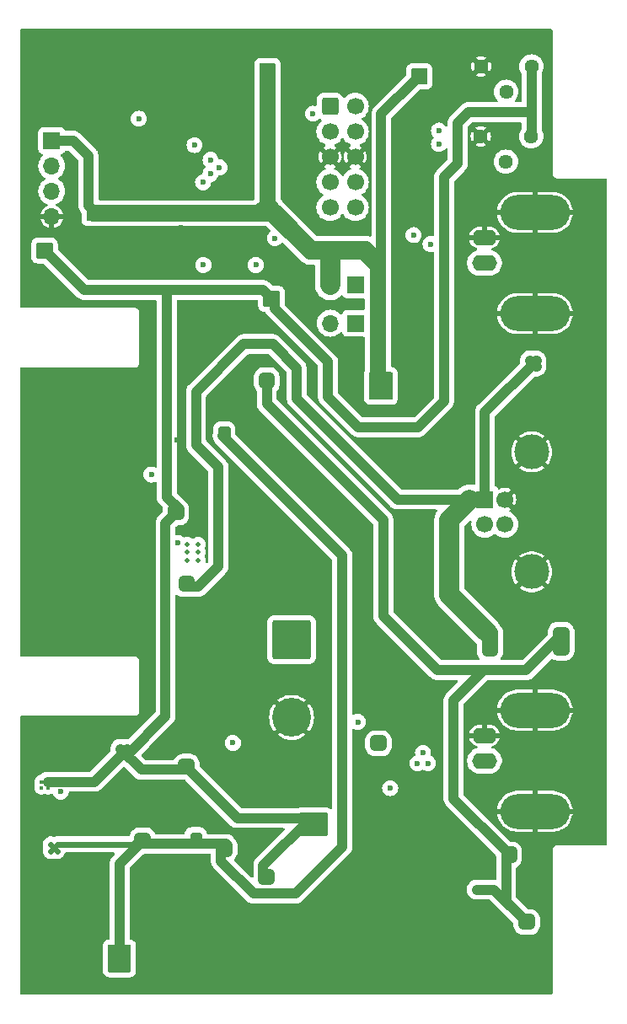
<source format=gbr>
%TF.GenerationSoftware,KiCad,Pcbnew,8.0.0*%
%TF.CreationDate,2024-10-24T21:57:35+02:00*%
%TF.ProjectId,Profiler energetyczny urz_dze_ IoT,50726f66-696c-4657-9220-656e65726765,rev?*%
%TF.SameCoordinates,Original*%
%TF.FileFunction,Copper,L3,Inr*%
%TF.FilePolarity,Positive*%
%FSLAX46Y46*%
G04 Gerber Fmt 4.6, Leading zero omitted, Abs format (unit mm)*
G04 Created by KiCad (PCBNEW 8.0.0) date 2024-10-24 21:57:35*
%MOMM*%
%LPD*%
G01*
G04 APERTURE LIST*
G04 Aperture macros list*
%AMRoundRect*
0 Rectangle with rounded corners*
0 $1 Rounding radius*
0 $2 $3 $4 $5 $6 $7 $8 $9 X,Y pos of 4 corners*
0 Add a 4 corners polygon primitive as box body*
4,1,4,$2,$3,$4,$5,$6,$7,$8,$9,$2,$3,0*
0 Add four circle primitives for the rounded corners*
1,1,$1+$1,$2,$3*
1,1,$1+$1,$4,$5*
1,1,$1+$1,$6,$7*
1,1,$1+$1,$8,$9*
0 Add four rect primitives between the rounded corners*
20,1,$1+$1,$2,$3,$4,$5,0*
20,1,$1+$1,$4,$5,$6,$7,0*
20,1,$1+$1,$6,$7,$8,$9,0*
20,1,$1+$1,$8,$9,$2,$3,0*%
G04 Aperture macros list end*
%TA.AperFunction,HeatsinkPad*%
%ADD10C,0.500000*%
%TD*%
%TA.AperFunction,ComponentPad*%
%ADD11RoundRect,0.250000X-0.600000X-0.600000X0.600000X-0.600000X0.600000X0.600000X-0.600000X0.600000X0*%
%TD*%
%TA.AperFunction,ComponentPad*%
%ADD12C,1.700000*%
%TD*%
%TA.AperFunction,ComponentPad*%
%ADD13R,1.700000X1.700000*%
%TD*%
%TA.AperFunction,ComponentPad*%
%ADD14O,1.700000X1.700000*%
%TD*%
%TA.AperFunction,ComponentPad*%
%ADD15C,3.500000*%
%TD*%
%TA.AperFunction,ComponentPad*%
%ADD16C,1.440000*%
%TD*%
%TA.AperFunction,ComponentPad*%
%ADD17RoundRect,0.250002X-1.699998X1.699998X-1.699998X-1.699998X1.699998X-1.699998X1.699998X1.699998X0*%
%TD*%
%TA.AperFunction,ComponentPad*%
%ADD18C,3.900000*%
%TD*%
%TA.AperFunction,ComponentPad*%
%ADD19O,2.500000X1.600000*%
%TD*%
%TA.AperFunction,ComponentPad*%
%ADD20O,7.000000X3.500000*%
%TD*%
%TA.AperFunction,ViaPad*%
%ADD21C,0.400000*%
%TD*%
%TA.AperFunction,ViaPad*%
%ADD22C,0.600000*%
%TD*%
%TA.AperFunction,Conductor*%
%ADD23C,1.000000*%
%TD*%
%TA.AperFunction,Conductor*%
%ADD24C,2.032000*%
%TD*%
%TA.AperFunction,Conductor*%
%ADD25C,0.609600*%
%TD*%
G04 APERTURE END LIST*
D10*
%TO.N,N/C*%
%TO.C,U7*%
X112305000Y-117515000D03*
X112305000Y-118315000D03*
X112305000Y-119115000D03*
X113405000Y-117515000D03*
X113405000Y-118315000D03*
X113405000Y-119115000D03*
%TD*%
D11*
%TO.N,Net-(U1-~{RESET})*%
%TO.C,U1*%
X126647500Y-73520000D03*
D12*
%TO.N,Net-(D15-A2)*%
X129187500Y-73520000D03*
%TO.N,unconnected-(U1-SWIM-Pad3)*%
X126647500Y-76060000D03*
%TO.N,Net-(D16-A2)*%
X129187500Y-76060000D03*
%TO.N,GND*%
X126647500Y-78600000D03*
X129187500Y-78600000D03*
%TO.N,3.3V*%
X126647500Y-81140000D03*
X129187500Y-81140000D03*
%TO.N,5V*%
X126647500Y-83680000D03*
X129187500Y-83680000D03*
%TD*%
D13*
%TO.N,3.3V*%
%TO.C,J3*%
X129225000Y-91450000D03*
D14*
%TO.N,+3.3V*%
X126685000Y-91450000D03*
%TD*%
D13*
%TO.N,+5V*%
%TO.C,J1*%
X142222500Y-113000000D03*
D12*
%TO.N,unconnected-(J1-D--Pad2)*%
X142222500Y-115500000D03*
%TO.N,unconnected-(J1-D+-Pad3)*%
X144222500Y-115500000D03*
%TO.N,GND*%
X144222500Y-113000000D03*
D15*
X146932500Y-108230000D03*
X146932500Y-120270000D03*
%TD*%
D16*
%TO.N,+2V5*%
%TO.C,RV1*%
X146900000Y-69500000D03*
%TO.N,Net-(U21-S3)*%
X144360000Y-72040000D03*
%TO.N,GND*%
X141820000Y-69500000D03*
%TD*%
D13*
%TO.N,5V*%
%TO.C,J2*%
X129225000Y-95300000D03*
D14*
%TO.N,+5V*%
X126685000Y-95300000D03*
%TD*%
D17*
%TO.N,/Pomiar pr\u0105du/IN+*%
%TO.C,J5*%
X122800000Y-127100000D03*
D18*
%TO.N,GND*%
X122800000Y-134900000D03*
%TD*%
D19*
%TO.N,/Sterowanie/Uz*%
%TO.C,J7*%
X142170000Y-89250000D03*
D20*
%TO.N,GND*%
X147250000Y-84170000D03*
D19*
X142170000Y-86710000D03*
D20*
X147250000Y-94330000D03*
%TD*%
D16*
%TO.N,+2V5*%
%TO.C,RV2*%
X146875000Y-76525000D03*
%TO.N,Net-(U21-S2)*%
X144335000Y-79065000D03*
%TO.N,GND*%
X141795000Y-76525000D03*
%TD*%
D19*
%TO.N,/Sterowanie/UI*%
%TO.C,J6*%
X142170000Y-139250000D03*
D20*
%TO.N,GND*%
X147250000Y-134170000D03*
D19*
X142170000Y-136710000D03*
D20*
X147250000Y-144330000D03*
%TD*%
D13*
%TO.N,+3.3V*%
%TO.C,J4*%
X98702500Y-76950000D03*
D14*
%TO.N,Net-(D19-A2)*%
X98702500Y-79490000D03*
%TO.N,Net-(D20-A2)*%
X98702500Y-82030000D03*
%TO.N,GND*%
X98702500Y-84570000D03*
%TD*%
D21*
%TO.N,+5V*%
X143050000Y-127600000D03*
X147400000Y-99650000D03*
X142400000Y-126350000D03*
X143050000Y-126950000D03*
X147400000Y-99050000D03*
X112515000Y-121137500D03*
X142400000Y-128250000D03*
X111915000Y-121137500D03*
X146750000Y-99650000D03*
X111915000Y-121787500D03*
X143050000Y-126350000D03*
X146750000Y-99050000D03*
X142400000Y-127600000D03*
X112515000Y-121787500D03*
X142400000Y-126950000D03*
X143050000Y-128250000D03*
D22*
%TO.N,GND*%
X123050000Y-66750000D03*
X136350000Y-66750000D03*
X142850000Y-161950000D03*
X98350000Y-66750000D03*
X103100000Y-66750000D03*
X135250000Y-161950000D03*
X148700000Y-66750000D03*
X119100000Y-161950000D03*
X137300000Y-66750000D03*
X119250000Y-66750000D03*
X102000000Y-161950000D03*
X109750000Y-66750000D03*
X97400000Y-66750000D03*
X133500000Y-66750000D03*
X130500000Y-161950000D03*
X121950000Y-161950000D03*
X100100000Y-161950000D03*
X105950000Y-66750000D03*
X99150000Y-161950000D03*
X147600000Y-161950000D03*
X124000000Y-66750000D03*
X121000000Y-161950000D03*
X139050000Y-161950000D03*
X103900000Y-161950000D03*
X107850000Y-66750000D03*
D21*
X107250000Y-143662500D03*
D22*
X108650000Y-161950000D03*
X136200000Y-161950000D03*
X137150000Y-161950000D03*
X145700000Y-161950000D03*
X134800000Y-80450000D03*
X122100000Y-66750000D03*
X133350000Y-161950000D03*
X125750000Y-161950000D03*
X98200000Y-161950000D03*
X106750000Y-161950000D03*
X128600000Y-161950000D03*
X113950000Y-110650000D03*
X135400000Y-66750000D03*
X138250000Y-66750000D03*
X112450000Y-161950000D03*
X96300000Y-161950000D03*
X97250000Y-161950000D03*
X102950000Y-161950000D03*
X126850000Y-66750000D03*
X144750000Y-161950000D03*
X130650000Y-66750000D03*
X140950000Y-161950000D03*
X132400000Y-161950000D03*
X106900000Y-66750000D03*
X146650000Y-161950000D03*
X143950000Y-66750000D03*
X111500000Y-161950000D03*
X132550000Y-66750000D03*
X141100000Y-66750000D03*
X145850000Y-66750000D03*
X131450000Y-161950000D03*
X124950000Y-66750000D03*
X146800000Y-66750000D03*
X147750000Y-66750000D03*
X118150000Y-161950000D03*
X144900000Y-66750000D03*
X121150000Y-66750000D03*
X131600000Y-66750000D03*
X112600000Y-66750000D03*
X141900000Y-161950000D03*
X143000000Y-66750000D03*
X127800000Y-66750000D03*
X107700000Y-161950000D03*
X115450000Y-66750000D03*
X100250000Y-66750000D03*
X116250000Y-161950000D03*
X111700000Y-86400000D03*
X120050000Y-161950000D03*
X140150000Y-66750000D03*
X129700000Y-66750000D03*
X113400000Y-161950000D03*
X129550000Y-161950000D03*
X148550000Y-161950000D03*
X110700000Y-66750000D03*
X137850000Y-73000000D03*
X138100000Y-161950000D03*
X116350000Y-82650000D03*
X118850000Y-82300000D03*
X114500000Y-66750000D03*
X102150000Y-66750000D03*
X123850000Y-161950000D03*
X134450000Y-66750000D03*
X108800000Y-66750000D03*
X104050000Y-66750000D03*
X118300000Y-66750000D03*
X99300000Y-66750000D03*
X124800000Y-161950000D03*
X111250000Y-107000000D03*
X125900000Y-66750000D03*
X104850000Y-161950000D03*
X105800000Y-161950000D03*
X126700000Y-161950000D03*
X142050000Y-66750000D03*
X109600000Y-161950000D03*
X111700000Y-85650000D03*
X134300000Y-161950000D03*
X117200000Y-161950000D03*
X111650000Y-66750000D03*
X101050000Y-161950000D03*
D21*
X107900000Y-143662500D03*
D22*
X128750000Y-66750000D03*
X96450000Y-66750000D03*
X110550000Y-161950000D03*
X113550000Y-66750000D03*
X101200000Y-66750000D03*
X143800000Y-161950000D03*
X116400000Y-66750000D03*
X120200000Y-66750000D03*
X122900000Y-161950000D03*
X115300000Y-161950000D03*
X139200000Y-66750000D03*
X115900000Y-82100000D03*
X140000000Y-161950000D03*
X105000000Y-66750000D03*
X117350000Y-66750000D03*
X127650000Y-161950000D03*
X114350000Y-161950000D03*
%TO.N,Net-(U1-~{RESET})*%
X107445100Y-74750000D03*
X124950000Y-74250000D03*
D21*
%TO.N,+3.3V*%
X120750000Y-78500000D03*
X119450000Y-84550000D03*
X135300000Y-70200000D03*
X120700000Y-69650000D03*
X131200000Y-137800000D03*
X118800000Y-84550000D03*
X108350000Y-84550000D03*
X120100000Y-78500000D03*
X120050000Y-70250000D03*
X103450000Y-84550000D03*
X109000000Y-84550000D03*
X131150000Y-102550000D03*
X103450000Y-83950000D03*
X135950000Y-70800000D03*
X131800000Y-102550000D03*
X120100000Y-77900000D03*
X109000000Y-83950000D03*
X131200000Y-137200000D03*
X120050000Y-69650000D03*
X131800000Y-101250000D03*
X102800000Y-83950000D03*
X114200000Y-84550000D03*
X131800000Y-101900000D03*
X113550000Y-83950000D03*
X113550000Y-84550000D03*
X131150000Y-101900000D03*
X131150000Y-101250000D03*
X131850000Y-137800000D03*
X131800000Y-100650000D03*
X102800000Y-84550000D03*
X131850000Y-137200000D03*
X131150000Y-100650000D03*
X119450000Y-83950000D03*
X118800000Y-83950000D03*
X135300000Y-70800000D03*
X114200000Y-83950000D03*
X120700000Y-70250000D03*
X120750000Y-77900000D03*
X135950000Y-70200000D03*
X108350000Y-83950000D03*
%TO.N,+5VA*%
X146750000Y-155750000D03*
X149550000Y-126900000D03*
X144950000Y-148375000D03*
X149550000Y-126300000D03*
X149550000Y-128200000D03*
X120600000Y-101387500D03*
X149550000Y-127550000D03*
X150200000Y-127550000D03*
X146100000Y-155750000D03*
X146750000Y-155150000D03*
X144350000Y-149025000D03*
X150200000Y-126300000D03*
X141400000Y-152200000D03*
X142050000Y-152200000D03*
X150200000Y-128200000D03*
X120000000Y-101387500D03*
X120000000Y-100737500D03*
X120600000Y-100737500D03*
X150200000Y-126900000D03*
X144950000Y-149025000D03*
X144350000Y-148375000D03*
X146100000Y-155150000D03*
%TO.N,+2V5*%
X111500000Y-114000000D03*
X98300000Y-141362500D03*
X125950000Y-145650000D03*
X97650000Y-87700000D03*
X121100000Y-93150000D03*
X119950000Y-150662500D03*
X111900000Y-139562500D03*
X124700000Y-145650000D03*
X111500000Y-114600000D03*
X97650000Y-88300000D03*
X110850000Y-114600000D03*
X97650000Y-141962500D03*
X124050000Y-145000000D03*
X120450000Y-93150000D03*
X97650000Y-141362500D03*
X119950000Y-151262500D03*
X111900000Y-140162500D03*
X112550000Y-139562500D03*
X121100000Y-92550000D03*
X106250000Y-138062500D03*
X98300000Y-141962500D03*
X105600000Y-138062500D03*
X98300000Y-88300000D03*
X105600000Y-138662500D03*
X120600000Y-150662500D03*
X125350000Y-145650000D03*
X120600000Y-151262500D03*
X106250000Y-138662500D03*
X98300000Y-87700000D03*
X125350000Y-145000000D03*
X125950000Y-145000000D03*
X120450000Y-92550000D03*
X124700000Y-145000000D03*
X110850000Y-114000000D03*
X124050000Y-145650000D03*
X112550000Y-140162500D03*
%TO.N,-2V5*%
X107500000Y-146962500D03*
X105500000Y-158750000D03*
X105500000Y-160050000D03*
X105500000Y-158150000D03*
X104850000Y-158750000D03*
X113500000Y-147362500D03*
X104850000Y-160050000D03*
X115700000Y-106600000D03*
X115700000Y-147762500D03*
X108150000Y-146962500D03*
X98600000Y-148312500D03*
X116350000Y-105950000D03*
X116350000Y-147762500D03*
X116350000Y-106600000D03*
X99250000Y-148312500D03*
X112850000Y-146712500D03*
X107500000Y-147612500D03*
X115700000Y-105950000D03*
X115700000Y-148412500D03*
X98600000Y-147662500D03*
X99250000Y-147662500D03*
X108150000Y-147612500D03*
X116350000Y-148412500D03*
X104850000Y-159400000D03*
X113500000Y-146712500D03*
X104850000Y-158150000D03*
X105500000Y-159400000D03*
X112850000Y-147362500D03*
D22*
%TO.N,Net-(Q2-G)*%
X116900000Y-137462500D03*
%TO.N,/Pomiar pr\u0105du/V3*%
X108700000Y-110500000D03*
X132700000Y-142000000D03*
%TO.N,/Pomiar pr\u0105du/V1*%
X119200000Y-89450000D03*
X99600000Y-142362500D03*
X135450000Y-139500000D03*
%TO.N,/Sterowanie/A0*%
X136000000Y-138450000D03*
X114650000Y-78888600D03*
X137600000Y-75950000D03*
%TO.N,/Sterowanie/UP1*%
X121127500Y-86750000D03*
X113900000Y-81150000D03*
%TO.N,/Pomiar pr\u0105du/M1*%
X115550000Y-79650000D03*
%TO.N,/Pomiar pr\u0105du/M2*%
X111400000Y-117365000D03*
X113050000Y-77400000D03*
%TO.N,/Sterowanie/A1*%
X136500000Y-139500000D03*
X114650000Y-80300000D03*
X136750000Y-87350000D03*
X135050000Y-86450000D03*
X137600000Y-77300000D03*
%TO.N,/Pomiar pr\u0105du/V2*%
X129450000Y-135350000D03*
X113927500Y-89450000D03*
%TD*%
D23*
%TO.N,+5V*%
X147400000Y-99050000D02*
X142222500Y-104227500D01*
X143050000Y-128250000D02*
X143050000Y-126350000D01*
X147400000Y-99650000D02*
X147350000Y-99650000D01*
X111915000Y-121137500D02*
X111915000Y-121787500D01*
X112515000Y-121137500D02*
X111915000Y-121137500D01*
X112515000Y-121137500D02*
X112515000Y-121787500D01*
D24*
X140700000Y-113000000D02*
X138650000Y-115050000D01*
D23*
X113362500Y-121787500D02*
X115450000Y-119700000D01*
X111915000Y-121137500D02*
X111915000Y-121187500D01*
X118000000Y-97400000D02*
X120900000Y-97400000D01*
X111915000Y-121787500D02*
X112515000Y-121787500D01*
X147400000Y-99050000D02*
X147350000Y-99050000D01*
X120900000Y-97400000D02*
X123300000Y-99800000D01*
X147350000Y-99050000D02*
X146750000Y-99650000D01*
X112515000Y-121787500D02*
X113362500Y-121787500D01*
D24*
X138650000Y-122600000D02*
X142400000Y-126350000D01*
D23*
X115450000Y-109750000D02*
X113200000Y-107500000D01*
D24*
X138650000Y-115050000D02*
X138650000Y-122600000D01*
D23*
X123300000Y-99800000D02*
X123300000Y-102850000D01*
X147350000Y-99650000D02*
X146750000Y-99050000D01*
X142400000Y-128250000D02*
X143050000Y-128250000D01*
X142222500Y-104227500D02*
X142222500Y-113000000D01*
X123300000Y-102850000D02*
X133450000Y-113000000D01*
X115450000Y-119700000D02*
X115450000Y-109750000D01*
X113200000Y-102200000D02*
X118000000Y-97400000D01*
X111915000Y-121187500D02*
X112515000Y-121787500D01*
X113200000Y-107500000D02*
X113200000Y-102200000D01*
X133450000Y-113000000D02*
X140700000Y-113000000D01*
X142400000Y-128250000D02*
X142400000Y-126350000D01*
X142222500Y-113000000D02*
X140700000Y-113000000D01*
%TO.N,+3.3V*%
X120050000Y-69650000D02*
X120700000Y-69650000D01*
X131800000Y-74300000D02*
X131800000Y-89000000D01*
X131800000Y-101900000D02*
X131800000Y-89000000D01*
X102800000Y-84550000D02*
X102800000Y-83950000D01*
X131800000Y-89000000D02*
X130350000Y-87550000D01*
X135950000Y-70800000D02*
X135950000Y-70200000D01*
X100850000Y-76950000D02*
X102400000Y-78500000D01*
X120050000Y-70250000D02*
X120050000Y-69650000D01*
X130350000Y-87550000D02*
X124950000Y-87550000D01*
X131200000Y-137800000D02*
X131200000Y-137200000D01*
X120700000Y-84550000D02*
X119450000Y-84550000D01*
X124950000Y-87550000D02*
X121350000Y-83950000D01*
X129900000Y-88400000D02*
X126750000Y-88400000D01*
X120050000Y-83350000D02*
X119450000Y-83950000D01*
X135650000Y-70500000D02*
X135950000Y-70800000D01*
X135300000Y-70200000D02*
X135350000Y-70200000D01*
X102400000Y-83500000D02*
X103450000Y-84550000D01*
X135350000Y-70200000D02*
X135650000Y-70500000D01*
X120700000Y-83250000D02*
X121000000Y-83550000D01*
X120050000Y-70250000D02*
X120050000Y-83350000D01*
X102400000Y-78500000D02*
X102400000Y-83500000D01*
X121350000Y-83950000D02*
X119450000Y-83950000D01*
X120700000Y-70250000D02*
X120700000Y-83250000D01*
X119450000Y-83950000D02*
X102800000Y-83950000D01*
X103450000Y-84550000D02*
X119450000Y-84550000D01*
X135950000Y-70200000D02*
X135650000Y-70500000D01*
X119450000Y-84550000D02*
X119450000Y-83950000D01*
X131250000Y-137200000D02*
X131850000Y-137800000D01*
X131200000Y-137200000D02*
X131250000Y-137200000D01*
X131200000Y-137800000D02*
X131250000Y-137800000D01*
X120000000Y-84550000D02*
X119450000Y-84550000D01*
D24*
X126685000Y-91450000D02*
X126685000Y-88465000D01*
D23*
X131150000Y-101900000D02*
X131150000Y-89650000D01*
X131250000Y-137800000D02*
X131850000Y-137200000D01*
X135300000Y-70800000D02*
X135950000Y-70800000D01*
X120700000Y-70250000D02*
X120700000Y-69650000D01*
X131150000Y-89650000D02*
X129900000Y-88400000D01*
X135300000Y-70200000D02*
X135300000Y-70800000D01*
X126750000Y-88400000D02*
X124550000Y-88400000D01*
X131850000Y-137200000D02*
X131850000Y-137800000D01*
X98702500Y-76950000D02*
X100850000Y-76950000D01*
X131850000Y-137800000D02*
X131200000Y-137800000D01*
D24*
X126685000Y-88465000D02*
X126750000Y-88400000D01*
D23*
X103450000Y-84550000D02*
X102800000Y-84550000D01*
X135950000Y-70200000D02*
X135300000Y-70200000D01*
X131200000Y-137200000D02*
X131850000Y-137200000D01*
X121000000Y-83550000D02*
X120000000Y-84550000D01*
X135300000Y-70800000D02*
X131800000Y-74300000D01*
X124550000Y-88400000D02*
X120700000Y-84550000D01*
%TO.N,+5VA*%
X144350000Y-153400000D02*
X146100000Y-155150000D01*
X146750000Y-155750000D02*
X146700000Y-155750000D01*
X146750000Y-155150000D02*
X146750000Y-155750000D01*
X120600000Y-101387500D02*
X120600000Y-100737500D01*
X144350000Y-148375000D02*
X144350000Y-153400000D01*
X146700000Y-155750000D02*
X146100000Y-155150000D01*
X139050000Y-143075000D02*
X139050000Y-133200000D01*
X146750000Y-155750000D02*
X146100000Y-155750000D01*
X132000000Y-124700000D02*
X132000000Y-115050000D01*
X146100000Y-155750000D02*
X146150000Y-155750000D01*
X146150000Y-155750000D02*
X146750000Y-155150000D01*
X144950000Y-149025000D02*
X144350000Y-149025000D01*
X144950000Y-148375000D02*
X144950000Y-149025000D01*
X150200000Y-126300000D02*
X149550000Y-126300000D01*
X146350000Y-130150000D02*
X142100000Y-130150000D01*
X120300000Y-101037500D02*
X120000000Y-100737500D01*
X149550000Y-126950000D02*
X149550000Y-128200000D01*
X120600000Y-100737500D02*
X120000000Y-100737500D01*
X142100000Y-130150000D02*
X137450000Y-130150000D01*
X146100000Y-155150000D02*
X146750000Y-155150000D01*
X143150000Y-152200000D02*
X141400000Y-152200000D01*
X132000000Y-115050000D02*
X120300000Y-103350000D01*
X144350000Y-148375000D02*
X139050000Y-143075000D01*
X120300000Y-103350000D02*
X120300000Y-101037500D01*
X150200000Y-128200000D02*
X150200000Y-126300000D01*
X139050000Y-133200000D02*
X142100000Y-130150000D01*
X144350000Y-148375000D02*
X144950000Y-148375000D01*
X120600000Y-100787500D02*
X120000000Y-101387500D01*
X120000000Y-100737500D02*
X120000000Y-101387500D01*
X149550000Y-128200000D02*
X150200000Y-128200000D01*
X149550000Y-126950000D02*
X146350000Y-130150000D01*
X149550000Y-126300000D02*
X149550000Y-126950000D01*
X120600000Y-100737500D02*
X120600000Y-100787500D01*
X146100000Y-155750000D02*
X146100000Y-155150000D01*
X137450000Y-130150000D02*
X132000000Y-124700000D01*
X146700000Y-155750000D02*
X143150000Y-152200000D01*
%TO.N,+2V5*%
X102950000Y-141362500D02*
X106250000Y-138062500D01*
X111900000Y-140162500D02*
X111900000Y-139562500D01*
X110850000Y-114600000D02*
X110900000Y-114600000D01*
X110125000Y-134787500D02*
X110125000Y-115375000D01*
X98300000Y-141362500D02*
X102950000Y-141362500D01*
X97650000Y-87700000D02*
X98300000Y-87700000D01*
X139500000Y-79250000D02*
X139500000Y-75150000D01*
X112550000Y-140162500D02*
X112550000Y-139562500D01*
X97650000Y-88300000D02*
X97650000Y-87700000D01*
X106250000Y-138662500D02*
X110125000Y-134787500D01*
X120600000Y-151262500D02*
X120600000Y-150662500D01*
X138100000Y-103150000D02*
X138100000Y-80650000D01*
X110250000Y-112750000D02*
X110250000Y-91950000D01*
X110850000Y-114600000D02*
X111500000Y-114600000D01*
X121100000Y-92550000D02*
X121050000Y-92550000D01*
X140550000Y-74100000D02*
X146900000Y-74100000D01*
X112550000Y-139562500D02*
X111900000Y-139562500D01*
X98300000Y-87700000D02*
X98250000Y-87700000D01*
X97700000Y-87700000D02*
X98300000Y-88300000D01*
X107700000Y-140162500D02*
X105600000Y-138062500D01*
X117337500Y-145000000D02*
X111900000Y-139562500D01*
X111500000Y-114600000D02*
X111500000Y-114000000D01*
X98300000Y-88300000D02*
X97650000Y-88300000D01*
X112550000Y-140162500D02*
X107700000Y-140162500D01*
X119900000Y-91950000D02*
X121100000Y-93150000D01*
X110900000Y-114000000D02*
X111500000Y-114600000D01*
X97650000Y-87700000D02*
X97700000Y-87700000D01*
X121050000Y-92550000D02*
X120450000Y-93150000D01*
X146900000Y-74100000D02*
X146900000Y-76500000D01*
X138100000Y-80650000D02*
X139500000Y-79250000D01*
X110850000Y-114000000D02*
X110850000Y-114600000D01*
X98250000Y-87700000D02*
X97650000Y-88300000D01*
X110250000Y-91950000D02*
X119900000Y-91950000D01*
X126450000Y-99163239D02*
X126450000Y-102700000D01*
X101950000Y-91950000D02*
X110250000Y-91950000D01*
X126450000Y-102700000D02*
X129500000Y-105750000D01*
X119950000Y-151262500D02*
X120600000Y-151262500D01*
X139500000Y-75150000D02*
X140550000Y-74100000D01*
X146900000Y-76500000D02*
X146875000Y-76525000D01*
X119950000Y-150662500D02*
X120600000Y-150662500D01*
X121100000Y-93150000D02*
X121100000Y-93813239D01*
X98300000Y-88300000D02*
X101950000Y-91950000D01*
X146900000Y-69500000D02*
X146900000Y-74100000D01*
X121100000Y-93813239D02*
X126450000Y-99163239D01*
X135500000Y-105750000D02*
X138100000Y-103150000D01*
X110125000Y-115375000D02*
X111500000Y-114000000D01*
X119950000Y-151262500D02*
X119950000Y-150662500D01*
X110850000Y-114000000D02*
X110900000Y-114000000D01*
X119950000Y-149750000D02*
X124700000Y-145000000D01*
X129500000Y-105750000D02*
X135500000Y-105750000D01*
X124700000Y-145000000D02*
X117337500Y-145000000D01*
X98300000Y-87700000D02*
X98300000Y-88300000D01*
X111500000Y-114000000D02*
X110250000Y-112750000D01*
X110900000Y-114600000D02*
X111500000Y-114000000D01*
X119950000Y-150662500D02*
X119950000Y-149750000D01*
%TO.N,-2V5*%
X127900000Y-118650000D02*
X115850000Y-106600000D01*
D25*
X106800000Y-147662500D02*
X107500000Y-146962500D01*
D23*
X115700000Y-149350000D02*
X118950000Y-152600000D01*
D25*
X115700000Y-105950000D02*
X115700000Y-106600000D01*
X116350000Y-106600000D02*
X116350000Y-105950000D01*
D23*
X116200000Y-147612500D02*
X116350000Y-147762500D01*
D25*
X112850000Y-146712500D02*
X113500000Y-147362500D01*
X112850000Y-147362500D02*
X112850000Y-146712500D01*
D23*
X108150000Y-146962500D02*
X108150000Y-147612500D01*
X118950000Y-152600000D02*
X123200000Y-152600000D01*
X116350000Y-147762500D02*
X116350000Y-148412500D01*
D25*
X98600000Y-147662500D02*
X99250000Y-148312500D01*
X113500000Y-146712500D02*
X112850000Y-146712500D01*
X116350000Y-105950000D02*
X115700000Y-105950000D01*
D23*
X115700000Y-148412500D02*
X115700000Y-149350000D01*
D25*
X113500000Y-147362500D02*
X113500000Y-146712500D01*
D23*
X108150000Y-146962500D02*
X107500000Y-146962500D01*
X115700000Y-147762500D02*
X115700000Y-148412500D01*
X127900000Y-147900000D02*
X127900000Y-118650000D01*
D25*
X107500000Y-146962500D02*
X107500000Y-147612500D01*
D23*
X108150000Y-147612500D02*
X116200000Y-147612500D01*
X123200000Y-152600000D02*
X127900000Y-147900000D01*
X105500000Y-159400000D02*
X105500000Y-149612500D01*
D25*
X98600000Y-148312500D02*
X99250000Y-147662500D01*
D23*
X108150000Y-147612500D02*
X107500000Y-146962500D01*
D25*
X99250000Y-147662500D02*
X106800000Y-147662500D01*
D23*
X108150000Y-147612500D02*
X107500000Y-147612500D01*
D25*
X115700000Y-106600000D02*
X116350000Y-105950000D01*
D23*
X105500000Y-149612500D02*
X108150000Y-146962500D01*
%TD*%
%TA.AperFunction,Conductor*%
%TO.N,+3.3V*%
G36*
X114643039Y-83469685D02*
G01*
X114688794Y-83522489D01*
X114700000Y-83574000D01*
X114700000Y-84926000D01*
X114680315Y-84993039D01*
X114627511Y-85038794D01*
X114576000Y-85050000D01*
X113174000Y-85050000D01*
X113106961Y-85030315D01*
X113061206Y-84977511D01*
X113050000Y-84926000D01*
X113050000Y-83574000D01*
X113069685Y-83506961D01*
X113122489Y-83461206D01*
X113174000Y-83450000D01*
X114576000Y-83450000D01*
X114643039Y-83469685D01*
G37*
%TD.AperFunction*%
%TD*%
%TA.AperFunction,Conductor*%
%TO.N,+2V5*%
G36*
X121543039Y-92069685D02*
G01*
X121588794Y-92122489D01*
X121600000Y-92174000D01*
X121600000Y-93526000D01*
X121580315Y-93593039D01*
X121527511Y-93638794D01*
X121476000Y-93650000D01*
X120074000Y-93650000D01*
X120006961Y-93630315D01*
X119961206Y-93577511D01*
X119950000Y-93526000D01*
X119950000Y-92174000D01*
X119969685Y-92106961D01*
X120022489Y-92061206D01*
X120074000Y-92050000D01*
X121476000Y-92050000D01*
X121543039Y-92069685D01*
G37*
%TD.AperFunction*%
%TD*%
%TA.AperFunction,Conductor*%
%TO.N,+3.3V*%
G36*
X109443039Y-83469685D02*
G01*
X109488794Y-83522489D01*
X109500000Y-83574000D01*
X109500000Y-84926000D01*
X109480315Y-84993039D01*
X109427511Y-85038794D01*
X109376000Y-85050000D01*
X107974000Y-85050000D01*
X107906961Y-85030315D01*
X107861206Y-84977511D01*
X107850000Y-84926000D01*
X107850000Y-83574000D01*
X107869685Y-83506961D01*
X107922489Y-83461206D01*
X107974000Y-83450000D01*
X109376000Y-83450000D01*
X109443039Y-83469685D01*
G37*
%TD.AperFunction*%
%TD*%
%TA.AperFunction,Conductor*%
%TO.N,+2V5*%
G36*
X126343039Y-144469685D02*
G01*
X126388794Y-144522489D01*
X126400000Y-144574000D01*
X126400000Y-146676000D01*
X126380315Y-146743039D01*
X126327511Y-146788794D01*
X126276000Y-146800000D01*
X124350000Y-146800000D01*
X123724000Y-146800000D01*
X123656961Y-146780315D01*
X123611206Y-146727511D01*
X123600000Y-146676000D01*
X123600000Y-144574000D01*
X123619685Y-144506961D01*
X123672489Y-144461206D01*
X123724000Y-144450000D01*
X126276000Y-144450000D01*
X126343039Y-144469685D01*
G37*
%TD.AperFunction*%
%TD*%
%TA.AperFunction,Conductor*%
%TO.N,-2V5*%
G36*
X106593039Y-157719685D02*
G01*
X106638794Y-157772489D01*
X106650000Y-157824000D01*
X106650000Y-160376000D01*
X106630315Y-160443039D01*
X106577511Y-160488794D01*
X106526000Y-160500000D01*
X104474000Y-160500000D01*
X104406961Y-160480315D01*
X104361206Y-160427511D01*
X104350000Y-160376000D01*
X104350000Y-157824000D01*
X104369685Y-157756961D01*
X104422489Y-157711206D01*
X104474000Y-157700000D01*
X106526000Y-157700000D01*
X106593039Y-157719685D01*
G37*
%TD.AperFunction*%
%TD*%
%TA.AperFunction,Conductor*%
%TO.N,+3.3V*%
G36*
X119793039Y-83469685D02*
G01*
X119838794Y-83522489D01*
X119850000Y-83574000D01*
X119850000Y-84926000D01*
X119830315Y-84993039D01*
X119777511Y-85038794D01*
X119726000Y-85050000D01*
X118324000Y-85050000D01*
X118256961Y-85030315D01*
X118211206Y-84977511D01*
X118200000Y-84926000D01*
X118200000Y-83574000D01*
X118219685Y-83506961D01*
X118272489Y-83461206D01*
X118324000Y-83450000D01*
X119726000Y-83450000D01*
X119793039Y-83469685D01*
G37*
%TD.AperFunction*%
%TD*%
%TA.AperFunction,Conductor*%
%TO.N,+3.3V*%
G36*
X136393039Y-69719685D02*
G01*
X136438794Y-69772489D01*
X136450000Y-69824000D01*
X136450000Y-71176000D01*
X136430315Y-71243039D01*
X136377511Y-71288794D01*
X136326000Y-71300000D01*
X134924000Y-71300000D01*
X134856961Y-71280315D01*
X134811206Y-71227511D01*
X134800000Y-71176000D01*
X134800000Y-69824000D01*
X134819685Y-69756961D01*
X134872489Y-69711206D01*
X134924000Y-69700000D01*
X136326000Y-69700000D01*
X136393039Y-69719685D01*
G37*
%TD.AperFunction*%
%TD*%
%TA.AperFunction,Conductor*%
%TO.N,+3.3V*%
G36*
X121143039Y-77419685D02*
G01*
X121188794Y-77472489D01*
X121200000Y-77524000D01*
X121200000Y-78876000D01*
X121180315Y-78943039D01*
X121127511Y-78988794D01*
X121076000Y-79000000D01*
X119674000Y-79000000D01*
X119606961Y-78980315D01*
X119561206Y-78927511D01*
X119550000Y-78876000D01*
X119550000Y-77524000D01*
X119569685Y-77456961D01*
X119622489Y-77411206D01*
X119674000Y-77400000D01*
X121076000Y-77400000D01*
X121143039Y-77419685D01*
G37*
%TD.AperFunction*%
%TD*%
%TA.AperFunction,Conductor*%
%TO.N,+2V5*%
G36*
X98743039Y-87219685D02*
G01*
X98788794Y-87272489D01*
X98800000Y-87324000D01*
X98800000Y-88676000D01*
X98780315Y-88743039D01*
X98727511Y-88788794D01*
X98676000Y-88800000D01*
X97274000Y-88800000D01*
X97206961Y-88780315D01*
X97161206Y-88727511D01*
X97150000Y-88676000D01*
X97150000Y-87324000D01*
X97169685Y-87256961D01*
X97222489Y-87211206D01*
X97274000Y-87200000D01*
X98676000Y-87200000D01*
X98743039Y-87219685D01*
G37*
%TD.AperFunction*%
%TD*%
%TA.AperFunction,Conductor*%
%TO.N,+3.3V*%
G36*
X121143039Y-69169685D02*
G01*
X121188794Y-69222489D01*
X121200000Y-69274000D01*
X121200000Y-70626000D01*
X121180315Y-70693039D01*
X121127511Y-70738794D01*
X121076000Y-70750000D01*
X119674000Y-70750000D01*
X119606961Y-70730315D01*
X119561206Y-70677511D01*
X119550000Y-70626000D01*
X119550000Y-69274000D01*
X119569685Y-69206961D01*
X119622489Y-69161206D01*
X119674000Y-69150000D01*
X121076000Y-69150000D01*
X121143039Y-69169685D01*
G37*
%TD.AperFunction*%
%TD*%
%TA.AperFunction,Conductor*%
%TO.N,+3.3V*%
G36*
X132893039Y-100219685D02*
G01*
X132938794Y-100272489D01*
X132950000Y-100324000D01*
X132950000Y-102876000D01*
X132930315Y-102943039D01*
X132877511Y-102988794D01*
X132826000Y-103000000D01*
X130724000Y-103000000D01*
X130656961Y-102980315D01*
X130611206Y-102927511D01*
X130600000Y-102876000D01*
X130600000Y-100324000D01*
X130619685Y-100256961D01*
X130672489Y-100211206D01*
X130724000Y-100200000D01*
X132826000Y-100200000D01*
X132893039Y-100219685D01*
G37*
%TD.AperFunction*%
%TD*%
%TA.AperFunction,Conductor*%
%TO.N,+3.3V*%
G36*
X103793039Y-83469685D02*
G01*
X103838794Y-83522489D01*
X103850000Y-83574000D01*
X103850000Y-84926000D01*
X103830315Y-84993039D01*
X103777511Y-85038794D01*
X103726000Y-85050000D01*
X102324000Y-85050000D01*
X102256961Y-85030315D01*
X102211206Y-84977511D01*
X102200000Y-84926000D01*
X102200000Y-83574000D01*
X102219685Y-83506961D01*
X102272489Y-83461206D01*
X102324000Y-83450000D01*
X103726000Y-83450000D01*
X103793039Y-83469685D01*
G37*
%TD.AperFunction*%
%TD*%
%TA.AperFunction,Conductor*%
%TO.N,GND*%
G36*
X128002355Y-76726546D02*
G01*
X128019075Y-76745842D01*
X128149000Y-76931395D01*
X128149005Y-76931401D01*
X128316099Y-77098495D01*
X128371920Y-77137581D01*
X128509665Y-77234032D01*
X128509667Y-77234033D01*
X128509670Y-77234035D01*
X128709055Y-77327010D01*
X128761493Y-77373181D01*
X128780645Y-77440375D01*
X128760429Y-77507256D01*
X128707264Y-77552590D01*
X128701445Y-77555017D01*
X128672710Y-77566149D01*
X128672701Y-77566154D01*
X128570492Y-77629438D01*
X128570491Y-77629439D01*
X129058090Y-78117037D01*
X128994507Y-78134075D01*
X128880493Y-78199901D01*
X128787401Y-78292993D01*
X128721575Y-78407007D01*
X128704537Y-78470589D01*
X128214336Y-77980388D01*
X128205559Y-77992010D01*
X128110566Y-78182783D01*
X128110558Y-78182803D01*
X128052238Y-78387780D01*
X128052237Y-78387783D01*
X128040971Y-78509371D01*
X128015185Y-78574309D01*
X127979033Y-78600204D01*
X128007003Y-78616248D01*
X128039193Y-78678261D01*
X128040971Y-78690628D01*
X128052237Y-78812216D01*
X128052238Y-78812219D01*
X128110558Y-79017196D01*
X128110564Y-79017211D01*
X128205561Y-79207991D01*
X128205564Y-79207996D01*
X128214336Y-79219610D01*
X128704537Y-78729409D01*
X128721575Y-78792993D01*
X128787401Y-78907007D01*
X128880493Y-79000099D01*
X128994507Y-79065925D01*
X129058090Y-79082962D01*
X128570491Y-79570559D01*
X128672704Y-79633847D01*
X128672708Y-79633849D01*
X128701442Y-79644981D01*
X128756844Y-79687554D01*
X128780435Y-79753320D01*
X128764724Y-79821401D01*
X128714701Y-79870180D01*
X128709054Y-79872990D01*
X128509671Y-79965964D01*
X128509669Y-79965965D01*
X128316097Y-80101505D01*
X128149005Y-80268597D01*
X128019075Y-80454158D01*
X127964498Y-80497783D01*
X127895000Y-80504977D01*
X127832645Y-80473454D01*
X127815925Y-80454158D01*
X127685994Y-80268597D01*
X127518902Y-80101506D01*
X127518895Y-80101501D01*
X127325334Y-79965967D01*
X127325330Y-79965965D01*
X127125945Y-79872990D01*
X127073506Y-79826818D01*
X127054354Y-79759624D01*
X127074570Y-79692743D01*
X127127735Y-79647408D01*
X127133558Y-79644981D01*
X127162288Y-79633851D01*
X127162298Y-79633846D01*
X127264506Y-79570560D01*
X127264506Y-79570559D01*
X126776910Y-79082962D01*
X126840493Y-79065925D01*
X126954507Y-79000099D01*
X127047599Y-78907007D01*
X127113425Y-78792993D01*
X127130462Y-78729409D01*
X127620662Y-79219609D01*
X127620663Y-79219609D01*
X127629440Y-79207988D01*
X127629442Y-79207985D01*
X127724433Y-79017216D01*
X127724441Y-79017196D01*
X127782761Y-78812219D01*
X127782762Y-78812216D01*
X127794029Y-78690628D01*
X127819815Y-78625690D01*
X127855966Y-78599794D01*
X127827997Y-78583751D01*
X127795807Y-78521738D01*
X127794029Y-78509371D01*
X127782762Y-78387783D01*
X127782761Y-78387780D01*
X127724441Y-78182803D01*
X127724433Y-78182783D01*
X127629442Y-77992014D01*
X127629437Y-77992006D01*
X127620663Y-77980389D01*
X127620662Y-77980389D01*
X127130462Y-78470589D01*
X127113425Y-78407007D01*
X127047599Y-78292993D01*
X126954507Y-78199901D01*
X126840493Y-78134075D01*
X126776909Y-78117037D01*
X127264507Y-77629439D01*
X127162293Y-77566151D01*
X127162286Y-77566147D01*
X127133555Y-77555017D01*
X127078154Y-77512444D01*
X127054564Y-77446677D01*
X127070276Y-77378596D01*
X127120300Y-77329818D01*
X127125928Y-77327017D01*
X127325330Y-77234035D01*
X127518901Y-77098495D01*
X127685995Y-76931401D01*
X127815925Y-76745842D01*
X127870502Y-76702217D01*
X127940000Y-76695023D01*
X128002355Y-76726546D01*
G37*
%TD.AperFunction*%
%TA.AperFunction,Conductor*%
G36*
X148942539Y-65770185D02*
G01*
X148988294Y-65822989D01*
X148999500Y-65874500D01*
X148999500Y-80184108D01*
X148999500Y-80315892D01*
X149012559Y-80364630D01*
X149033608Y-80443187D01*
X149055208Y-80480599D01*
X149099500Y-80557314D01*
X149192686Y-80650500D01*
X149306814Y-80716392D01*
X149434108Y-80750500D01*
X154375500Y-80750500D01*
X154442539Y-80770185D01*
X154488294Y-80822989D01*
X154499500Y-80874500D01*
X154499500Y-147625500D01*
X154479815Y-147692539D01*
X154427011Y-147738294D01*
X154375500Y-147749500D01*
X149434108Y-147749500D01*
X149306812Y-147783608D01*
X149192686Y-147849500D01*
X149192683Y-147849502D01*
X149099502Y-147942683D01*
X149099500Y-147942686D01*
X149033608Y-148056812D01*
X148999500Y-148184108D01*
X148999500Y-162625500D01*
X148979815Y-162692539D01*
X148927011Y-162738294D01*
X148875500Y-162749500D01*
X95624500Y-162749500D01*
X95557461Y-162729815D01*
X95511706Y-162677011D01*
X95500500Y-162625500D01*
X95500500Y-134874500D01*
X95520185Y-134807461D01*
X95572989Y-134761706D01*
X95624500Y-134750500D01*
X107065890Y-134750500D01*
X107065892Y-134750500D01*
X107193186Y-134716392D01*
X107307314Y-134650500D01*
X107400500Y-134557314D01*
X107466392Y-134443186D01*
X107500500Y-134315892D01*
X107500500Y-129184108D01*
X107466392Y-129056814D01*
X107400500Y-128942686D01*
X107307314Y-128849500D01*
X107250250Y-128816554D01*
X107193187Y-128783608D01*
X107129539Y-128766554D01*
X107065892Y-128749500D01*
X107065891Y-128749500D01*
X95624500Y-128749500D01*
X95557461Y-128729815D01*
X95511706Y-128677011D01*
X95500500Y-128625500D01*
X95500500Y-99874500D01*
X95520185Y-99807461D01*
X95572989Y-99761706D01*
X95624500Y-99750500D01*
X107065890Y-99750500D01*
X107065892Y-99750500D01*
X107193186Y-99716392D01*
X107307314Y-99650500D01*
X107400500Y-99557314D01*
X107466392Y-99443186D01*
X107500500Y-99315892D01*
X107500500Y-94184108D01*
X107466392Y-94056814D01*
X107465671Y-94055566D01*
X107437171Y-94006202D01*
X107400500Y-93942686D01*
X107307314Y-93849500D01*
X107250250Y-93816554D01*
X107193187Y-93783608D01*
X107129539Y-93766554D01*
X107065892Y-93749500D01*
X107065891Y-93749500D01*
X95624500Y-93749500D01*
X95557461Y-93729815D01*
X95511706Y-93677011D01*
X95500500Y-93625500D01*
X95500500Y-88676000D01*
X96644500Y-88676000D01*
X96644501Y-88676009D01*
X96656052Y-88783450D01*
X96656054Y-88783462D01*
X96667260Y-88834972D01*
X96701383Y-88937497D01*
X96701386Y-88937503D01*
X96779171Y-89058537D01*
X96779179Y-89058548D01*
X96824923Y-89111340D01*
X96824926Y-89111343D01*
X96824930Y-89111347D01*
X96933664Y-89205567D01*
X97064541Y-89265338D01*
X97131580Y-89285023D01*
X97131584Y-89285024D01*
X97274000Y-89305500D01*
X97839218Y-89305500D01*
X97906257Y-89325185D01*
X97926899Y-89341819D01*
X101312215Y-92727137D01*
X101312219Y-92727140D01*
X101476079Y-92836628D01*
X101476085Y-92836631D01*
X101476086Y-92836632D01*
X101658165Y-92912052D01*
X101851455Y-92950500D01*
X101851458Y-92950501D01*
X101851460Y-92950501D01*
X102054655Y-92950501D01*
X102054675Y-92950500D01*
X109125500Y-92950500D01*
X109192539Y-92970185D01*
X109238294Y-93022989D01*
X109249500Y-93074500D01*
X109249500Y-109675503D01*
X109229815Y-109742542D01*
X109177011Y-109788297D01*
X109107853Y-109798241D01*
X109059532Y-109780499D01*
X109049526Y-109774212D01*
X108879254Y-109714631D01*
X108879249Y-109714630D01*
X108700004Y-109694435D01*
X108699996Y-109694435D01*
X108520750Y-109714630D01*
X108520745Y-109714631D01*
X108350476Y-109774211D01*
X108197737Y-109870184D01*
X108070184Y-109997737D01*
X107974211Y-110150476D01*
X107914631Y-110320745D01*
X107914630Y-110320750D01*
X107894435Y-110499996D01*
X107894435Y-110500003D01*
X107914630Y-110679249D01*
X107914631Y-110679254D01*
X107974211Y-110849523D01*
X108070184Y-111002262D01*
X108197738Y-111129816D01*
X108350478Y-111225789D01*
X108488649Y-111274137D01*
X108520745Y-111285368D01*
X108520750Y-111285369D01*
X108699996Y-111305565D01*
X108700000Y-111305565D01*
X108700004Y-111305565D01*
X108879249Y-111285369D01*
X108879252Y-111285368D01*
X108879255Y-111285368D01*
X109049522Y-111225789D01*
X109049524Y-111225788D01*
X109059527Y-111219503D01*
X109126764Y-111200502D01*
X109193599Y-111220869D01*
X109238814Y-111274137D01*
X109249500Y-111324496D01*
X109249500Y-112848541D01*
X109249500Y-112848543D01*
X109249499Y-112848543D01*
X109287947Y-113041829D01*
X109287950Y-113041839D01*
X109363364Y-113223907D01*
X109363371Y-113223920D01*
X109472860Y-113387781D01*
X109472863Y-113387785D01*
X109616537Y-113531459D01*
X109616559Y-113531479D01*
X109825369Y-113740289D01*
X109858854Y-113801612D01*
X109859306Y-113852160D01*
X109849500Y-113901460D01*
X109849500Y-114184217D01*
X109829815Y-114251256D01*
X109813181Y-114271898D01*
X109487220Y-114597859D01*
X109487218Y-114597861D01*
X109417538Y-114667540D01*
X109347859Y-114737219D01*
X109238371Y-114901080D01*
X109238366Y-114901090D01*
X109217502Y-114951461D01*
X109162950Y-115083159D01*
X109162949Y-115083163D01*
X109162949Y-115083164D01*
X109149945Y-115148541D01*
X109124500Y-115276456D01*
X109124500Y-134321716D01*
X109104815Y-134388755D01*
X109088181Y-134409397D01*
X106468004Y-137029573D01*
X106406681Y-137063058D01*
X106356137Y-137063510D01*
X106348546Y-137062000D01*
X106348540Y-137062000D01*
X106151460Y-137062000D01*
X106151457Y-137062000D01*
X105952189Y-137101637D01*
X105951798Y-137099674D01*
X105898107Y-137100147D01*
X105897811Y-137101637D01*
X105698543Y-137062000D01*
X105698540Y-137062000D01*
X105501460Y-137062000D01*
X105501457Y-137062000D01*
X105308171Y-137100447D01*
X105308163Y-137100449D01*
X105126089Y-137175867D01*
X105126079Y-137175872D01*
X104962219Y-137285360D01*
X104962215Y-137285363D01*
X104822863Y-137424715D01*
X104822860Y-137424719D01*
X104713372Y-137588579D01*
X104713367Y-137588589D01*
X104637949Y-137770663D01*
X104637947Y-137770671D01*
X104599500Y-137963955D01*
X104599500Y-138161044D01*
X104609305Y-138210336D01*
X104603078Y-138279928D01*
X104575369Y-138322208D01*
X102571899Y-140325681D01*
X102510576Y-140359166D01*
X102484218Y-140362000D01*
X98201457Y-140362000D01*
X98008170Y-140400447D01*
X98008160Y-140400450D01*
X97826092Y-140475864D01*
X97826079Y-140475871D01*
X97662218Y-140585360D01*
X97662213Y-140585364D01*
X97616770Y-140630807D01*
X97558765Y-140663522D01*
X97399773Y-140702710D01*
X97249150Y-140781763D01*
X97121816Y-140894572D01*
X97025182Y-141034568D01*
X96964860Y-141193625D01*
X96964859Y-141193630D01*
X96944355Y-141362500D01*
X96964859Y-141531369D01*
X96964859Y-141531370D01*
X96997914Y-141618530D01*
X97003280Y-141688194D01*
X96997914Y-141706470D01*
X96964859Y-141793629D01*
X96964859Y-141793630D01*
X96944355Y-141962500D01*
X96964859Y-142131369D01*
X96964860Y-142131374D01*
X97025182Y-142290431D01*
X97065971Y-142349523D01*
X97121817Y-142430429D01*
X97186200Y-142487467D01*
X97249150Y-142543236D01*
X97382627Y-142613290D01*
X97399775Y-142622290D01*
X97564944Y-142663000D01*
X97735056Y-142663000D01*
X97900225Y-142622290D01*
X97917373Y-142613289D01*
X97985878Y-142599563D01*
X98032625Y-142613288D01*
X98049775Y-142622290D01*
X98214944Y-142663000D01*
X98385056Y-142663000D01*
X98550225Y-142622290D01*
X98625001Y-142583044D01*
X98670200Y-142559322D01*
X98738708Y-142545596D01*
X98803761Y-142571088D01*
X98844706Y-142627704D01*
X98844868Y-142628164D01*
X98874210Y-142712021D01*
X98882861Y-142725789D01*
X98970184Y-142864762D01*
X99097738Y-142992316D01*
X99250478Y-143088289D01*
X99420745Y-143147868D01*
X99420750Y-143147869D01*
X99599996Y-143168065D01*
X99600000Y-143168065D01*
X99600004Y-143168065D01*
X99779249Y-143147869D01*
X99779252Y-143147868D01*
X99779255Y-143147868D01*
X99949522Y-143088289D01*
X100102262Y-142992316D01*
X100229816Y-142864762D01*
X100325789Y-142712022D01*
X100385368Y-142541755D01*
X100391486Y-142487463D01*
X100393102Y-142473117D01*
X100420168Y-142408703D01*
X100477763Y-142369148D01*
X100516322Y-142363000D01*
X103048542Y-142363000D01*
X103067870Y-142359155D01*
X103145188Y-142343775D01*
X103241836Y-142324551D01*
X103306271Y-142297861D01*
X103423914Y-142249132D01*
X103587782Y-142139639D01*
X103727139Y-142000282D01*
X103727139Y-142000280D01*
X103737347Y-141990073D01*
X103737348Y-141990070D01*
X105837320Y-139890099D01*
X105898641Y-139856616D01*
X105968333Y-139861600D01*
X106012680Y-139890101D01*
X106428144Y-140305565D01*
X106922860Y-140800281D01*
X106922861Y-140800282D01*
X107062218Y-140939639D01*
X107226086Y-141049132D01*
X107332745Y-141093311D01*
X107408164Y-141124551D01*
X107601454Y-141162999D01*
X107601457Y-141163000D01*
X107601459Y-141163000D01*
X111801459Y-141163000D01*
X111998541Y-141163000D01*
X112034218Y-141163000D01*
X112101257Y-141182685D01*
X112121899Y-141199319D01*
X116557235Y-145634655D01*
X116557264Y-145634686D01*
X116699714Y-145777136D01*
X116699718Y-145777139D01*
X116863579Y-145886628D01*
X116863583Y-145886630D01*
X116863586Y-145886632D01*
X116987955Y-145938147D01*
X117045664Y-145962051D01*
X117125493Y-145977930D01*
X117142053Y-145981224D01*
X117238956Y-146000500D01*
X117238959Y-146000500D01*
X117238960Y-146000500D01*
X117436040Y-146000500D01*
X121985217Y-146000500D01*
X122052256Y-146020185D01*
X122098011Y-146072989D01*
X122107955Y-146142147D01*
X122078930Y-146205703D01*
X122072898Y-146212181D01*
X119312220Y-148972859D01*
X119312218Y-148972861D01*
X119258931Y-149026148D01*
X119172859Y-149112219D01*
X119063371Y-149276080D01*
X119063364Y-149276093D01*
X119022583Y-149374550D01*
X119022583Y-149374551D01*
X118991934Y-149448544D01*
X118987949Y-149458164D01*
X118974118Y-149527698D01*
X118949500Y-149651456D01*
X118949500Y-150885218D01*
X118929815Y-150952257D01*
X118877011Y-150998012D01*
X118807853Y-151007956D01*
X118744297Y-150978931D01*
X118737819Y-150972899D01*
X117058851Y-149293931D01*
X117025366Y-149232608D01*
X117030350Y-149162916D01*
X117058850Y-149118570D01*
X117127139Y-149050282D01*
X117236632Y-148886414D01*
X117312051Y-148704335D01*
X117341296Y-148557314D01*
X117350500Y-148511043D01*
X117350500Y-147663956D01*
X117316619Y-147493628D01*
X117312051Y-147470664D01*
X117271303Y-147372290D01*
X117236632Y-147288586D01*
X117236631Y-147288584D01*
X117236630Y-147288582D01*
X117127139Y-147124718D01*
X117127136Y-147124714D01*
X116984686Y-146982264D01*
X116984655Y-146982235D01*
X116981479Y-146979059D01*
X116981459Y-146979037D01*
X116837785Y-146835363D01*
X116837781Y-146835360D01*
X116673920Y-146725871D01*
X116673907Y-146725864D01*
X116519723Y-146662000D01*
X116491837Y-146650449D01*
X116491829Y-146650447D01*
X116395188Y-146631224D01*
X116298544Y-146612000D01*
X116298541Y-146612000D01*
X114402850Y-146612000D01*
X114335811Y-146592315D01*
X114290056Y-146539511D01*
X114281233Y-146512193D01*
X114274353Y-146477603D01*
X114219396Y-146344924D01*
X114213651Y-146331053D01*
X114213644Y-146331040D01*
X114125518Y-146199151D01*
X114125515Y-146199147D01*
X114013352Y-146086984D01*
X114013348Y-146086981D01*
X113881459Y-145998855D01*
X113881446Y-145998848D01*
X113734898Y-145938147D01*
X113734889Y-145938144D01*
X113579319Y-145907200D01*
X113579315Y-145907200D01*
X112935449Y-145907200D01*
X112935429Y-145907199D01*
X112929315Y-145907199D01*
X112770685Y-145907199D01*
X112770683Y-145907199D01*
X112615108Y-145938145D01*
X112615098Y-145938148D01*
X112468553Y-145998848D01*
X112468540Y-145998855D01*
X112336651Y-146086981D01*
X112336647Y-146086984D01*
X112224483Y-146199148D01*
X112173960Y-146274761D01*
X112140582Y-146324717D01*
X112136350Y-146331050D01*
X112136349Y-146331051D01*
X112075648Y-146477598D01*
X112075645Y-146477607D01*
X112068766Y-146512193D01*
X112036380Y-146574103D01*
X111975664Y-146608677D01*
X111947149Y-146612000D01*
X109170605Y-146612000D01*
X109103566Y-146592315D01*
X109057811Y-146539511D01*
X109056062Y-146535495D01*
X109036632Y-146488586D01*
X109029293Y-146477603D01*
X108927138Y-146324716D01*
X108787785Y-146185363D01*
X108787781Y-146185360D01*
X108623920Y-146075871D01*
X108623907Y-146075864D01*
X108469723Y-146012000D01*
X108441837Y-146000449D01*
X108441829Y-146000447D01*
X108345188Y-145981224D01*
X108248544Y-145962000D01*
X108248541Y-145962000D01*
X107401459Y-145962000D01*
X107401455Y-145962000D01*
X107304812Y-145981224D01*
X107208170Y-146000447D01*
X107208162Y-146000449D01*
X107180277Y-146012000D01*
X107026088Y-146075866D01*
X107026079Y-146075871D01*
X106862218Y-146185360D01*
X106862214Y-146185363D01*
X106722863Y-146324714D01*
X106722862Y-146324716D01*
X106613369Y-146488582D01*
X106613368Y-146488585D01*
X106587081Y-146552049D01*
X106587081Y-146552050D01*
X106546323Y-146650448D01*
X106537949Y-146670663D01*
X106537947Y-146670669D01*
X106520697Y-146757392D01*
X106488312Y-146819303D01*
X106427596Y-146853877D01*
X106399080Y-146857200D01*
X99335450Y-146857200D01*
X99335430Y-146857199D01*
X99329316Y-146857199D01*
X99170685Y-146857199D01*
X99170683Y-146857199D01*
X99015109Y-146888145D01*
X99015106Y-146888146D01*
X99015104Y-146888146D01*
X99015103Y-146888147D01*
X98972449Y-146905814D01*
X98902982Y-146913281D01*
X98877552Y-146905814D01*
X98834897Y-146888147D01*
X98834893Y-146888146D01*
X98834890Y-146888145D01*
X98679317Y-146857199D01*
X98679315Y-146857199D01*
X98520685Y-146857199D01*
X98520683Y-146857199D01*
X98365108Y-146888145D01*
X98365098Y-146888148D01*
X98218551Y-146948849D01*
X98218549Y-146948850D01*
X98086651Y-147036982D01*
X98086647Y-147036985D01*
X97974485Y-147149147D01*
X97974482Y-147149151D01*
X97886350Y-147281049D01*
X97886349Y-147281051D01*
X97825648Y-147427598D01*
X97825645Y-147427608D01*
X97794699Y-147583182D01*
X97794699Y-147583185D01*
X97794699Y-147741815D01*
X97794699Y-147741817D01*
X97794698Y-147741817D01*
X97825645Y-147897390D01*
X97825646Y-147897393D01*
X97825647Y-147897397D01*
X97843314Y-147940049D01*
X97850781Y-148009518D01*
X97843314Y-148034947D01*
X97834258Y-148056814D01*
X97825646Y-148077606D01*
X97825645Y-148077609D01*
X97794699Y-148233182D01*
X97794699Y-148233185D01*
X97794699Y-148391815D01*
X97794699Y-148391817D01*
X97794698Y-148391817D01*
X97825645Y-148547391D01*
X97825648Y-148547401D01*
X97886349Y-148693948D01*
X97886350Y-148693950D01*
X97974482Y-148825848D01*
X97974485Y-148825852D01*
X98086647Y-148938014D01*
X98086651Y-148938017D01*
X98218547Y-149026148D01*
X98218548Y-149026148D01*
X98218549Y-149026149D01*
X98218551Y-149026150D01*
X98365098Y-149086851D01*
X98365103Y-149086853D01*
X98365107Y-149086853D01*
X98365108Y-149086854D01*
X98520682Y-149117801D01*
X98520685Y-149117801D01*
X98679317Y-149117801D01*
X98783982Y-149096980D01*
X98834897Y-149086853D01*
X98877549Y-149069185D01*
X98947015Y-149061717D01*
X98972444Y-149069183D01*
X99015103Y-149086853D01*
X99015107Y-149086853D01*
X99015108Y-149086854D01*
X99170682Y-149117801D01*
X99170685Y-149117801D01*
X99329318Y-149117801D01*
X99433981Y-149096981D01*
X99484897Y-149086853D01*
X99631453Y-149026148D01*
X99763349Y-148938017D01*
X99875517Y-148825849D01*
X99963648Y-148693953D01*
X100024353Y-148547397D01*
X100024352Y-148547397D01*
X100025616Y-148544348D01*
X100069456Y-148489944D01*
X100135750Y-148467879D01*
X100140177Y-148467800D01*
X104930417Y-148467800D01*
X104997456Y-148487485D01*
X105043211Y-148540289D01*
X105053155Y-148609447D01*
X105024130Y-148673003D01*
X105018098Y-148679481D01*
X104862221Y-148835358D01*
X104862218Y-148835361D01*
X104811172Y-148886407D01*
X104722859Y-148974719D01*
X104613371Y-149138579D01*
X104613364Y-149138592D01*
X104562401Y-149261631D01*
X104562401Y-149261632D01*
X104537949Y-149320663D01*
X104537947Y-149320671D01*
X104519582Y-149413000D01*
X104519582Y-149413001D01*
X104499500Y-149513956D01*
X104499500Y-157080376D01*
X104479815Y-157147415D01*
X104427011Y-157193170D01*
X104388755Y-157203665D01*
X104366549Y-157206052D01*
X104366537Y-157206054D01*
X104315027Y-157217260D01*
X104212502Y-157251383D01*
X104212496Y-157251386D01*
X104091462Y-157329171D01*
X104091451Y-157329179D01*
X104038659Y-157374923D01*
X103944433Y-157483664D01*
X103944430Y-157483668D01*
X103884664Y-157614534D01*
X103864976Y-157681582D01*
X103859949Y-157716549D01*
X103844500Y-157824000D01*
X103844500Y-160376000D01*
X103844501Y-160376009D01*
X103856052Y-160483450D01*
X103856054Y-160483462D01*
X103867260Y-160534972D01*
X103901383Y-160637497D01*
X103901386Y-160637503D01*
X103979171Y-160758537D01*
X103979179Y-160758548D01*
X104024923Y-160811340D01*
X104024926Y-160811343D01*
X104024930Y-160811347D01*
X104133664Y-160905567D01*
X104133667Y-160905568D01*
X104133668Y-160905569D01*
X104227925Y-160948616D01*
X104264541Y-160965338D01*
X104331580Y-160985023D01*
X104331584Y-160985024D01*
X104474000Y-161005500D01*
X104474003Y-161005500D01*
X106525990Y-161005500D01*
X106526000Y-161005500D01*
X106633456Y-160993947D01*
X106684967Y-160982741D01*
X106719197Y-160971347D01*
X106787497Y-160948616D01*
X106787501Y-160948613D01*
X106787504Y-160948613D01*
X106908543Y-160870825D01*
X106961347Y-160825070D01*
X107055567Y-160716336D01*
X107115338Y-160585459D01*
X107135023Y-160518420D01*
X107135024Y-160518416D01*
X107155500Y-160376000D01*
X107155500Y-157824000D01*
X107143947Y-157716544D01*
X107132741Y-157665033D01*
X107132637Y-157664722D01*
X107098616Y-157562502D01*
X107098613Y-157562496D01*
X107020828Y-157441462D01*
X107020825Y-157441457D01*
X107020820Y-157441451D01*
X106975076Y-157388659D01*
X106975072Y-157388656D01*
X106975070Y-157388653D01*
X106866336Y-157294433D01*
X106866333Y-157294431D01*
X106866331Y-157294430D01*
X106735465Y-157234664D01*
X106735460Y-157234662D01*
X106735459Y-157234662D01*
X106710930Y-157227459D01*
X106668418Y-157214976D01*
X106606852Y-157206124D01*
X106543296Y-157177098D01*
X106505523Y-157118320D01*
X106500500Y-157083386D01*
X106500500Y-150078282D01*
X106520185Y-150011243D01*
X106536819Y-149990601D01*
X107878101Y-148649319D01*
X107939424Y-148615834D01*
X107965782Y-148613000D01*
X108051459Y-148613000D01*
X108051460Y-148613000D01*
X108248540Y-148613000D01*
X114575500Y-148613000D01*
X114642539Y-148632685D01*
X114688294Y-148685489D01*
X114699500Y-148737000D01*
X114699500Y-149448544D01*
X114718724Y-149545188D01*
X114737946Y-149641828D01*
X114737948Y-149641834D01*
X114737949Y-149641836D01*
X114746625Y-149662782D01*
X114813364Y-149823907D01*
X114813371Y-149823920D01*
X114922860Y-149987781D01*
X114922863Y-149987785D01*
X115066537Y-150131459D01*
X115066559Y-150131479D01*
X118169735Y-153234655D01*
X118169764Y-153234686D01*
X118312214Y-153377136D01*
X118312218Y-153377139D01*
X118476079Y-153486628D01*
X118476092Y-153486635D01*
X118604833Y-153539961D01*
X118647744Y-153557735D01*
X118658164Y-153562051D01*
X118754812Y-153581275D01*
X118803135Y-153590887D01*
X118851458Y-153600500D01*
X118851459Y-153600500D01*
X123298542Y-153600500D01*
X123317870Y-153596655D01*
X123395188Y-153581275D01*
X123491836Y-153562051D01*
X123545165Y-153539961D01*
X123673914Y-153486632D01*
X123837782Y-153377139D01*
X123977139Y-153237782D01*
X123977139Y-153237780D01*
X123987347Y-153227573D01*
X123987348Y-153227570D01*
X128677140Y-148537781D01*
X128726860Y-148463369D01*
X128786632Y-148373914D01*
X128786635Y-148373907D01*
X128846065Y-148230430D01*
X128846065Y-148230429D01*
X128862051Y-148191836D01*
X128888909Y-148056814D01*
X128900500Y-147998541D01*
X128900500Y-142000003D01*
X131894435Y-142000003D01*
X131914630Y-142179249D01*
X131914631Y-142179254D01*
X131974211Y-142349523D01*
X132011397Y-142408703D01*
X132070184Y-142502262D01*
X132197738Y-142629816D01*
X132350478Y-142725789D01*
X132520745Y-142785368D01*
X132520750Y-142785369D01*
X132699996Y-142805565D01*
X132700000Y-142805565D01*
X132700004Y-142805565D01*
X132879249Y-142785369D01*
X132879252Y-142785368D01*
X132879255Y-142785368D01*
X133049522Y-142725789D01*
X133202262Y-142629816D01*
X133329816Y-142502262D01*
X133425789Y-142349522D01*
X133485368Y-142179255D01*
X133485369Y-142179249D01*
X133505565Y-142000003D01*
X133505565Y-141999996D01*
X133485369Y-141820750D01*
X133485368Y-141820745D01*
X133438986Y-141688194D01*
X133425789Y-141650478D01*
X133329816Y-141497738D01*
X133202262Y-141370184D01*
X133190033Y-141362500D01*
X133049523Y-141274211D01*
X132879254Y-141214631D01*
X132879249Y-141214630D01*
X132700004Y-141194435D01*
X132699996Y-141194435D01*
X132520750Y-141214630D01*
X132520745Y-141214631D01*
X132350476Y-141274211D01*
X132197737Y-141370184D01*
X132070184Y-141497737D01*
X131974211Y-141650476D01*
X131914631Y-141820745D01*
X131914630Y-141820750D01*
X131894435Y-141999996D01*
X131894435Y-142000003D01*
X128900500Y-142000003D01*
X128900500Y-139500003D01*
X134644435Y-139500003D01*
X134664630Y-139679249D01*
X134664631Y-139679254D01*
X134724211Y-139849523D01*
X134775790Y-139931610D01*
X134820184Y-140002262D01*
X134947738Y-140129816D01*
X135100478Y-140225789D01*
X135270745Y-140285368D01*
X135270750Y-140285369D01*
X135449996Y-140305565D01*
X135450000Y-140305565D01*
X135450004Y-140305565D01*
X135629249Y-140285369D01*
X135629252Y-140285368D01*
X135629255Y-140285368D01*
X135799522Y-140225789D01*
X135909028Y-140156981D01*
X135976264Y-140137981D01*
X136040971Y-140156981D01*
X136073776Y-140177594D01*
X136150475Y-140225788D01*
X136320745Y-140285368D01*
X136320750Y-140285369D01*
X136499996Y-140305565D01*
X136500000Y-140305565D01*
X136500004Y-140305565D01*
X136679249Y-140285369D01*
X136679252Y-140285368D01*
X136679255Y-140285368D01*
X136849522Y-140225789D01*
X137002262Y-140129816D01*
X137129816Y-140002262D01*
X137225789Y-139849522D01*
X137285368Y-139679255D01*
X137305565Y-139500000D01*
X137301504Y-139463959D01*
X137285369Y-139320750D01*
X137285368Y-139320745D01*
X137267844Y-139270665D01*
X137225789Y-139150478D01*
X137129816Y-138997738D01*
X137002262Y-138870184D01*
X136891361Y-138800500D01*
X136843626Y-138770506D01*
X136844526Y-138769073D01*
X136799148Y-138728107D01*
X136780833Y-138660680D01*
X136783919Y-138635599D01*
X136785364Y-138629265D01*
X136785368Y-138629255D01*
X136805565Y-138450000D01*
X136804188Y-138437782D01*
X136785369Y-138270750D01*
X136785368Y-138270745D01*
X136746982Y-138161044D01*
X136725789Y-138100478D01*
X136720660Y-138092316D01*
X136657955Y-137992521D01*
X136629816Y-137947738D01*
X136502262Y-137820184D01*
X136423463Y-137770671D01*
X136349523Y-137724211D01*
X136179254Y-137664631D01*
X136179249Y-137664630D01*
X136000004Y-137644435D01*
X135999996Y-137644435D01*
X135820750Y-137664630D01*
X135820745Y-137664631D01*
X135650476Y-137724211D01*
X135497737Y-137820184D01*
X135370184Y-137947737D01*
X135274211Y-138100476D01*
X135214631Y-138270745D01*
X135214630Y-138270750D01*
X135194435Y-138449996D01*
X135194435Y-138450004D01*
X135214942Y-138632019D01*
X135202887Y-138700841D01*
X135155538Y-138752220D01*
X135132681Y-138762942D01*
X135100478Y-138774211D01*
X135100477Y-138774211D01*
X135100473Y-138774213D01*
X134947737Y-138870184D01*
X134820184Y-138997737D01*
X134724211Y-139150476D01*
X134664631Y-139320745D01*
X134664630Y-139320750D01*
X134644435Y-139499996D01*
X134644435Y-139500003D01*
X128900500Y-139500003D01*
X128900500Y-137898543D01*
X130199499Y-137898543D01*
X130237947Y-138091829D01*
X130237950Y-138091839D01*
X130313364Y-138273907D01*
X130313371Y-138273920D01*
X130422860Y-138437781D01*
X130422863Y-138437785D01*
X130562214Y-138577136D01*
X130562218Y-138577139D01*
X130726079Y-138686628D01*
X130726092Y-138686635D01*
X130908160Y-138762049D01*
X130908165Y-138762051D01*
X130908169Y-138762051D01*
X130908170Y-138762052D01*
X131101456Y-138800500D01*
X131101459Y-138800500D01*
X131948542Y-138800500D01*
X131967870Y-138796655D01*
X132045188Y-138781275D01*
X132141836Y-138762051D01*
X132195165Y-138739961D01*
X132323914Y-138686632D01*
X132487782Y-138577139D01*
X132627139Y-138437782D01*
X132736632Y-138273914D01*
X132812051Y-138091835D01*
X132840714Y-137947737D01*
X132850500Y-137898543D01*
X132850500Y-137101456D01*
X132812052Y-136908170D01*
X132812051Y-136908169D01*
X132812051Y-136908165D01*
X132812049Y-136908160D01*
X132736635Y-136726092D01*
X132736628Y-136726079D01*
X132627139Y-136562218D01*
X132627136Y-136562214D01*
X132487785Y-136422863D01*
X132487781Y-136422860D01*
X132323920Y-136313371D01*
X132323911Y-136313366D01*
X132225610Y-136272649D01*
X132195165Y-136260038D01*
X132141836Y-136237949D01*
X132141832Y-136237948D01*
X132141828Y-136237946D01*
X132045188Y-136218724D01*
X131948544Y-136199500D01*
X131948541Y-136199500D01*
X131298541Y-136199500D01*
X131101459Y-136199500D01*
X131101457Y-136199500D01*
X130908170Y-136237947D01*
X130908160Y-136237950D01*
X130726092Y-136313364D01*
X130726079Y-136313371D01*
X130562218Y-136422860D01*
X130562214Y-136422863D01*
X130422863Y-136562214D01*
X130422860Y-136562218D01*
X130313371Y-136726079D01*
X130313364Y-136726092D01*
X130237950Y-136908160D01*
X130237947Y-136908170D01*
X130199500Y-137101456D01*
X130199500Y-137101459D01*
X130199500Y-137701459D01*
X130199500Y-137898541D01*
X130199500Y-137898543D01*
X130199499Y-137898543D01*
X128900500Y-137898543D01*
X128900500Y-136174496D01*
X128920185Y-136107457D01*
X128972989Y-136061702D01*
X129042147Y-136051758D01*
X129090473Y-136069503D01*
X129100475Y-136075788D01*
X129270745Y-136135368D01*
X129270750Y-136135369D01*
X129449996Y-136155565D01*
X129450000Y-136155565D01*
X129450004Y-136155565D01*
X129629249Y-136135369D01*
X129629252Y-136135368D01*
X129629255Y-136135368D01*
X129799522Y-136075789D01*
X129952262Y-135979816D01*
X130079816Y-135852262D01*
X130175789Y-135699522D01*
X130235368Y-135529255D01*
X130235897Y-135524564D01*
X130255565Y-135350003D01*
X130255565Y-135349996D01*
X130235369Y-135170750D01*
X130235368Y-135170745D01*
X130203139Y-135078640D01*
X130175789Y-135000478D01*
X130079816Y-134847738D01*
X129952262Y-134720184D01*
X129946227Y-134716392D01*
X129799523Y-134624211D01*
X129629254Y-134564631D01*
X129629249Y-134564630D01*
X129450004Y-134544435D01*
X129449996Y-134544435D01*
X129270750Y-134564630D01*
X129270745Y-134564631D01*
X129100473Y-134624212D01*
X129090468Y-134630499D01*
X129023230Y-134649496D01*
X128956396Y-134629126D01*
X128911184Y-134575857D01*
X128900500Y-134525503D01*
X128900500Y-118551456D01*
X128877244Y-118434545D01*
X128877244Y-118434544D01*
X128862052Y-118358170D01*
X128862051Y-118358164D01*
X128794655Y-118195456D01*
X128786632Y-118176086D01*
X128677139Y-118012218D01*
X128537782Y-117872861D01*
X128537781Y-117872860D01*
X117191619Y-106526698D01*
X117158134Y-106465375D01*
X117155300Y-106439017D01*
X117155300Y-106035449D01*
X117155301Y-106035428D01*
X117155301Y-105870681D01*
X117124354Y-105715108D01*
X117124353Y-105715107D01*
X117124353Y-105715103D01*
X117124351Y-105715098D01*
X117063650Y-105568551D01*
X117063646Y-105568544D01*
X117044272Y-105539548D01*
X116975521Y-105436655D01*
X116975515Y-105436647D01*
X116863352Y-105324484D01*
X116863348Y-105324481D01*
X116731459Y-105236355D01*
X116731446Y-105236348D01*
X116584901Y-105175648D01*
X116584891Y-105175645D01*
X116429318Y-105144699D01*
X116429316Y-105144699D01*
X116270685Y-105144699D01*
X116264571Y-105144699D01*
X116264551Y-105144700D01*
X115620680Y-105144700D01*
X115465110Y-105175644D01*
X115465101Y-105175647D01*
X115318553Y-105236348D01*
X115318540Y-105236355D01*
X115186651Y-105324481D01*
X115186647Y-105324484D01*
X115074484Y-105436647D01*
X115074481Y-105436651D01*
X114986355Y-105568540D01*
X114986348Y-105568553D01*
X114925647Y-105715101D01*
X114925644Y-105715110D01*
X114894700Y-105870680D01*
X114894700Y-106267514D01*
X114889362Y-106303503D01*
X114887949Y-106308160D01*
X114849500Y-106501455D01*
X114849500Y-106698544D01*
X114887947Y-106891828D01*
X114887949Y-106891836D01*
X114963367Y-107073910D01*
X114963372Y-107073920D01*
X115072860Y-107237780D01*
X115072863Y-107237784D01*
X126863181Y-119028101D01*
X126896666Y-119089424D01*
X126899500Y-119115782D01*
X126899500Y-144018275D01*
X126879815Y-144085314D01*
X126827011Y-144131069D01*
X126757853Y-144141013D01*
X126694297Y-144111988D01*
X126694297Y-144111987D01*
X126616339Y-144044435D01*
X126616331Y-144044430D01*
X126485465Y-143984664D01*
X126485460Y-143984662D01*
X126485459Y-143984662D01*
X126418420Y-143964977D01*
X126418422Y-143964977D01*
X126418417Y-143964976D01*
X126356347Y-143956052D01*
X126276000Y-143944500D01*
X123724000Y-143944500D01*
X123723991Y-143944500D01*
X123723990Y-143944501D01*
X123616549Y-143956052D01*
X123616537Y-143956054D01*
X123565030Y-143967259D01*
X123487232Y-143993154D01*
X123448072Y-143999500D01*
X117803282Y-143999500D01*
X117736243Y-143979815D01*
X117715601Y-143963181D01*
X113586819Y-139834399D01*
X113553334Y-139773076D01*
X113550500Y-139746718D01*
X113550500Y-139463956D01*
X113512052Y-139270670D01*
X113512051Y-139270669D01*
X113512051Y-139270665D01*
X113467008Y-139161920D01*
X113436635Y-139088592D01*
X113436628Y-139088579D01*
X113327139Y-138924718D01*
X113327136Y-138924714D01*
X113187785Y-138785363D01*
X113187781Y-138785360D01*
X113023920Y-138675871D01*
X113023907Y-138675864D01*
X112841839Y-138600450D01*
X112841829Y-138600447D01*
X112648543Y-138562000D01*
X112648541Y-138562000D01*
X111998541Y-138562000D01*
X111801459Y-138562000D01*
X111801458Y-138562000D01*
X111785397Y-138565195D01*
X111769335Y-138568390D01*
X111769334Y-138568390D01*
X111608167Y-138600447D01*
X111608159Y-138600450D01*
X111554834Y-138622537D01*
X111554834Y-138622538D01*
X111509315Y-138641392D01*
X111426089Y-138675866D01*
X111426079Y-138675871D01*
X111262218Y-138785360D01*
X111262214Y-138785363D01*
X111122863Y-138924714D01*
X111122860Y-138924718D01*
X111013371Y-139088579D01*
X111010498Y-139093956D01*
X111008618Y-139092951D01*
X110970841Y-139139845D01*
X110904550Y-139161920D01*
X110900105Y-139162000D01*
X108165783Y-139162000D01*
X108098744Y-139142315D01*
X108078102Y-139125681D01*
X107727601Y-138775180D01*
X107694116Y-138713857D01*
X107699100Y-138644165D01*
X107727601Y-138599818D01*
X108466965Y-137860455D01*
X108864917Y-137462503D01*
X116094435Y-137462503D01*
X116114630Y-137641749D01*
X116114631Y-137641754D01*
X116174211Y-137812023D01*
X116228576Y-137898543D01*
X116270184Y-137964762D01*
X116397738Y-138092316D01*
X116410725Y-138100476D01*
X116507111Y-138161040D01*
X116550478Y-138188289D01*
X116613485Y-138210336D01*
X116720745Y-138247868D01*
X116720750Y-138247869D01*
X116899996Y-138268065D01*
X116900000Y-138268065D01*
X116900004Y-138268065D01*
X117079249Y-138247869D01*
X117079252Y-138247868D01*
X117079255Y-138247868D01*
X117249522Y-138188289D01*
X117402262Y-138092316D01*
X117529816Y-137964762D01*
X117625789Y-137812022D01*
X117685368Y-137641755D01*
X117685369Y-137641749D01*
X117705565Y-137462503D01*
X117705565Y-137462496D01*
X117685369Y-137283250D01*
X117685368Y-137283245D01*
X117625789Y-137112978D01*
X117617916Y-137100449D01*
X117573382Y-137029573D01*
X117529816Y-136960238D01*
X117402262Y-136832684D01*
X117249523Y-136736711D01*
X117079254Y-136677131D01*
X117079249Y-136677130D01*
X116900004Y-136656935D01*
X116899996Y-136656935D01*
X116720750Y-136677130D01*
X116720745Y-136677131D01*
X116550476Y-136736711D01*
X116397737Y-136832684D01*
X116270184Y-136960237D01*
X116174211Y-137112976D01*
X116114631Y-137283245D01*
X116114630Y-137283250D01*
X116094435Y-137462496D01*
X116094435Y-137462503D01*
X108864917Y-137462503D01*
X110902140Y-135425281D01*
X111011632Y-135261414D01*
X111087052Y-135079335D01*
X111122724Y-134900000D01*
X120545172Y-134900000D01*
X120564462Y-135194312D01*
X120564464Y-135194324D01*
X120622001Y-135483584D01*
X120622005Y-135483599D01*
X120716812Y-135762888D01*
X120847258Y-136027406D01*
X120847265Y-136027419D01*
X121011123Y-136272649D01*
X121040405Y-136306040D01*
X121756320Y-135590125D01*
X121846554Y-135714320D01*
X121985680Y-135853446D01*
X122109873Y-135943678D01*
X121393958Y-136659593D01*
X121427350Y-136688876D01*
X121672580Y-136852734D01*
X121672593Y-136852741D01*
X121937111Y-136983187D01*
X122216400Y-137077994D01*
X122216415Y-137077998D01*
X122505675Y-137135535D01*
X122505687Y-137135537D01*
X122800000Y-137154827D01*
X123094312Y-137135537D01*
X123094324Y-137135535D01*
X123383584Y-137077998D01*
X123383599Y-137077994D01*
X123662888Y-136983187D01*
X123927406Y-136852741D01*
X123927419Y-136852734D01*
X124172648Y-136688877D01*
X124206039Y-136659593D01*
X123490126Y-135943679D01*
X123614320Y-135853446D01*
X123753446Y-135714320D01*
X123843679Y-135590125D01*
X124559593Y-136306039D01*
X124588877Y-136272648D01*
X124752734Y-136027419D01*
X124752741Y-136027406D01*
X124883187Y-135762888D01*
X124977994Y-135483599D01*
X124977998Y-135483584D01*
X125035535Y-135194324D01*
X125035537Y-135194312D01*
X125054827Y-134900000D01*
X125035537Y-134605687D01*
X125035535Y-134605675D01*
X124977998Y-134316415D01*
X124977994Y-134316400D01*
X124883187Y-134037111D01*
X124752741Y-133772593D01*
X124752734Y-133772580D01*
X124588876Y-133527350D01*
X124559593Y-133493958D01*
X123843678Y-134209873D01*
X123753446Y-134085680D01*
X123614320Y-133946554D01*
X123490125Y-133856320D01*
X124206040Y-133140405D01*
X124172649Y-133111123D01*
X123927419Y-132947265D01*
X123927406Y-132947258D01*
X123662888Y-132816812D01*
X123383599Y-132722005D01*
X123383584Y-132722001D01*
X123094324Y-132664464D01*
X123094312Y-132664462D01*
X122800000Y-132645172D01*
X122505687Y-132664462D01*
X122505675Y-132664464D01*
X122216415Y-132722001D01*
X122216400Y-132722005D01*
X121937111Y-132816812D01*
X121672593Y-132947258D01*
X121672580Y-132947265D01*
X121427346Y-133111126D01*
X121427339Y-133111131D01*
X121393959Y-133140403D01*
X121393959Y-133140405D01*
X122109874Y-133856320D01*
X121985680Y-133946554D01*
X121846554Y-134085680D01*
X121756320Y-134209874D01*
X121040405Y-133493959D01*
X121040403Y-133493959D01*
X121011131Y-133527339D01*
X121011126Y-133527346D01*
X120847265Y-133772580D01*
X120847258Y-133772593D01*
X120716812Y-134037111D01*
X120622005Y-134316400D01*
X120622001Y-134316415D01*
X120564464Y-134605675D01*
X120564462Y-134605687D01*
X120545172Y-134900000D01*
X111122724Y-134900000D01*
X111125501Y-134886040D01*
X111125501Y-134688959D01*
X111125501Y-134683849D01*
X111125500Y-134683823D01*
X111125500Y-128849999D01*
X120349500Y-128849999D01*
X120349501Y-128850016D01*
X120360000Y-128952795D01*
X120360001Y-128952798D01*
X120404350Y-129086632D01*
X120415186Y-129119333D01*
X120507289Y-129268655D01*
X120631345Y-129392711D01*
X120780667Y-129484814D01*
X120947204Y-129539999D01*
X121049993Y-129550500D01*
X124550006Y-129550499D01*
X124652796Y-129539999D01*
X124819333Y-129484814D01*
X124968655Y-129392711D01*
X125092711Y-129268655D01*
X125184814Y-129119333D01*
X125239999Y-128952796D01*
X125250500Y-128850007D01*
X125250499Y-125349994D01*
X125249268Y-125337947D01*
X125239999Y-125247204D01*
X125239998Y-125247201D01*
X125215713Y-125173914D01*
X125184814Y-125080667D01*
X125092711Y-124931345D01*
X124968655Y-124807289D01*
X124819333Y-124715186D01*
X124652796Y-124660001D01*
X124652794Y-124660000D01*
X124550008Y-124649500D01*
X121050000Y-124649500D01*
X121049983Y-124649501D01*
X120947204Y-124660000D01*
X120947201Y-124660001D01*
X120780669Y-124715185D01*
X120780664Y-124715187D01*
X120631343Y-124807290D01*
X120507290Y-124931343D01*
X120415187Y-125080664D01*
X120415186Y-125080667D01*
X120360001Y-125247204D01*
X120360001Y-125247205D01*
X120360000Y-125247205D01*
X120349500Y-125349985D01*
X120349500Y-128849999D01*
X111125500Y-128849999D01*
X111125500Y-122695252D01*
X111145185Y-122628213D01*
X111197989Y-122582458D01*
X111267147Y-122572514D01*
X111318391Y-122592150D01*
X111441079Y-122674128D01*
X111441092Y-122674135D01*
X111623160Y-122749549D01*
X111623165Y-122749551D01*
X111623169Y-122749551D01*
X111623170Y-122749552D01*
X111816456Y-122788000D01*
X111816459Y-122788000D01*
X113461042Y-122788000D01*
X113480370Y-122784155D01*
X113557688Y-122768775D01*
X113654336Y-122749551D01*
X113707665Y-122727461D01*
X113836414Y-122674132D01*
X114000282Y-122564639D01*
X114139639Y-122425282D01*
X114139640Y-122425279D01*
X114146706Y-122418214D01*
X114146709Y-122418210D01*
X116087778Y-120477141D01*
X116087782Y-120477139D01*
X116227139Y-120337782D01*
X116336632Y-120173914D01*
X116412051Y-119991835D01*
X116437561Y-119863591D01*
X116450500Y-119798543D01*
X116450500Y-109854675D01*
X116450501Y-109854654D01*
X116450501Y-109651457D01*
X116450500Y-109651455D01*
X116412052Y-109458165D01*
X116353717Y-109317334D01*
X116336633Y-109276088D01*
X116336628Y-109276079D01*
X116227140Y-109112219D01*
X116227137Y-109112215D01*
X114236819Y-107121897D01*
X114203334Y-107060574D01*
X114200500Y-107034216D01*
X114200500Y-102665782D01*
X114220185Y-102598743D01*
X114236819Y-102578101D01*
X118378101Y-98436819D01*
X118439424Y-98403334D01*
X118465782Y-98400500D01*
X120434218Y-98400500D01*
X120501257Y-98420185D01*
X120521899Y-98436819D01*
X122263181Y-100178101D01*
X122296666Y-100239424D01*
X122299500Y-100265782D01*
X122299500Y-102948544D01*
X122337946Y-103141828D01*
X122337948Y-103141832D01*
X122337949Y-103141836D01*
X122351233Y-103173907D01*
X122351236Y-103173914D01*
X122413366Y-103323911D01*
X122413371Y-103323920D01*
X122522859Y-103487780D01*
X122522860Y-103487781D01*
X122522861Y-103487782D01*
X122662218Y-103627139D01*
X122662219Y-103627139D01*
X122669286Y-103634206D01*
X122669285Y-103634206D01*
X122669289Y-103634209D01*
X132812215Y-113777137D01*
X132812219Y-113777140D01*
X132976079Y-113886628D01*
X132976088Y-113886633D01*
X133067125Y-113924342D01*
X133158165Y-113962052D01*
X133319389Y-113994121D01*
X133351457Y-114000499D01*
X133351458Y-114000500D01*
X133351459Y-114000500D01*
X133351460Y-114000500D01*
X133548541Y-114000500D01*
X137294646Y-114000500D01*
X137361685Y-114020185D01*
X137407440Y-114072989D01*
X137417384Y-114142147D01*
X137394964Y-114197386D01*
X137352973Y-114255180D01*
X137244606Y-114467863D01*
X137170841Y-114694887D01*
X137170841Y-114694888D01*
X137150681Y-114822173D01*
X137133500Y-114930649D01*
X137133500Y-122719351D01*
X137141328Y-122768773D01*
X137170841Y-122955111D01*
X137170841Y-122955112D01*
X137244606Y-123182136D01*
X137352973Y-123394819D01*
X137423125Y-123491375D01*
X137423127Y-123491377D01*
X137493275Y-123587930D01*
X137493277Y-123587932D01*
X141363181Y-127457835D01*
X141396666Y-127519158D01*
X141399500Y-127545516D01*
X141399500Y-128348541D01*
X141399500Y-128348543D01*
X141399499Y-128348543D01*
X141437947Y-128541829D01*
X141437950Y-128541839D01*
X141513364Y-128723907D01*
X141513371Y-128723920D01*
X141622860Y-128887781D01*
X141622863Y-128887785D01*
X141672897Y-128937819D01*
X141706382Y-128999142D01*
X141701398Y-129068834D01*
X141659526Y-129124767D01*
X141594062Y-129149184D01*
X141585216Y-129149500D01*
X137915782Y-129149500D01*
X137848743Y-129129815D01*
X137828101Y-129113181D01*
X133036819Y-124321899D01*
X133003334Y-124260576D01*
X133000500Y-124234218D01*
X133000500Y-114951456D01*
X132974783Y-114822173D01*
X132974783Y-114822168D01*
X132962053Y-114758172D01*
X132962052Y-114758165D01*
X132895651Y-114597859D01*
X132886633Y-114576088D01*
X132886628Y-114576079D01*
X132777140Y-114412219D01*
X132777137Y-114412215D01*
X121336819Y-102971897D01*
X121303334Y-102910574D01*
X121300500Y-102884216D01*
X121300500Y-102153283D01*
X121320185Y-102086244D01*
X121336820Y-102065601D01*
X121377136Y-102025285D01*
X121377139Y-102025282D01*
X121486632Y-101861414D01*
X121562051Y-101679335D01*
X121585347Y-101562218D01*
X121600500Y-101486043D01*
X121600500Y-100638956D01*
X121562052Y-100445670D01*
X121562051Y-100445669D01*
X121562051Y-100445665D01*
X121526471Y-100359767D01*
X121486635Y-100263592D01*
X121486628Y-100263579D01*
X121377139Y-100099718D01*
X121377136Y-100099714D01*
X121237785Y-99960363D01*
X121237781Y-99960360D01*
X121073920Y-99850871D01*
X121073907Y-99850864D01*
X120891839Y-99775450D01*
X120891829Y-99775447D01*
X120698543Y-99737000D01*
X120698541Y-99737000D01*
X120098541Y-99737000D01*
X119901459Y-99737000D01*
X119901455Y-99737000D01*
X119804812Y-99756224D01*
X119708170Y-99775447D01*
X119708162Y-99775449D01*
X119680277Y-99787000D01*
X119526088Y-99850866D01*
X119526079Y-99850871D01*
X119362218Y-99960360D01*
X119362214Y-99960363D01*
X119222860Y-100099717D01*
X119113371Y-100263580D01*
X119113364Y-100263593D01*
X119073529Y-100359767D01*
X119045624Y-100427137D01*
X119045622Y-100427142D01*
X119037950Y-100445660D01*
X119037947Y-100445669D01*
X118999500Y-100638956D01*
X118999500Y-101486044D01*
X119037947Y-101679329D01*
X119037950Y-101679339D01*
X119052899Y-101715428D01*
X119052900Y-101715430D01*
X119113369Y-101861417D01*
X119222860Y-102025281D01*
X119222863Y-102025285D01*
X119263180Y-102065601D01*
X119296666Y-102126924D01*
X119299500Y-102153283D01*
X119299500Y-103448541D01*
X119306757Y-103485024D01*
X119307306Y-103487781D01*
X119307306Y-103487784D01*
X119337947Y-103641829D01*
X119337951Y-103641842D01*
X119360038Y-103695164D01*
X119413366Y-103823911D01*
X119413371Y-103823920D01*
X119522859Y-103987780D01*
X119522860Y-103987781D01*
X119522861Y-103987782D01*
X119662218Y-104127139D01*
X119662219Y-104127139D01*
X119669286Y-104134206D01*
X119669285Y-104134206D01*
X119669289Y-104134209D01*
X130963181Y-115428101D01*
X130996666Y-115489424D01*
X130999500Y-115515782D01*
X130999500Y-124798541D01*
X130999500Y-124798543D01*
X130999499Y-124798543D01*
X131037947Y-124991829D01*
X131037950Y-124991839D01*
X131113364Y-125173907D01*
X131113371Y-125173920D01*
X131222860Y-125337781D01*
X131222863Y-125337785D01*
X131366537Y-125481459D01*
X131366559Y-125481479D01*
X136669735Y-130784655D01*
X136669764Y-130784686D01*
X136812214Y-130927136D01*
X136812218Y-130927139D01*
X136976079Y-131036628D01*
X136976092Y-131036635D01*
X137104833Y-131089961D01*
X137147744Y-131107735D01*
X137158164Y-131112051D01*
X137254812Y-131131275D01*
X137303135Y-131140887D01*
X137351458Y-131150500D01*
X137351459Y-131150500D01*
X137351460Y-131150500D01*
X137548540Y-131150500D01*
X139385218Y-131150500D01*
X139452257Y-131170185D01*
X139498012Y-131222989D01*
X139507956Y-131292147D01*
X139478931Y-131355703D01*
X139472901Y-131362178D01*
X138412220Y-132422859D01*
X138412218Y-132422861D01*
X138373250Y-132461829D01*
X138272859Y-132562219D01*
X138163371Y-132726079D01*
X138163364Y-132726092D01*
X138087950Y-132908160D01*
X138087947Y-132908170D01*
X138049500Y-133101456D01*
X138049500Y-133101459D01*
X138049500Y-143173541D01*
X138049500Y-143173543D01*
X138049499Y-143173543D01*
X138087947Y-143366829D01*
X138087950Y-143366839D01*
X138163364Y-143548907D01*
X138163371Y-143548920D01*
X138272860Y-143712781D01*
X138272863Y-143712785D01*
X138416537Y-143856459D01*
X138416559Y-143856479D01*
X143313181Y-148753101D01*
X143346666Y-148814424D01*
X143349500Y-148840782D01*
X143349500Y-151075500D01*
X143329815Y-151142539D01*
X143277011Y-151188294D01*
X143225500Y-151199500D01*
X141301457Y-151199500D01*
X141108170Y-151237947D01*
X141108160Y-151237950D01*
X140926092Y-151313364D01*
X140926079Y-151313371D01*
X140762218Y-151422860D01*
X140762214Y-151422863D01*
X140622863Y-151562214D01*
X140622860Y-151562218D01*
X140513371Y-151726079D01*
X140513364Y-151726092D01*
X140437950Y-151908160D01*
X140437947Y-151908170D01*
X140399500Y-152101456D01*
X140399500Y-152101459D01*
X140399500Y-152298541D01*
X140399500Y-152298543D01*
X140399499Y-152298543D01*
X140437947Y-152491829D01*
X140437950Y-152491839D01*
X140513364Y-152673907D01*
X140513371Y-152673920D01*
X140622860Y-152837781D01*
X140622863Y-152837785D01*
X140762214Y-152977136D01*
X140762218Y-152977139D01*
X140926079Y-153086628D01*
X140926092Y-153086635D01*
X141108160Y-153162049D01*
X141108165Y-153162051D01*
X141108169Y-153162051D01*
X141108170Y-153162052D01*
X141301456Y-153200500D01*
X141301459Y-153200500D01*
X142684218Y-153200500D01*
X142751257Y-153220185D01*
X142771899Y-153236819D01*
X143569735Y-154034655D01*
X143569749Y-154034670D01*
X143572860Y-154037781D01*
X143572861Y-154037782D01*
X143712218Y-154177139D01*
X143712219Y-154177139D01*
X143719286Y-154184206D01*
X143719285Y-154184206D01*
X143719289Y-154184209D01*
X145063181Y-155528101D01*
X145096666Y-155589424D01*
X145099500Y-155615782D01*
X145099500Y-155848541D01*
X145099500Y-155848543D01*
X145099499Y-155848543D01*
X145137947Y-156041829D01*
X145137950Y-156041839D01*
X145213364Y-156223907D01*
X145213371Y-156223920D01*
X145322860Y-156387781D01*
X145322863Y-156387785D01*
X145462214Y-156527136D01*
X145462218Y-156527139D01*
X145626079Y-156636628D01*
X145626092Y-156636635D01*
X145808160Y-156712049D01*
X145808165Y-156712051D01*
X145808169Y-156712051D01*
X145808170Y-156712052D01*
X146001456Y-156750500D01*
X146001459Y-156750500D01*
X146848543Y-156750500D01*
X146978582Y-156724632D01*
X147041835Y-156712051D01*
X147223914Y-156636632D01*
X147387782Y-156527139D01*
X147527139Y-156387782D01*
X147636632Y-156223914D01*
X147712051Y-156041835D01*
X147750500Y-155848541D01*
X147750500Y-155051459D01*
X147750500Y-155051456D01*
X147712052Y-154858170D01*
X147712051Y-154858169D01*
X147712051Y-154858165D01*
X147712049Y-154858160D01*
X147636635Y-154676092D01*
X147636628Y-154676079D01*
X147527139Y-154512218D01*
X147527136Y-154512214D01*
X147387785Y-154372863D01*
X147387781Y-154372860D01*
X147223920Y-154263371D01*
X147223911Y-154263366D01*
X147151315Y-154233296D01*
X147095165Y-154210038D01*
X147041836Y-154187949D01*
X147041832Y-154187948D01*
X147041828Y-154187946D01*
X146945188Y-154168724D01*
X146848544Y-154149500D01*
X146848541Y-154149500D01*
X146565783Y-154149500D01*
X146498744Y-154129815D01*
X146478102Y-154113181D01*
X145386819Y-153021898D01*
X145353334Y-152960575D01*
X145350500Y-152934217D01*
X145350500Y-150024895D01*
X145370185Y-149957856D01*
X145419073Y-149915494D01*
X145418543Y-149914502D01*
X145422914Y-149912165D01*
X145422989Y-149912101D01*
X145423238Y-149911992D01*
X145423902Y-149911636D01*
X145423914Y-149911632D01*
X145587782Y-149802139D01*
X145727139Y-149662782D01*
X145836632Y-149498914D01*
X145912051Y-149316835D01*
X145947506Y-149138592D01*
X145950500Y-149123543D01*
X145950500Y-148276456D01*
X145912052Y-148083170D01*
X145912051Y-148083169D01*
X145912051Y-148083165D01*
X145881546Y-148009518D01*
X145836635Y-147901092D01*
X145836628Y-147901079D01*
X145727139Y-147737218D01*
X145727136Y-147737214D01*
X145587785Y-147597863D01*
X145587781Y-147597860D01*
X145423920Y-147488371D01*
X145423907Y-147488364D01*
X145241839Y-147412950D01*
X145241829Y-147412947D01*
X145048543Y-147374500D01*
X145048541Y-147374500D01*
X144815782Y-147374500D01*
X144748743Y-147354815D01*
X144728101Y-147338181D01*
X141469920Y-144080000D01*
X143465223Y-144080000D01*
X146275038Y-144080000D01*
X146245000Y-144231016D01*
X146245000Y-144428984D01*
X146275038Y-144580000D01*
X143465224Y-144580000D01*
X143485074Y-144730782D01*
X143485077Y-144730795D01*
X143554627Y-144990363D01*
X143657463Y-145238630D01*
X143657467Y-145238640D01*
X143791829Y-145471362D01*
X143955419Y-145684557D01*
X143955425Y-145684564D01*
X144145435Y-145874574D01*
X144145442Y-145874580D01*
X144358637Y-146038170D01*
X144591359Y-146172532D01*
X144591369Y-146172536D01*
X144839636Y-146275372D01*
X145099208Y-146344924D01*
X145365626Y-146379998D01*
X145365643Y-146380000D01*
X147000000Y-146380000D01*
X147000000Y-145304961D01*
X147151016Y-145335000D01*
X147348984Y-145335000D01*
X147500000Y-145304961D01*
X147500000Y-146380000D01*
X149134357Y-146380000D01*
X149134373Y-146379998D01*
X149400791Y-146344924D01*
X149660363Y-146275372D01*
X149908630Y-146172536D01*
X149908640Y-146172532D01*
X150141362Y-146038170D01*
X150354557Y-145874580D01*
X150354564Y-145874574D01*
X150544574Y-145684564D01*
X150544580Y-145684557D01*
X150708170Y-145471362D01*
X150842532Y-145238640D01*
X150842536Y-145238630D01*
X150945372Y-144990363D01*
X151014922Y-144730795D01*
X151014925Y-144730782D01*
X151034776Y-144580000D01*
X148224962Y-144580000D01*
X148255000Y-144428984D01*
X148255000Y-144231016D01*
X148224962Y-144080000D01*
X151034776Y-144080000D01*
X151014925Y-143929217D01*
X151014922Y-143929204D01*
X150945372Y-143669636D01*
X150842536Y-143421369D01*
X150842532Y-143421359D01*
X150708170Y-143188637D01*
X150544580Y-142975442D01*
X150544574Y-142975435D01*
X150354564Y-142785425D01*
X150354557Y-142785419D01*
X150141362Y-142621829D01*
X149908640Y-142487467D01*
X149908630Y-142487463D01*
X149660363Y-142384627D01*
X149400791Y-142315075D01*
X149134373Y-142280001D01*
X149134357Y-142280000D01*
X147500000Y-142280000D01*
X147500000Y-143355038D01*
X147348984Y-143325000D01*
X147151016Y-143325000D01*
X147000000Y-143355038D01*
X147000000Y-142280000D01*
X145365643Y-142280000D01*
X145365626Y-142280001D01*
X145099208Y-142315075D01*
X144839636Y-142384627D01*
X144591369Y-142487463D01*
X144591359Y-142487467D01*
X144358637Y-142621829D01*
X144145442Y-142785419D01*
X144145435Y-142785425D01*
X143955425Y-142975435D01*
X143955419Y-142975442D01*
X143791829Y-143188637D01*
X143657467Y-143421359D01*
X143657463Y-143421369D01*
X143554627Y-143669636D01*
X143485077Y-143929204D01*
X143485074Y-143929217D01*
X143465223Y-144080000D01*
X141469920Y-144080000D01*
X140086819Y-142696899D01*
X140053334Y-142635576D01*
X140050500Y-142609218D01*
X140050500Y-139352351D01*
X140419500Y-139352351D01*
X140451522Y-139554534D01*
X140514781Y-139749223D01*
X140607715Y-139931613D01*
X140728028Y-140097213D01*
X140872786Y-140241971D01*
X141027749Y-140354556D01*
X141038390Y-140362287D01*
X141154607Y-140421503D01*
X141220776Y-140455218D01*
X141220778Y-140455218D01*
X141220781Y-140455220D01*
X141325137Y-140489127D01*
X141415465Y-140518477D01*
X141516557Y-140534488D01*
X141617648Y-140550500D01*
X141617649Y-140550500D01*
X142722351Y-140550500D01*
X142722352Y-140550500D01*
X142924534Y-140518477D01*
X143119219Y-140455220D01*
X143301610Y-140362287D01*
X143394590Y-140294732D01*
X143467213Y-140241971D01*
X143467215Y-140241968D01*
X143467219Y-140241966D01*
X143611966Y-140097219D01*
X143611968Y-140097215D01*
X143611971Y-140097213D01*
X143680956Y-140002262D01*
X143732287Y-139931610D01*
X143825220Y-139749219D01*
X143888477Y-139554534D01*
X143920500Y-139352352D01*
X143920500Y-139147648D01*
X143888477Y-138945466D01*
X143881734Y-138924714D01*
X143859127Y-138855137D01*
X143825220Y-138750781D01*
X143825218Y-138750778D01*
X143825218Y-138750776D01*
X143770896Y-138644165D01*
X143732287Y-138568390D01*
X143724556Y-138557749D01*
X143611971Y-138402786D01*
X143467213Y-138258028D01*
X143301613Y-138137715D01*
X143301612Y-138137714D01*
X143301610Y-138137713D01*
X143244653Y-138108691D01*
X143119223Y-138044781D01*
X142958385Y-137992521D01*
X142900710Y-137953083D01*
X142873512Y-137888724D01*
X142885427Y-137819878D01*
X142932672Y-137768402D01*
X142958387Y-137756659D01*
X143042253Y-137729409D01*
X143196524Y-137650804D01*
X143336602Y-137549032D01*
X143459032Y-137426602D01*
X143560804Y-137286524D01*
X143639408Y-137132255D01*
X143692914Y-136967584D01*
X143694115Y-136960000D01*
X142539504Y-136960000D01*
X142584674Y-136881764D01*
X142615000Y-136768585D01*
X142615000Y-136651415D01*
X142584674Y-136538236D01*
X142539504Y-136460000D01*
X143694115Y-136460000D01*
X143694115Y-136459999D01*
X143692914Y-136452415D01*
X143639408Y-136287744D01*
X143560804Y-136133475D01*
X143459032Y-135993397D01*
X143336602Y-135870967D01*
X143196524Y-135769195D01*
X143042257Y-135690591D01*
X142877584Y-135637085D01*
X142706571Y-135610000D01*
X142420000Y-135610000D01*
X142420000Y-136340495D01*
X142341764Y-136295326D01*
X142228585Y-136265000D01*
X142111415Y-136265000D01*
X141998236Y-136295326D01*
X141920000Y-136340495D01*
X141920000Y-135610000D01*
X141633429Y-135610000D01*
X141462415Y-135637085D01*
X141297742Y-135690591D01*
X141143475Y-135769195D01*
X141003397Y-135870967D01*
X140880967Y-135993397D01*
X140779195Y-136133475D01*
X140700591Y-136287744D01*
X140647085Y-136452415D01*
X140645884Y-136459999D01*
X140645885Y-136460000D01*
X141800496Y-136460000D01*
X141755326Y-136538236D01*
X141725000Y-136651415D01*
X141725000Y-136768585D01*
X141755326Y-136881764D01*
X141800496Y-136960000D01*
X140645885Y-136960000D01*
X140647085Y-136967584D01*
X140700591Y-137132255D01*
X140779195Y-137286524D01*
X140880967Y-137426602D01*
X141003397Y-137549032D01*
X141143475Y-137650804D01*
X141297744Y-137729408D01*
X141381613Y-137756659D01*
X141439288Y-137796096D01*
X141466487Y-137860455D01*
X141454573Y-137929301D01*
X141407329Y-137980777D01*
X141381614Y-137992521D01*
X141220777Y-138044781D01*
X141038386Y-138137715D01*
X140872786Y-138258028D01*
X140728028Y-138402786D01*
X140607715Y-138568386D01*
X140514781Y-138750776D01*
X140451522Y-138945465D01*
X140419500Y-139147648D01*
X140419500Y-139352351D01*
X140050500Y-139352351D01*
X140050500Y-133920000D01*
X143465223Y-133920000D01*
X146275038Y-133920000D01*
X146245000Y-134071016D01*
X146245000Y-134268984D01*
X146275038Y-134420000D01*
X143465224Y-134420000D01*
X143485074Y-134570782D01*
X143485077Y-134570795D01*
X143554627Y-134830363D01*
X143657463Y-135078630D01*
X143657467Y-135078640D01*
X143791829Y-135311362D01*
X143955419Y-135524557D01*
X143955425Y-135524564D01*
X144145435Y-135714574D01*
X144145442Y-135714580D01*
X144358637Y-135878170D01*
X144591359Y-136012532D01*
X144591369Y-136012536D01*
X144839636Y-136115372D01*
X145099208Y-136184924D01*
X145365626Y-136219998D01*
X145365643Y-136220000D01*
X147000000Y-136220000D01*
X147000000Y-135144961D01*
X147151016Y-135175000D01*
X147348984Y-135175000D01*
X147500000Y-135144961D01*
X147500000Y-136220000D01*
X149134357Y-136220000D01*
X149134373Y-136219998D01*
X149400791Y-136184924D01*
X149660363Y-136115372D01*
X149908630Y-136012536D01*
X149908640Y-136012532D01*
X150141362Y-135878170D01*
X150354557Y-135714580D01*
X150354564Y-135714574D01*
X150544574Y-135524564D01*
X150544580Y-135524557D01*
X150708170Y-135311362D01*
X150842532Y-135078640D01*
X150842536Y-135078630D01*
X150945372Y-134830363D01*
X151014922Y-134570795D01*
X151014925Y-134570782D01*
X151034776Y-134420000D01*
X148224962Y-134420000D01*
X148255000Y-134268984D01*
X148255000Y-134071016D01*
X148224962Y-133920000D01*
X151034776Y-133920000D01*
X151014925Y-133769217D01*
X151014922Y-133769204D01*
X150945372Y-133509636D01*
X150842536Y-133261369D01*
X150842532Y-133261359D01*
X150708170Y-133028637D01*
X150544580Y-132815442D01*
X150544574Y-132815435D01*
X150354564Y-132625425D01*
X150354557Y-132625419D01*
X150141362Y-132461829D01*
X149908640Y-132327467D01*
X149908630Y-132327463D01*
X149660363Y-132224627D01*
X149400791Y-132155075D01*
X149134373Y-132120001D01*
X149134357Y-132120000D01*
X147500000Y-132120000D01*
X147500000Y-133195038D01*
X147348984Y-133165000D01*
X147151016Y-133165000D01*
X147000000Y-133195038D01*
X147000000Y-132120000D01*
X145365643Y-132120000D01*
X145365626Y-132120001D01*
X145099208Y-132155075D01*
X144839636Y-132224627D01*
X144591369Y-132327463D01*
X144591359Y-132327467D01*
X144358637Y-132461829D01*
X144145442Y-132625419D01*
X144145435Y-132625425D01*
X143955425Y-132815435D01*
X143955419Y-132815442D01*
X143791829Y-133028637D01*
X143657467Y-133261359D01*
X143657463Y-133261369D01*
X143554627Y-133509636D01*
X143485077Y-133769204D01*
X143485074Y-133769217D01*
X143465223Y-133920000D01*
X140050500Y-133920000D01*
X140050500Y-133665782D01*
X140070185Y-133598743D01*
X140086819Y-133578101D01*
X142478102Y-131186819D01*
X142539425Y-131153334D01*
X142565783Y-131150500D01*
X146448542Y-131150500D01*
X146467870Y-131146655D01*
X146545188Y-131131275D01*
X146641836Y-131112051D01*
X146695165Y-131089961D01*
X146823914Y-131036632D01*
X146987782Y-130927139D01*
X147127139Y-130787782D01*
X147127139Y-130787780D01*
X147137347Y-130777573D01*
X147137348Y-130777570D01*
X148855585Y-129059334D01*
X148916906Y-129025851D01*
X148986598Y-129030835D01*
X149012155Y-129043915D01*
X149076079Y-129086628D01*
X149076092Y-129086635D01*
X149221022Y-129146666D01*
X149258165Y-129162051D01*
X149258169Y-129162051D01*
X149258170Y-129162052D01*
X149451456Y-129200500D01*
X149451459Y-129200500D01*
X150298543Y-129200500D01*
X150428582Y-129174632D01*
X150491835Y-129162051D01*
X150673914Y-129086632D01*
X150837782Y-128977139D01*
X150977139Y-128837782D01*
X151086632Y-128673914D01*
X151162051Y-128491835D01*
X151190554Y-128348543D01*
X151200500Y-128298543D01*
X151200500Y-126201456D01*
X151162052Y-126008170D01*
X151162051Y-126008169D01*
X151162051Y-126008165D01*
X151107340Y-125876079D01*
X151086635Y-125826092D01*
X151086628Y-125826079D01*
X150977139Y-125662218D01*
X150977136Y-125662214D01*
X150837785Y-125522863D01*
X150837781Y-125522860D01*
X150673920Y-125413371D01*
X150673907Y-125413364D01*
X150491839Y-125337950D01*
X150491829Y-125337947D01*
X150298543Y-125299500D01*
X150298541Y-125299500D01*
X149648541Y-125299500D01*
X149451459Y-125299500D01*
X149451457Y-125299500D01*
X149258170Y-125337947D01*
X149258160Y-125337950D01*
X149076092Y-125413364D01*
X149076079Y-125413371D01*
X148912218Y-125522860D01*
X148912214Y-125522863D01*
X148772863Y-125662214D01*
X148772860Y-125662218D01*
X148663371Y-125826079D01*
X148663364Y-125826092D01*
X148587950Y-126008160D01*
X148587947Y-126008170D01*
X148549500Y-126201456D01*
X148549500Y-126484217D01*
X148529815Y-126551256D01*
X148513181Y-126571898D01*
X145971899Y-129113181D01*
X145910576Y-129146666D01*
X145884218Y-129149500D01*
X143864784Y-129149500D01*
X143797745Y-129129815D01*
X143751990Y-129077011D01*
X143742046Y-129007853D01*
X143771071Y-128944297D01*
X143777103Y-128937819D01*
X143827136Y-128887785D01*
X143827139Y-128887782D01*
X143936632Y-128723914D01*
X144012051Y-128541835D01*
X144050500Y-128348541D01*
X144050500Y-126251459D01*
X144050500Y-126251456D01*
X144012052Y-126058170D01*
X144012051Y-126058169D01*
X144012051Y-126058165D01*
X143991343Y-126008170D01*
X143936635Y-125876092D01*
X143936628Y-125876079D01*
X143827140Y-125712219D01*
X143827139Y-125712218D01*
X143738880Y-125623959D01*
X143716079Y-125592575D01*
X143697027Y-125555182D01*
X143556721Y-125362067D01*
X140202819Y-122008164D01*
X140169334Y-121946841D01*
X140166500Y-121920483D01*
X140166500Y-120270000D01*
X144877710Y-120270000D01*
X144896847Y-120549794D01*
X144896848Y-120549796D01*
X144953903Y-120824364D01*
X144953908Y-120824381D01*
X145047819Y-121088622D01*
X145047820Y-121088624D01*
X145176848Y-121337637D01*
X145176852Y-121337643D01*
X145315245Y-121533701D01*
X145949674Y-120899272D01*
X146043888Y-121028946D01*
X146173554Y-121158612D01*
X146303227Y-121252825D01*
X145670241Y-121885811D01*
X145747535Y-121948696D01*
X145747549Y-121948706D01*
X145987164Y-122094419D01*
X145987168Y-122094421D01*
X146244388Y-122206146D01*
X146514435Y-122281810D01*
X146514441Y-122281811D01*
X146792275Y-122320000D01*
X147072725Y-122320000D01*
X147350558Y-122281811D01*
X147350564Y-122281810D01*
X147620611Y-122206146D01*
X147877831Y-122094421D01*
X147877835Y-122094419D01*
X148117450Y-121948706D01*
X148117464Y-121948696D01*
X148194758Y-121885811D01*
X147561772Y-121252825D01*
X147691446Y-121158612D01*
X147821112Y-121028946D01*
X147915325Y-120899272D01*
X148549753Y-121533700D01*
X148688151Y-121337636D01*
X148817179Y-121088624D01*
X148817180Y-121088622D01*
X148911091Y-120824381D01*
X148911096Y-120824364D01*
X148968151Y-120549796D01*
X148968152Y-120549794D01*
X148987289Y-120270000D01*
X148968152Y-119990205D01*
X148968151Y-119990203D01*
X148911096Y-119715635D01*
X148911091Y-119715618D01*
X148817180Y-119451377D01*
X148817179Y-119451375D01*
X148688151Y-119202362D01*
X148688147Y-119202356D01*
X148549753Y-119006297D01*
X147915324Y-119640726D01*
X147821112Y-119511054D01*
X147691446Y-119381388D01*
X147561772Y-119287174D01*
X148194758Y-118654188D01*
X148117465Y-118591303D01*
X148117450Y-118591293D01*
X147877835Y-118445580D01*
X147877831Y-118445578D01*
X147620611Y-118333853D01*
X147350564Y-118258189D01*
X147350558Y-118258188D01*
X147072725Y-118220000D01*
X146792275Y-118220000D01*
X146514441Y-118258188D01*
X146514435Y-118258189D01*
X146244388Y-118333853D01*
X145987168Y-118445578D01*
X145987164Y-118445580D01*
X145747546Y-118591295D01*
X145670240Y-118654188D01*
X146303227Y-119287174D01*
X146173554Y-119381388D01*
X146043888Y-119511054D01*
X145949674Y-119640727D01*
X145315245Y-119006298D01*
X145176845Y-119202368D01*
X145047820Y-119451375D01*
X145047819Y-119451377D01*
X144953908Y-119715618D01*
X144953903Y-119715635D01*
X144896848Y-119990203D01*
X144896847Y-119990205D01*
X144877710Y-120270000D01*
X140166500Y-120270000D01*
X140166500Y-115729515D01*
X140186185Y-115662476D01*
X140202815Y-115641838D01*
X140676008Y-115168645D01*
X140737328Y-115135162D01*
X140807019Y-115140146D01*
X140862953Y-115182017D01*
X140887370Y-115247482D01*
X140887214Y-115267135D01*
X140866841Y-115499998D01*
X140866841Y-115500000D01*
X140887436Y-115735403D01*
X140887438Y-115735413D01*
X140948594Y-115963655D01*
X140948596Y-115963659D01*
X140948597Y-115963663D01*
X141048465Y-116177830D01*
X141048467Y-116177834D01*
X141156781Y-116332521D01*
X141184005Y-116371401D01*
X141351099Y-116538495D01*
X141409849Y-116579632D01*
X141544665Y-116674032D01*
X141544667Y-116674033D01*
X141544670Y-116674035D01*
X141758837Y-116773903D01*
X141758843Y-116773904D01*
X141758844Y-116773905D01*
X141776691Y-116778687D01*
X141987092Y-116835063D01*
X142175418Y-116851539D01*
X142222499Y-116855659D01*
X142222500Y-116855659D01*
X142222501Y-116855659D01*
X142261734Y-116852226D01*
X142457908Y-116835063D01*
X142686163Y-116773903D01*
X142900330Y-116674035D01*
X143093901Y-116538495D01*
X143134819Y-116497577D01*
X143196142Y-116464092D01*
X143265834Y-116469076D01*
X143310181Y-116497577D01*
X143351099Y-116538495D01*
X143409849Y-116579632D01*
X143544665Y-116674032D01*
X143544667Y-116674033D01*
X143544670Y-116674035D01*
X143758837Y-116773903D01*
X143758843Y-116773904D01*
X143758844Y-116773905D01*
X143776691Y-116778687D01*
X143987092Y-116835063D01*
X144175418Y-116851539D01*
X144222499Y-116855659D01*
X144222500Y-116855659D01*
X144222501Y-116855659D01*
X144261734Y-116852226D01*
X144457908Y-116835063D01*
X144686163Y-116773903D01*
X144900330Y-116674035D01*
X145093901Y-116538495D01*
X145260995Y-116371401D01*
X145396535Y-116177830D01*
X145496403Y-115963663D01*
X145557563Y-115735408D01*
X145578159Y-115500000D01*
X145557563Y-115264592D01*
X145496403Y-115036337D01*
X145396535Y-114822171D01*
X145337052Y-114737219D01*
X145260994Y-114628597D01*
X145093902Y-114461506D01*
X145093895Y-114461501D01*
X144900334Y-114325967D01*
X144900330Y-114325965D01*
X144746218Y-114254101D01*
X144693780Y-114207930D01*
X144674628Y-114140736D01*
X144694844Y-114073855D01*
X144733345Y-114036294D01*
X144839506Y-113970560D01*
X144839506Y-113970559D01*
X144319249Y-113450302D01*
X144400053Y-113428651D01*
X144504946Y-113368091D01*
X144590591Y-113282446D01*
X144651151Y-113177553D01*
X144672802Y-113096749D01*
X145195662Y-113619609D01*
X145195663Y-113619609D01*
X145204440Y-113607988D01*
X145204442Y-113607985D01*
X145299433Y-113417216D01*
X145299441Y-113417196D01*
X145357761Y-113212219D01*
X145357762Y-113212216D01*
X145377427Y-113000000D01*
X145377427Y-112999999D01*
X145357762Y-112787783D01*
X145357761Y-112787780D01*
X145299441Y-112582803D01*
X145299433Y-112582783D01*
X145204442Y-112392014D01*
X145204437Y-112392006D01*
X145195663Y-112380389D01*
X144672802Y-112903249D01*
X144651151Y-112822447D01*
X144590591Y-112717554D01*
X144504946Y-112631909D01*
X144400053Y-112571349D01*
X144319249Y-112549697D01*
X144839507Y-112029439D01*
X144737293Y-111966151D01*
X144737289Y-111966149D01*
X144538563Y-111889163D01*
X144538558Y-111889162D01*
X144329061Y-111850000D01*
X144115939Y-111850000D01*
X143906441Y-111889162D01*
X143906436Y-111889163D01*
X143707710Y-111966149D01*
X143707697Y-111966155D01*
X143698519Y-111971838D01*
X143631157Y-111990388D01*
X143564459Y-111969575D01*
X143519602Y-111916006D01*
X143517066Y-111909734D01*
X143516296Y-111907669D01*
X143516294Y-111907666D01*
X143516293Y-111907664D01*
X143430047Y-111792455D01*
X143430044Y-111792452D01*
X143314835Y-111706206D01*
X143314832Y-111706205D01*
X143314831Y-111706204D01*
X143303661Y-111702038D01*
X143247731Y-111660166D01*
X143223316Y-111594701D01*
X143223000Y-111585858D01*
X143223000Y-108230000D01*
X144877710Y-108230000D01*
X144896847Y-108509794D01*
X144896848Y-108509796D01*
X144953903Y-108784364D01*
X144953908Y-108784381D01*
X145047819Y-109048622D01*
X145047820Y-109048624D01*
X145176848Y-109297637D01*
X145176852Y-109297643D01*
X145315245Y-109493701D01*
X145949674Y-108859272D01*
X146043888Y-108988946D01*
X146173554Y-109118612D01*
X146303227Y-109212825D01*
X145670241Y-109845811D01*
X145747535Y-109908696D01*
X145747549Y-109908706D01*
X145987164Y-110054419D01*
X145987168Y-110054421D01*
X146244388Y-110166146D01*
X146514435Y-110241810D01*
X146514441Y-110241811D01*
X146792275Y-110280000D01*
X147072725Y-110280000D01*
X147350558Y-110241811D01*
X147350564Y-110241810D01*
X147620611Y-110166146D01*
X147877831Y-110054421D01*
X147877835Y-110054419D01*
X148117450Y-109908706D01*
X148117464Y-109908696D01*
X148194758Y-109845811D01*
X147561772Y-109212825D01*
X147691446Y-109118612D01*
X147821112Y-108988946D01*
X147915325Y-108859272D01*
X148549753Y-109493700D01*
X148688151Y-109297636D01*
X148817179Y-109048624D01*
X148817180Y-109048622D01*
X148911091Y-108784381D01*
X148911096Y-108784364D01*
X148968151Y-108509796D01*
X148968152Y-108509794D01*
X148987289Y-108230000D01*
X148968152Y-107950205D01*
X148968151Y-107950203D01*
X148911096Y-107675635D01*
X148911091Y-107675618D01*
X148817180Y-107411377D01*
X148817179Y-107411375D01*
X148688151Y-107162362D01*
X148688147Y-107162356D01*
X148549753Y-106966297D01*
X147915324Y-107600726D01*
X147821112Y-107471054D01*
X147691446Y-107341388D01*
X147561772Y-107247174D01*
X148194758Y-106614188D01*
X148117465Y-106551303D01*
X148117450Y-106551293D01*
X147877835Y-106405580D01*
X147877831Y-106405578D01*
X147620611Y-106293853D01*
X147350564Y-106218189D01*
X147350558Y-106218188D01*
X147072725Y-106180000D01*
X146792275Y-106180000D01*
X146514441Y-106218188D01*
X146514435Y-106218189D01*
X146244388Y-106293853D01*
X145987168Y-106405578D01*
X145987164Y-106405580D01*
X145747546Y-106551295D01*
X145670240Y-106614188D01*
X146303227Y-107247174D01*
X146173554Y-107341388D01*
X146043888Y-107471054D01*
X145949674Y-107600727D01*
X145315245Y-106966298D01*
X145176845Y-107162368D01*
X145047820Y-107411375D01*
X145047819Y-107411377D01*
X144953908Y-107675618D01*
X144953903Y-107675635D01*
X144896848Y-107950203D01*
X144896847Y-107950205D01*
X144877710Y-108230000D01*
X143223000Y-108230000D01*
X143223000Y-104693281D01*
X143242685Y-104626242D01*
X143259314Y-104605605D01*
X147178100Y-100686818D01*
X147239423Y-100653334D01*
X147265781Y-100650500D01*
X147498543Y-100650500D01*
X147628582Y-100624632D01*
X147691835Y-100612051D01*
X147873914Y-100536632D01*
X148037782Y-100427139D01*
X148037781Y-100427139D01*
X148037785Y-100427137D01*
X148037785Y-100427136D01*
X148177136Y-100287785D01*
X148177139Y-100287782D01*
X148286632Y-100123914D01*
X148362051Y-99941835D01*
X148380146Y-99850866D01*
X148400500Y-99748543D01*
X148400500Y-99551456D01*
X148400499Y-99551454D01*
X148365240Y-99374192D01*
X148365240Y-99325810D01*
X148400499Y-99148544D01*
X148400500Y-99148541D01*
X148400500Y-98951459D01*
X148400499Y-98951455D01*
X148398755Y-98942686D01*
X148362052Y-98758164D01*
X148312919Y-98639549D01*
X148286632Y-98576086D01*
X148228652Y-98489313D01*
X148177140Y-98412218D01*
X148037782Y-98272860D01*
X147955848Y-98218114D01*
X147873914Y-98163368D01*
X147798494Y-98132128D01*
X147691836Y-98087948D01*
X147526046Y-98054971D01*
X147498541Y-98049500D01*
X147251459Y-98049500D01*
X147251455Y-98049500D01*
X147154812Y-98068724D01*
X147098384Y-98079948D01*
X147074189Y-98084761D01*
X147025808Y-98084760D01*
X146848544Y-98049500D01*
X146848540Y-98049500D01*
X146651460Y-98049500D01*
X146651457Y-98049500D01*
X146458171Y-98087947D01*
X146458163Y-98087949D01*
X146276089Y-98163367D01*
X146276079Y-98163372D01*
X146112219Y-98272860D01*
X146112215Y-98272863D01*
X145972863Y-98412215D01*
X145972860Y-98412219D01*
X145863372Y-98576079D01*
X145863367Y-98576089D01*
X145787949Y-98758163D01*
X145787947Y-98758171D01*
X145749500Y-98951455D01*
X145749500Y-99148544D01*
X145759305Y-99197836D01*
X145753078Y-99267428D01*
X145725369Y-99309708D01*
X142599500Y-102435579D01*
X141584720Y-103450359D01*
X141584718Y-103450361D01*
X141547299Y-103487780D01*
X141445359Y-103589719D01*
X141335871Y-103753579D01*
X141335864Y-103753592D01*
X141295725Y-103850500D01*
X141295725Y-103850501D01*
X141263980Y-103927140D01*
X141260451Y-103935657D01*
X141260446Y-103935675D01*
X141222000Y-104128954D01*
X141222000Y-111404393D01*
X141202315Y-111471432D01*
X141149511Y-111517187D01*
X141080353Y-111527131D01*
X141059689Y-111522326D01*
X141055119Y-111520841D01*
X140819356Y-111483500D01*
X140819351Y-111483500D01*
X140580649Y-111483500D01*
X140580644Y-111483500D01*
X140344890Y-111520840D01*
X140344888Y-111520840D01*
X140344885Y-111520841D01*
X140231376Y-111557723D01*
X140117862Y-111594606D01*
X139905181Y-111702973D01*
X139712064Y-111843281D01*
X139592165Y-111963181D01*
X139530842Y-111996666D01*
X139504484Y-111999500D01*
X133915783Y-111999500D01*
X133848744Y-111979815D01*
X133828102Y-111963181D01*
X124336819Y-102471898D01*
X124303334Y-102410575D01*
X124300500Y-102384217D01*
X124300500Y-99904675D01*
X124300501Y-99904654D01*
X124300501Y-99701457D01*
X124300500Y-99701455D01*
X124271828Y-99557313D01*
X124262052Y-99508165D01*
X124196538Y-99350001D01*
X124186633Y-99326088D01*
X124186628Y-99326079D01*
X124077140Y-99162219D01*
X124077137Y-99162215D01*
X121684209Y-96769289D01*
X121684206Y-96769285D01*
X121684206Y-96769286D01*
X121677139Y-96762219D01*
X121677139Y-96762218D01*
X121537782Y-96622861D01*
X121537781Y-96622860D01*
X121537780Y-96622859D01*
X121373920Y-96513371D01*
X121373911Y-96513366D01*
X121278949Y-96474032D01*
X121245165Y-96460038D01*
X121191836Y-96437949D01*
X121191832Y-96437948D01*
X121191828Y-96437946D01*
X121095188Y-96418724D01*
X120998544Y-96399500D01*
X120998541Y-96399500D01*
X117901459Y-96399500D01*
X117901455Y-96399500D01*
X117804812Y-96418724D01*
X117708167Y-96437947D01*
X117708161Y-96437949D01*
X117654834Y-96460037D01*
X117654834Y-96460038D01*
X117621050Y-96474032D01*
X117526089Y-96513366D01*
X117526079Y-96513371D01*
X117362219Y-96622859D01*
X117314895Y-96670184D01*
X117222861Y-96762218D01*
X117222858Y-96762221D01*
X112562221Y-101422858D01*
X112562218Y-101422861D01*
X112499039Y-101486040D01*
X112422859Y-101562219D01*
X112313371Y-101726080D01*
X112313364Y-101726093D01*
X112270133Y-101830466D01*
X112257317Y-101861407D01*
X112246323Y-101887949D01*
X112237950Y-101908161D01*
X112237947Y-101908169D01*
X112199500Y-102101456D01*
X112199500Y-102101459D01*
X112199500Y-107598541D01*
X112199500Y-107598543D01*
X112199499Y-107598543D01*
X112237947Y-107791829D01*
X112237950Y-107791839D01*
X112313364Y-107973907D01*
X112313371Y-107973920D01*
X112422859Y-108137780D01*
X112422860Y-108137781D01*
X112422861Y-108137782D01*
X112562218Y-108277139D01*
X112562219Y-108277139D01*
X112569286Y-108284206D01*
X112569285Y-108284206D01*
X112569289Y-108284209D01*
X114413181Y-110128101D01*
X114446666Y-110189424D01*
X114449500Y-110215782D01*
X114449500Y-119234217D01*
X114429815Y-119301256D01*
X114413181Y-119321898D01*
X114352438Y-119382641D01*
X114291115Y-119416126D01*
X114221423Y-119411142D01*
X114165490Y-119369270D01*
X114141073Y-119303806D01*
X114141537Y-119281076D01*
X114160249Y-119115002D01*
X114160249Y-119114997D01*
X114141313Y-118946942D01*
X114085457Y-118787312D01*
X114085456Y-118787310D01*
X114081475Y-118780975D01*
X114062472Y-118713742D01*
X114081475Y-118649024D01*
X114085456Y-118642690D01*
X114141313Y-118483059D01*
X114160249Y-118315000D01*
X114158112Y-118296036D01*
X114143975Y-118170564D01*
X114141313Y-118146941D01*
X114085456Y-117987310D01*
X114081475Y-117980975D01*
X114062472Y-117913742D01*
X114081475Y-117849024D01*
X114085456Y-117842690D01*
X114141313Y-117683059D01*
X114160249Y-117515000D01*
X114160249Y-117514997D01*
X114141314Y-117346943D01*
X114085454Y-117187305D01*
X114085452Y-117187302D01*
X113995481Y-117044115D01*
X113995476Y-117044109D01*
X113875890Y-116924523D01*
X113875884Y-116924518D01*
X113732697Y-116834547D01*
X113732694Y-116834545D01*
X113573056Y-116778685D01*
X113405003Y-116759751D01*
X113404997Y-116759751D01*
X113236943Y-116778685D01*
X113077305Y-116834545D01*
X113077302Y-116834547D01*
X112934112Y-116924520D01*
X112932310Y-116925958D01*
X112930925Y-116926523D01*
X112928214Y-116928227D01*
X112927915Y-116927751D01*
X112867623Y-116952365D01*
X112798928Y-116939607D01*
X112777690Y-116925958D01*
X112775887Y-116924520D01*
X112632697Y-116834547D01*
X112632694Y-116834545D01*
X112473056Y-116778685D01*
X112305003Y-116759751D01*
X112304997Y-116759751D01*
X112136940Y-116778686D01*
X112068859Y-116802508D01*
X111999080Y-116806069D01*
X111940225Y-116773147D01*
X111902262Y-116735184D01*
X111749523Y-116639211D01*
X111579254Y-116579631D01*
X111579249Y-116579630D01*
X111400004Y-116559435D01*
X111399996Y-116559435D01*
X111263383Y-116574827D01*
X111194561Y-116562772D01*
X111143182Y-116515423D01*
X111125500Y-116451607D01*
X111125500Y-115840782D01*
X111145185Y-115773743D01*
X111161819Y-115753101D01*
X111278101Y-115636819D01*
X111339424Y-115603334D01*
X111365782Y-115600500D01*
X111598542Y-115600500D01*
X111617870Y-115596655D01*
X111695188Y-115581275D01*
X111791836Y-115562051D01*
X111845165Y-115539961D01*
X111973914Y-115486632D01*
X112137782Y-115377139D01*
X112277139Y-115237782D01*
X112386632Y-115073914D01*
X112462051Y-114891835D01*
X112488641Y-114758162D01*
X112500500Y-114698543D01*
X112500500Y-113901462D01*
X112500500Y-113901459D01*
X112499787Y-113897873D01*
X112462052Y-113708164D01*
X112388858Y-113531459D01*
X112386633Y-113526087D01*
X112386628Y-113526078D01*
X112277141Y-113362219D01*
X112277140Y-113362218D01*
X112137782Y-113222860D01*
X112137778Y-113222857D01*
X112134160Y-113219239D01*
X112134160Y-113219238D01*
X112134146Y-113219226D01*
X111286819Y-112371899D01*
X111253334Y-112310576D01*
X111250500Y-112284218D01*
X111250500Y-93074500D01*
X111270185Y-93007461D01*
X111322989Y-92961706D01*
X111374500Y-92950500D01*
X119320500Y-92950500D01*
X119387539Y-92970185D01*
X119433294Y-93022989D01*
X119444500Y-93074500D01*
X119444500Y-93526000D01*
X119444501Y-93526009D01*
X119456052Y-93633450D01*
X119456054Y-93633462D01*
X119467260Y-93684972D01*
X119501383Y-93787497D01*
X119501386Y-93787503D01*
X119579171Y-93908537D01*
X119579179Y-93908548D01*
X119624923Y-93961340D01*
X119624926Y-93961343D01*
X119624930Y-93961347D01*
X119733664Y-94055567D01*
X119733667Y-94055568D01*
X119733668Y-94055569D01*
X119814428Y-94092452D01*
X119864541Y-94115338D01*
X119931580Y-94135023D01*
X119931584Y-94135024D01*
X120074000Y-94155500D01*
X120075982Y-94155500D01*
X120076619Y-94155687D01*
X120078420Y-94155816D01*
X120078391Y-94156207D01*
X120143021Y-94175185D01*
X120188776Y-94227989D01*
X120190531Y-94232019D01*
X120202392Y-94260654D01*
X120213367Y-94287152D01*
X120213371Y-94287159D01*
X120322859Y-94451019D01*
X120322860Y-94451020D01*
X120322861Y-94451021D01*
X120462218Y-94590378D01*
X120462219Y-94590378D01*
X120469286Y-94597445D01*
X120469285Y-94597445D01*
X120469289Y-94597448D01*
X125413181Y-99541340D01*
X125446666Y-99602663D01*
X125449500Y-99629021D01*
X125449500Y-102798541D01*
X125449500Y-102798543D01*
X125449499Y-102798543D01*
X125487947Y-102991829D01*
X125487950Y-102991839D01*
X125563364Y-103173907D01*
X125563369Y-103173916D01*
X125672859Y-103337780D01*
X125672860Y-103337781D01*
X125672861Y-103337782D01*
X125812218Y-103477139D01*
X125812219Y-103477139D01*
X125819286Y-103484206D01*
X125819285Y-103484206D01*
X125819288Y-103484208D01*
X128722860Y-106387781D01*
X128722861Y-106387782D01*
X128800454Y-106465375D01*
X128862219Y-106527140D01*
X129026081Y-106636629D01*
X129026082Y-106636629D01*
X129026086Y-106636632D01*
X129091309Y-106663648D01*
X129208164Y-106712051D01*
X129401454Y-106750499D01*
X129401457Y-106750500D01*
X129401459Y-106750500D01*
X135598542Y-106750500D01*
X135617870Y-106746655D01*
X135695188Y-106731275D01*
X135791836Y-106712051D01*
X135870867Y-106679315D01*
X135973914Y-106636632D01*
X136137782Y-106527139D01*
X136277139Y-106387782D01*
X136277139Y-106387780D01*
X136287347Y-106377573D01*
X136287348Y-106377570D01*
X138877139Y-103787782D01*
X138911316Y-103736632D01*
X138979755Y-103634206D01*
X138986627Y-103623922D01*
X138986628Y-103623919D01*
X138986632Y-103623914D01*
X139000796Y-103589719D01*
X139052316Y-103465339D01*
X139052316Y-103465338D01*
X139058519Y-103450362D01*
X139062051Y-103441836D01*
X139100500Y-103248540D01*
X139100500Y-103051460D01*
X139100500Y-94080000D01*
X143465223Y-94080000D01*
X146275038Y-94080000D01*
X146245000Y-94231016D01*
X146245000Y-94428984D01*
X146275038Y-94580000D01*
X143465224Y-94580000D01*
X143485074Y-94730782D01*
X143485077Y-94730795D01*
X143554627Y-94990363D01*
X143657463Y-95238630D01*
X143657467Y-95238640D01*
X143791829Y-95471362D01*
X143955419Y-95684557D01*
X143955425Y-95684564D01*
X144145435Y-95874574D01*
X144145442Y-95874580D01*
X144358637Y-96038170D01*
X144591359Y-96172532D01*
X144591369Y-96172536D01*
X144839636Y-96275372D01*
X145099208Y-96344924D01*
X145365626Y-96379998D01*
X145365643Y-96380000D01*
X147000000Y-96380000D01*
X147000000Y-95304961D01*
X147151016Y-95335000D01*
X147348984Y-95335000D01*
X147500000Y-95304961D01*
X147500000Y-96380000D01*
X149134357Y-96380000D01*
X149134373Y-96379998D01*
X149400791Y-96344924D01*
X149660363Y-96275372D01*
X149908630Y-96172536D01*
X149908640Y-96172532D01*
X150141362Y-96038170D01*
X150354557Y-95874580D01*
X150354564Y-95874574D01*
X150544574Y-95684564D01*
X150544580Y-95684557D01*
X150708170Y-95471362D01*
X150842532Y-95238640D01*
X150842536Y-95238630D01*
X150945372Y-94990363D01*
X151014922Y-94730795D01*
X151014925Y-94730782D01*
X151034776Y-94580000D01*
X148224962Y-94580000D01*
X148255000Y-94428984D01*
X148255000Y-94231016D01*
X148224962Y-94080000D01*
X151034776Y-94080000D01*
X151014925Y-93929217D01*
X151014922Y-93929204D01*
X150945372Y-93669636D01*
X150842536Y-93421369D01*
X150842532Y-93421359D01*
X150708170Y-93188637D01*
X150544580Y-92975442D01*
X150544574Y-92975435D01*
X150354564Y-92785425D01*
X150354557Y-92785419D01*
X150141362Y-92621829D01*
X149908640Y-92487467D01*
X149908630Y-92487463D01*
X149660363Y-92384627D01*
X149400791Y-92315075D01*
X149134373Y-92280001D01*
X149134357Y-92280000D01*
X147500000Y-92280000D01*
X147500000Y-93355038D01*
X147348984Y-93325000D01*
X147151016Y-93325000D01*
X147000000Y-93355038D01*
X147000000Y-92280000D01*
X145365643Y-92280000D01*
X145365626Y-92280001D01*
X145099208Y-92315075D01*
X144839636Y-92384627D01*
X144591369Y-92487463D01*
X144591359Y-92487467D01*
X144358637Y-92621829D01*
X144145442Y-92785419D01*
X144145435Y-92785425D01*
X143955425Y-92975435D01*
X143955419Y-92975442D01*
X143791829Y-93188637D01*
X143657467Y-93421359D01*
X143657463Y-93421369D01*
X143554627Y-93669636D01*
X143485077Y-93929204D01*
X143485074Y-93929217D01*
X143465223Y-94080000D01*
X139100500Y-94080000D01*
X139100500Y-89352351D01*
X140419500Y-89352351D01*
X140451522Y-89554534D01*
X140514781Y-89749223D01*
X140607715Y-89931613D01*
X140728028Y-90097213D01*
X140872786Y-90241971D01*
X141027749Y-90354556D01*
X141038390Y-90362287D01*
X141154607Y-90421503D01*
X141220776Y-90455218D01*
X141220778Y-90455218D01*
X141220781Y-90455220D01*
X141325137Y-90489127D01*
X141415465Y-90518477D01*
X141516557Y-90534488D01*
X141617648Y-90550500D01*
X141617649Y-90550500D01*
X142722351Y-90550500D01*
X142722352Y-90550500D01*
X142924534Y-90518477D01*
X143119219Y-90455220D01*
X143301610Y-90362287D01*
X143394590Y-90294732D01*
X143467213Y-90241971D01*
X143467215Y-90241968D01*
X143467219Y-90241966D01*
X143611966Y-90097219D01*
X143611968Y-90097215D01*
X143611971Y-90097213D01*
X143700399Y-89975500D01*
X143732287Y-89931610D01*
X143825220Y-89749219D01*
X143888477Y-89554534D01*
X143920500Y-89352352D01*
X143920500Y-89147648D01*
X143888477Y-88945466D01*
X143825220Y-88750781D01*
X143825218Y-88750778D01*
X143825218Y-88750776D01*
X143771034Y-88644435D01*
X143732287Y-88568390D01*
X143724556Y-88557749D01*
X143611971Y-88402786D01*
X143467213Y-88258028D01*
X143301613Y-88137715D01*
X143301612Y-88137714D01*
X143301610Y-88137713D01*
X143244653Y-88108691D01*
X143119223Y-88044781D01*
X142958385Y-87992521D01*
X142900710Y-87953083D01*
X142873512Y-87888724D01*
X142885427Y-87819878D01*
X142932672Y-87768402D01*
X142958387Y-87756659D01*
X143042253Y-87729409D01*
X143196524Y-87650804D01*
X143336602Y-87549032D01*
X143459032Y-87426602D01*
X143560804Y-87286524D01*
X143639408Y-87132255D01*
X143692914Y-86967584D01*
X143694115Y-86960000D01*
X142539504Y-86960000D01*
X142584674Y-86881764D01*
X142615000Y-86768585D01*
X142615000Y-86651415D01*
X142584674Y-86538236D01*
X142539504Y-86460000D01*
X143694115Y-86460000D01*
X143694115Y-86459999D01*
X143692914Y-86452415D01*
X143639408Y-86287744D01*
X143560804Y-86133475D01*
X143459032Y-85993397D01*
X143336602Y-85870967D01*
X143196524Y-85769195D01*
X143042257Y-85690591D01*
X142877584Y-85637085D01*
X142706571Y-85610000D01*
X142420000Y-85610000D01*
X142420000Y-86340495D01*
X142341764Y-86295326D01*
X142228585Y-86265000D01*
X142111415Y-86265000D01*
X141998236Y-86295326D01*
X141920000Y-86340495D01*
X141920000Y-85610000D01*
X141633429Y-85610000D01*
X141462415Y-85637085D01*
X141297742Y-85690591D01*
X141143475Y-85769195D01*
X141003397Y-85870967D01*
X140880967Y-85993397D01*
X140779195Y-86133475D01*
X140700591Y-86287744D01*
X140647085Y-86452415D01*
X140645884Y-86459999D01*
X140645885Y-86460000D01*
X141800496Y-86460000D01*
X141755326Y-86538236D01*
X141725000Y-86651415D01*
X141725000Y-86768585D01*
X141755326Y-86881764D01*
X141800496Y-86960000D01*
X140645885Y-86960000D01*
X140647085Y-86967584D01*
X140700591Y-87132255D01*
X140779195Y-87286524D01*
X140880967Y-87426602D01*
X141003397Y-87549032D01*
X141143475Y-87650804D01*
X141297744Y-87729408D01*
X141381613Y-87756659D01*
X141439288Y-87796096D01*
X141466487Y-87860455D01*
X141454573Y-87929301D01*
X141407329Y-87980777D01*
X141381614Y-87992521D01*
X141220777Y-88044781D01*
X141038386Y-88137715D01*
X140872786Y-88258028D01*
X140728028Y-88402786D01*
X140607715Y-88568386D01*
X140514781Y-88750776D01*
X140451522Y-88945465D01*
X140419500Y-89147648D01*
X140419500Y-89352351D01*
X139100500Y-89352351D01*
X139100500Y-83920000D01*
X143465223Y-83920000D01*
X146275038Y-83920000D01*
X146245000Y-84071016D01*
X146245000Y-84268984D01*
X146275038Y-84420000D01*
X143465224Y-84420000D01*
X143485074Y-84570782D01*
X143485077Y-84570795D01*
X143554627Y-84830363D01*
X143657463Y-85078630D01*
X143657467Y-85078640D01*
X143791829Y-85311362D01*
X143955419Y-85524557D01*
X143955425Y-85524564D01*
X144145435Y-85714574D01*
X144145442Y-85714580D01*
X144358637Y-85878170D01*
X144591359Y-86012532D01*
X144591369Y-86012536D01*
X144839636Y-86115372D01*
X145099208Y-86184924D01*
X145365626Y-86219998D01*
X145365643Y-86220000D01*
X147000000Y-86220000D01*
X147000000Y-85144961D01*
X147151016Y-85175000D01*
X147348984Y-85175000D01*
X147500000Y-85144961D01*
X147500000Y-86220000D01*
X149134357Y-86220000D01*
X149134373Y-86219998D01*
X149400791Y-86184924D01*
X149660363Y-86115372D01*
X149908630Y-86012536D01*
X149908640Y-86012532D01*
X150141362Y-85878170D01*
X150354557Y-85714580D01*
X150354564Y-85714574D01*
X150544574Y-85524564D01*
X150544580Y-85524557D01*
X150708170Y-85311362D01*
X150842532Y-85078640D01*
X150842536Y-85078630D01*
X150945372Y-84830363D01*
X151014922Y-84570795D01*
X151014925Y-84570782D01*
X151034776Y-84420000D01*
X148224962Y-84420000D01*
X148255000Y-84268984D01*
X148255000Y-84071016D01*
X148224962Y-83920000D01*
X151034776Y-83920000D01*
X151014925Y-83769217D01*
X151014922Y-83769204D01*
X150945372Y-83509636D01*
X150842536Y-83261369D01*
X150842532Y-83261359D01*
X150708170Y-83028637D01*
X150544580Y-82815442D01*
X150544574Y-82815435D01*
X150354564Y-82625425D01*
X150354557Y-82625419D01*
X150141362Y-82461829D01*
X149908640Y-82327467D01*
X149908630Y-82327463D01*
X149660363Y-82224627D01*
X149400791Y-82155075D01*
X149134373Y-82120001D01*
X149134357Y-82120000D01*
X147500000Y-82120000D01*
X147500000Y-83195038D01*
X147348984Y-83165000D01*
X147151016Y-83165000D01*
X147000000Y-83195038D01*
X147000000Y-82120000D01*
X145365643Y-82120000D01*
X145365626Y-82120001D01*
X145099208Y-82155075D01*
X144839636Y-82224627D01*
X144591369Y-82327463D01*
X144591359Y-82327467D01*
X144358637Y-82461829D01*
X144145442Y-82625419D01*
X144145435Y-82625425D01*
X143955425Y-82815435D01*
X143955419Y-82815442D01*
X143791829Y-83028637D01*
X143657467Y-83261359D01*
X143657463Y-83261369D01*
X143554627Y-83509636D01*
X143485077Y-83769204D01*
X143485074Y-83769217D01*
X143465223Y-83920000D01*
X139100500Y-83920000D01*
X139100500Y-81115781D01*
X139120185Y-81048742D01*
X139136814Y-81028104D01*
X140137778Y-80027141D01*
X140137782Y-80027139D01*
X140277139Y-79887782D01*
X140386632Y-79723914D01*
X140462051Y-79541835D01*
X140466710Y-79518416D01*
X140472363Y-79490000D01*
X140500499Y-79348544D01*
X140500500Y-79348541D01*
X140500500Y-79065001D01*
X143109838Y-79065001D01*
X143128450Y-79277741D01*
X143128452Y-79277752D01*
X143183721Y-79484022D01*
X143183723Y-79484026D01*
X143183724Y-79484030D01*
X143199759Y-79518416D01*
X143273977Y-79677578D01*
X143273978Y-79677580D01*
X143273979Y-79677581D01*
X143298574Y-79712707D01*
X143396472Y-79852521D01*
X143547478Y-80003527D01*
X143547481Y-80003529D01*
X143722419Y-80126021D01*
X143722421Y-80126022D01*
X143722420Y-80126022D01*
X143786936Y-80156106D01*
X143915970Y-80216276D01*
X144122253Y-80271549D01*
X144274215Y-80284844D01*
X144334998Y-80290162D01*
X144335000Y-80290162D01*
X144335002Y-80290162D01*
X144388186Y-80285508D01*
X144547747Y-80271549D01*
X144754030Y-80216276D01*
X144947581Y-80126021D01*
X145122519Y-80003529D01*
X145273529Y-79852519D01*
X145396021Y-79677581D01*
X145486276Y-79484030D01*
X145541549Y-79277747D01*
X145560162Y-79065000D01*
X145541549Y-78852253D01*
X145486276Y-78645970D01*
X145396021Y-78452419D01*
X145273529Y-78277481D01*
X145273527Y-78277478D01*
X145122521Y-78126472D01*
X144947578Y-78003977D01*
X144947579Y-78003977D01*
X144788539Y-77929816D01*
X144754030Y-77913724D01*
X144754026Y-77913723D01*
X144754022Y-77913721D01*
X144547752Y-77858452D01*
X144547748Y-77858451D01*
X144547747Y-77858451D01*
X144547746Y-77858450D01*
X144547741Y-77858450D01*
X144335002Y-77839838D01*
X144334998Y-77839838D01*
X144122258Y-77858450D01*
X144122247Y-77858452D01*
X143915977Y-77913721D01*
X143915968Y-77913725D01*
X143722421Y-78003977D01*
X143547478Y-78126472D01*
X143396472Y-78277478D01*
X143273977Y-78452421D01*
X143183725Y-78645968D01*
X143183721Y-78645977D01*
X143128452Y-78852247D01*
X143128450Y-78852258D01*
X143109838Y-79064998D01*
X143109838Y-79065001D01*
X140500500Y-79065001D01*
X140500500Y-76525000D01*
X140770065Y-76525000D01*
X140789758Y-76724951D01*
X140848085Y-76917229D01*
X140918145Y-77048300D01*
X141395000Y-76571446D01*
X141395000Y-76577661D01*
X141422259Y-76679394D01*
X141474920Y-76770606D01*
X141549394Y-76845080D01*
X141640606Y-76897741D01*
X141742339Y-76925000D01*
X141748553Y-76925000D01*
X141271698Y-77401853D01*
X141402770Y-77471914D01*
X141595048Y-77530241D01*
X141795000Y-77549934D01*
X141994951Y-77530241D01*
X142187229Y-77471914D01*
X142318301Y-77401854D01*
X141841448Y-76925000D01*
X141847661Y-76925000D01*
X141949394Y-76897741D01*
X142040606Y-76845080D01*
X142115080Y-76770606D01*
X142167741Y-76679394D01*
X142195000Y-76577661D01*
X142195000Y-76571447D01*
X142671854Y-77048301D01*
X142741914Y-76917229D01*
X142800241Y-76724951D01*
X142819934Y-76525000D01*
X142800241Y-76325048D01*
X142741914Y-76132770D01*
X142671853Y-76001698D01*
X142195000Y-76478551D01*
X142195000Y-76472339D01*
X142167741Y-76370606D01*
X142115080Y-76279394D01*
X142040606Y-76204920D01*
X141949394Y-76152259D01*
X141847661Y-76125000D01*
X141841448Y-76125000D01*
X142318300Y-75648145D01*
X142187229Y-75578085D01*
X141994951Y-75519758D01*
X141795000Y-75500065D01*
X141595048Y-75519758D01*
X141402767Y-75578086D01*
X141271698Y-75648144D01*
X141271698Y-75648145D01*
X141748553Y-76125000D01*
X141742339Y-76125000D01*
X141640606Y-76152259D01*
X141549394Y-76204920D01*
X141474920Y-76279394D01*
X141422259Y-76370606D01*
X141395000Y-76472339D01*
X141395000Y-76478553D01*
X140918145Y-76001698D01*
X140918144Y-76001698D01*
X140848086Y-76132767D01*
X140789758Y-76325048D01*
X140770065Y-76525000D01*
X140500500Y-76525000D01*
X140500500Y-75615782D01*
X140520185Y-75548743D01*
X140536819Y-75528101D01*
X140928101Y-75136819D01*
X140989424Y-75103334D01*
X141015782Y-75100500D01*
X145775500Y-75100500D01*
X145842539Y-75120185D01*
X145888294Y-75172989D01*
X145899500Y-75224500D01*
X145899500Y-75751184D01*
X145879815Y-75818223D01*
X145877076Y-75822306D01*
X145813978Y-75912420D01*
X145723724Y-76105968D01*
X145723721Y-76105977D01*
X145668452Y-76312247D01*
X145668450Y-76312258D01*
X145649838Y-76524998D01*
X145649838Y-76525001D01*
X145668450Y-76737741D01*
X145668452Y-76737752D01*
X145723721Y-76944022D01*
X145723723Y-76944026D01*
X145723724Y-76944030D01*
X145726730Y-76950476D01*
X145813977Y-77137578D01*
X145936472Y-77312521D01*
X146087478Y-77463527D01*
X146087481Y-77463529D01*
X146262419Y-77586021D01*
X146262421Y-77586022D01*
X146262420Y-77586022D01*
X146326936Y-77616106D01*
X146455970Y-77676276D01*
X146662253Y-77731549D01*
X146814215Y-77744844D01*
X146874998Y-77750162D01*
X146875000Y-77750162D01*
X146875002Y-77750162D01*
X146928186Y-77745508D01*
X147087747Y-77731549D01*
X147294030Y-77676276D01*
X147487581Y-77586021D01*
X147662519Y-77463529D01*
X147813529Y-77312519D01*
X147936021Y-77137581D01*
X148026276Y-76944030D01*
X148081549Y-76737747D01*
X148100162Y-76525000D01*
X148081549Y-76312253D01*
X148026276Y-76105970D01*
X147936021Y-75912419D01*
X147922923Y-75893713D01*
X147900597Y-75827509D01*
X147900500Y-75822593D01*
X147900500Y-70238110D01*
X147920185Y-70171071D01*
X147922926Y-70166986D01*
X147961019Y-70112584D01*
X147961021Y-70112580D01*
X148051276Y-69919030D01*
X148106549Y-69712747D01*
X148125162Y-69500000D01*
X148106549Y-69287253D01*
X148060403Y-69115033D01*
X148051278Y-69080977D01*
X148051277Y-69080976D01*
X148051276Y-69080970D01*
X147961021Y-68887419D01*
X147838529Y-68712481D01*
X147838527Y-68712478D01*
X147687521Y-68561472D01*
X147512578Y-68438977D01*
X147512579Y-68438977D01*
X147383547Y-68378809D01*
X147319030Y-68348724D01*
X147319026Y-68348723D01*
X147319022Y-68348721D01*
X147112752Y-68293452D01*
X147112748Y-68293451D01*
X147112747Y-68293451D01*
X147112746Y-68293450D01*
X147112741Y-68293450D01*
X146900002Y-68274838D01*
X146899998Y-68274838D01*
X146687258Y-68293450D01*
X146687247Y-68293452D01*
X146480977Y-68348721D01*
X146480968Y-68348725D01*
X146287421Y-68438977D01*
X146112478Y-68561472D01*
X145961472Y-68712478D01*
X145838977Y-68887421D01*
X145748725Y-69080968D01*
X145748721Y-69080977D01*
X145693452Y-69287247D01*
X145693450Y-69287258D01*
X145674838Y-69499998D01*
X145674838Y-69500001D01*
X145693450Y-69712741D01*
X145693452Y-69712752D01*
X145748721Y-69919022D01*
X145748723Y-69919026D01*
X145748724Y-69919030D01*
X145793851Y-70015805D01*
X145838978Y-70112580D01*
X145838980Y-70112584D01*
X145877074Y-70166986D01*
X145899402Y-70233192D01*
X145899500Y-70238110D01*
X145899500Y-72975500D01*
X145879815Y-73042539D01*
X145827011Y-73088294D01*
X145775500Y-73099500D01*
X145325911Y-73099500D01*
X145258872Y-73079815D01*
X145213117Y-73027011D01*
X145203173Y-72957853D01*
X145232198Y-72894297D01*
X145238230Y-72887819D01*
X145298527Y-72827521D01*
X145298529Y-72827519D01*
X145421021Y-72652581D01*
X145511276Y-72459030D01*
X145566549Y-72252747D01*
X145585162Y-72040000D01*
X145566549Y-71827253D01*
X145511276Y-71620970D01*
X145421021Y-71427419D01*
X145298529Y-71252481D01*
X145298527Y-71252478D01*
X145147521Y-71101472D01*
X144972578Y-70978977D01*
X144972579Y-70978977D01*
X144843547Y-70918809D01*
X144779030Y-70888724D01*
X144779026Y-70888723D01*
X144779022Y-70888721D01*
X144572752Y-70833452D01*
X144572748Y-70833451D01*
X144572747Y-70833451D01*
X144572746Y-70833450D01*
X144572741Y-70833450D01*
X144360002Y-70814838D01*
X144359998Y-70814838D01*
X144147258Y-70833450D01*
X144147247Y-70833452D01*
X143940977Y-70888721D01*
X143940968Y-70888725D01*
X143747421Y-70978977D01*
X143572478Y-71101472D01*
X143421472Y-71252478D01*
X143298977Y-71427421D01*
X143208725Y-71620968D01*
X143208721Y-71620977D01*
X143153452Y-71827247D01*
X143153450Y-71827258D01*
X143134838Y-72039998D01*
X143134838Y-72040001D01*
X143153450Y-72252741D01*
X143153452Y-72252752D01*
X143208721Y-72459022D01*
X143208723Y-72459026D01*
X143208724Y-72459030D01*
X143219205Y-72481506D01*
X143298977Y-72652578D01*
X143421472Y-72827521D01*
X143481770Y-72887819D01*
X143515255Y-72949142D01*
X143510271Y-73018834D01*
X143468399Y-73074767D01*
X143402935Y-73099184D01*
X143394089Y-73099500D01*
X140451456Y-73099500D01*
X140443816Y-73101020D01*
X140443811Y-73101021D01*
X140258167Y-73137947D01*
X140258159Y-73137950D01*
X140204834Y-73160037D01*
X140204834Y-73160038D01*
X140159315Y-73178892D01*
X140076089Y-73213366D01*
X140076079Y-73213371D01*
X139912219Y-73322859D01*
X139842540Y-73392538D01*
X139772861Y-73462218D01*
X139772858Y-73462221D01*
X138862221Y-74372858D01*
X138862218Y-74372861D01*
X138805830Y-74429249D01*
X138722859Y-74512219D01*
X138613371Y-74676080D01*
X138613364Y-74676093D01*
X138572847Y-74773913D01*
X138572847Y-74773914D01*
X138537949Y-74858164D01*
X138535495Y-74870500D01*
X138535494Y-74870502D01*
X138499500Y-75051456D01*
X138499500Y-75446523D01*
X138479815Y-75513562D01*
X138427011Y-75559317D01*
X138357853Y-75569261D01*
X138294297Y-75540236D01*
X138270507Y-75512496D01*
X138229817Y-75447739D01*
X138102262Y-75320184D01*
X137949523Y-75224211D01*
X137779254Y-75164631D01*
X137779249Y-75164630D01*
X137600004Y-75144435D01*
X137599996Y-75144435D01*
X137420750Y-75164630D01*
X137420745Y-75164631D01*
X137250476Y-75224211D01*
X137097737Y-75320184D01*
X136970184Y-75447737D01*
X136874211Y-75600476D01*
X136814631Y-75770745D01*
X136814630Y-75770750D01*
X136794435Y-75949996D01*
X136794435Y-75950003D01*
X136814630Y-76129249D01*
X136814631Y-76129254D01*
X136874211Y-76299523D01*
X136970184Y-76452262D01*
X137055241Y-76537319D01*
X137088726Y-76598642D01*
X137083742Y-76668334D01*
X137055241Y-76712681D01*
X136970184Y-76797737D01*
X136874211Y-76950476D01*
X136814631Y-77120745D01*
X136814630Y-77120750D01*
X136794435Y-77299996D01*
X136794435Y-77300003D01*
X136814630Y-77479249D01*
X136814631Y-77479254D01*
X136874211Y-77649523D01*
X136925752Y-77731549D01*
X136970184Y-77802262D01*
X137097738Y-77929816D01*
X137161985Y-77970185D01*
X137215767Y-78003979D01*
X137250478Y-78025789D01*
X137297764Y-78042335D01*
X137420745Y-78085368D01*
X137420750Y-78085369D01*
X137599996Y-78105565D01*
X137600000Y-78105565D01*
X137600004Y-78105565D01*
X137779249Y-78085369D01*
X137779252Y-78085368D01*
X137779255Y-78085368D01*
X137949522Y-78025789D01*
X138102262Y-77929816D01*
X138229816Y-77802262D01*
X138270506Y-77737503D01*
X138322841Y-77691213D01*
X138391894Y-77680565D01*
X138455743Y-77708940D01*
X138494115Y-77767330D01*
X138499500Y-77803476D01*
X138499500Y-78784217D01*
X138479815Y-78851256D01*
X138463181Y-78871898D01*
X137944217Y-79390862D01*
X137462221Y-79872858D01*
X137462218Y-79872861D01*
X137392538Y-79942540D01*
X137322859Y-80012219D01*
X137213371Y-80176080D01*
X137213366Y-80176089D01*
X137175653Y-80267139D01*
X137137948Y-80358165D01*
X137137946Y-80358170D01*
X137124811Y-80424211D01*
X137099500Y-80551455D01*
X137099500Y-86449441D01*
X137079815Y-86516480D01*
X137027011Y-86562235D01*
X136957853Y-86572179D01*
X136934546Y-86566483D01*
X136929257Y-86564632D01*
X136929249Y-86564630D01*
X136750004Y-86544435D01*
X136749996Y-86544435D01*
X136570750Y-86564630D01*
X136570745Y-86564631D01*
X136400476Y-86624211D01*
X136247737Y-86720184D01*
X136120184Y-86847737D01*
X136024211Y-87000476D01*
X135964631Y-87170745D01*
X135964630Y-87170750D01*
X135944435Y-87349996D01*
X135944435Y-87350003D01*
X135964630Y-87529249D01*
X135964631Y-87529254D01*
X136024211Y-87699523D01*
X136099836Y-87819878D01*
X136120184Y-87852262D01*
X136247738Y-87979816D01*
X136250455Y-87981523D01*
X136351127Y-88044780D01*
X136400478Y-88075789D01*
X136555267Y-88129952D01*
X136570745Y-88135368D01*
X136570750Y-88135369D01*
X136749996Y-88155565D01*
X136750000Y-88155565D01*
X136750004Y-88155565D01*
X136929246Y-88135369D01*
X136929245Y-88135369D01*
X136929255Y-88135368D01*
X136934542Y-88133517D01*
X137004316Y-88129952D01*
X137064945Y-88164676D01*
X137097177Y-88226667D01*
X137099500Y-88250557D01*
X137099500Y-102684217D01*
X137079815Y-102751256D01*
X137063181Y-102771898D01*
X135121899Y-104713181D01*
X135060576Y-104746666D01*
X135034218Y-104749500D01*
X129965783Y-104749500D01*
X129898744Y-104729815D01*
X129878102Y-104713181D01*
X127486819Y-102321898D01*
X127453334Y-102260575D01*
X127450500Y-102234217D01*
X127450500Y-99267914D01*
X127450501Y-99267893D01*
X127450501Y-99064696D01*
X127450500Y-99064694D01*
X127412053Y-98871411D01*
X127412052Y-98871404D01*
X127336632Y-98689325D01*
X127336631Y-98689324D01*
X127336628Y-98689318D01*
X127227140Y-98525458D01*
X127227137Y-98525454D01*
X122141819Y-93440136D01*
X122108334Y-93378813D01*
X122105500Y-93352455D01*
X122105500Y-92174010D01*
X122105500Y-92174000D01*
X122093947Y-92066544D01*
X122082741Y-92015033D01*
X122082637Y-92014722D01*
X122048616Y-91912502D01*
X122048613Y-91912496D01*
X121970825Y-91791457D01*
X121970820Y-91791451D01*
X121925076Y-91738659D01*
X121925072Y-91738656D01*
X121925070Y-91738653D01*
X121816336Y-91644433D01*
X121816333Y-91644431D01*
X121816331Y-91644430D01*
X121685465Y-91584664D01*
X121685460Y-91584662D01*
X121685459Y-91584662D01*
X121618420Y-91564977D01*
X121618422Y-91564977D01*
X121618417Y-91564976D01*
X121570944Y-91558150D01*
X121476000Y-91544500D01*
X121475998Y-91544500D01*
X120960782Y-91544500D01*
X120893743Y-91524815D01*
X120873101Y-91508181D01*
X120684209Y-91319289D01*
X120684206Y-91319285D01*
X120684206Y-91319286D01*
X120677139Y-91312219D01*
X120677139Y-91312218D01*
X120537782Y-91172861D01*
X120537781Y-91172860D01*
X120537780Y-91172859D01*
X120373920Y-91063371D01*
X120373911Y-91063366D01*
X120301315Y-91033296D01*
X120245165Y-91010038D01*
X120191836Y-90987949D01*
X120191832Y-90987948D01*
X120191828Y-90987946D01*
X120095188Y-90968724D01*
X119998544Y-90949500D01*
X119998541Y-90949500D01*
X110348541Y-90949500D01*
X102415783Y-90949500D01*
X102348744Y-90929815D01*
X102328102Y-90913181D01*
X100864924Y-89450003D01*
X113121935Y-89450003D01*
X113142130Y-89629249D01*
X113142131Y-89629254D01*
X113201711Y-89799523D01*
X113284707Y-89931610D01*
X113297684Y-89952262D01*
X113425238Y-90079816D01*
X113577978Y-90175789D01*
X113748245Y-90235368D01*
X113748250Y-90235369D01*
X113927496Y-90255565D01*
X113927500Y-90255565D01*
X113927504Y-90255565D01*
X114106749Y-90235369D01*
X114106752Y-90235368D01*
X114106755Y-90235368D01*
X114277022Y-90175789D01*
X114429762Y-90079816D01*
X114557316Y-89952262D01*
X114653289Y-89799522D01*
X114712868Y-89629255D01*
X114730475Y-89472989D01*
X114733065Y-89450003D01*
X118394435Y-89450003D01*
X118414630Y-89629249D01*
X118414631Y-89629254D01*
X118474211Y-89799523D01*
X118557207Y-89931610D01*
X118570184Y-89952262D01*
X118697738Y-90079816D01*
X118850478Y-90175789D01*
X119020745Y-90235368D01*
X119020750Y-90235369D01*
X119199996Y-90255565D01*
X119200000Y-90255565D01*
X119200004Y-90255565D01*
X119379249Y-90235369D01*
X119379252Y-90235368D01*
X119379255Y-90235368D01*
X119549522Y-90175789D01*
X119702262Y-90079816D01*
X119829816Y-89952262D01*
X119925789Y-89799522D01*
X119985368Y-89629255D01*
X120002975Y-89472989D01*
X120005565Y-89450003D01*
X120005565Y-89449996D01*
X119985369Y-89270750D01*
X119985368Y-89270745D01*
X119929592Y-89111347D01*
X119925789Y-89100478D01*
X119899439Y-89058543D01*
X119829815Y-88947737D01*
X119702262Y-88820184D01*
X119549523Y-88724211D01*
X119379254Y-88664631D01*
X119379249Y-88664630D01*
X119200004Y-88644435D01*
X119199996Y-88644435D01*
X119020750Y-88664630D01*
X119020745Y-88664631D01*
X118850476Y-88724211D01*
X118697737Y-88820184D01*
X118570184Y-88947737D01*
X118474211Y-89100476D01*
X118414631Y-89270745D01*
X118414630Y-89270750D01*
X118394435Y-89449996D01*
X118394435Y-89450003D01*
X114733065Y-89450003D01*
X114733065Y-89449996D01*
X114712869Y-89270750D01*
X114712868Y-89270745D01*
X114657092Y-89111347D01*
X114653289Y-89100478D01*
X114626939Y-89058543D01*
X114557315Y-88947737D01*
X114429762Y-88820184D01*
X114277023Y-88724211D01*
X114106754Y-88664631D01*
X114106749Y-88664630D01*
X113927504Y-88644435D01*
X113927496Y-88644435D01*
X113748250Y-88664630D01*
X113748245Y-88664631D01*
X113577976Y-88724211D01*
X113425237Y-88820184D01*
X113297684Y-88947737D01*
X113201711Y-89100476D01*
X113142131Y-89270745D01*
X113142130Y-89270750D01*
X113121935Y-89449996D01*
X113121935Y-89450003D01*
X100864924Y-89450003D01*
X99341819Y-87926898D01*
X99308334Y-87865575D01*
X99305500Y-87839217D01*
X99305500Y-87324010D01*
X99305500Y-87324000D01*
X99293947Y-87216544D01*
X99282741Y-87165033D01*
X99279402Y-87155000D01*
X99248616Y-87062502D01*
X99248613Y-87062496D01*
X99170828Y-86941462D01*
X99170825Y-86941457D01*
X99160247Y-86929249D01*
X99125076Y-86888659D01*
X99125072Y-86888656D01*
X99125070Y-86888653D01*
X99016336Y-86794433D01*
X99016333Y-86794431D01*
X99016331Y-86794430D01*
X98885465Y-86734664D01*
X98885460Y-86734662D01*
X98885459Y-86734662D01*
X98818420Y-86714977D01*
X98818422Y-86714977D01*
X98818417Y-86714976D01*
X98756347Y-86706052D01*
X98676000Y-86694500D01*
X97274000Y-86694500D01*
X97273991Y-86694500D01*
X97273990Y-86694501D01*
X97166549Y-86706052D01*
X97166537Y-86706054D01*
X97115027Y-86717260D01*
X97012502Y-86751383D01*
X97012496Y-86751386D01*
X96891462Y-86829171D01*
X96891451Y-86829179D01*
X96838659Y-86874923D01*
X96744433Y-86983664D01*
X96744430Y-86983668D01*
X96684664Y-87114534D01*
X96664976Y-87181582D01*
X96654814Y-87252260D01*
X96644500Y-87324000D01*
X96644500Y-88676000D01*
X95500500Y-88676000D01*
X95500500Y-82030000D01*
X97346841Y-82030000D01*
X97367436Y-82265403D01*
X97367438Y-82265413D01*
X97428594Y-82493655D01*
X97428596Y-82493659D01*
X97428597Y-82493663D01*
X97429153Y-82494855D01*
X97528465Y-82707830D01*
X97528467Y-82707834D01*
X97581950Y-82784215D01*
X97664005Y-82901401D01*
X97831099Y-83068495D01*
X97849948Y-83081693D01*
X98024665Y-83204032D01*
X98024667Y-83204033D01*
X98024670Y-83204035D01*
X98224055Y-83297010D01*
X98276493Y-83343181D01*
X98295645Y-83410375D01*
X98275429Y-83477256D01*
X98222264Y-83522590D01*
X98216445Y-83525017D01*
X98187710Y-83536149D01*
X98187701Y-83536153D01*
X98006502Y-83648346D01*
X98006500Y-83648348D01*
X97849000Y-83791928D01*
X97720561Y-83962008D01*
X97625567Y-84152781D01*
X97625562Y-84152794D01*
X97577987Y-84319999D01*
X97577988Y-84320000D01*
X98269488Y-84320000D01*
X98236575Y-84377007D01*
X98202500Y-84504174D01*
X98202500Y-84635826D01*
X98236575Y-84762993D01*
X98269488Y-84820000D01*
X97577988Y-84820000D01*
X97625562Y-84987205D01*
X97625567Y-84987218D01*
X97720561Y-85177991D01*
X97849000Y-85348071D01*
X98006500Y-85491651D01*
X98006502Y-85491653D01*
X98187701Y-85603846D01*
X98187707Y-85603849D01*
X98386441Y-85680838D01*
X98452500Y-85693186D01*
X98452500Y-85003012D01*
X98509507Y-85035925D01*
X98636674Y-85070000D01*
X98768326Y-85070000D01*
X98895493Y-85035925D01*
X98952500Y-85003012D01*
X98952500Y-85693185D01*
X99018558Y-85680838D01*
X99217292Y-85603849D01*
X99217298Y-85603846D01*
X99398497Y-85491653D01*
X99398499Y-85491651D01*
X99555999Y-85348071D01*
X99684438Y-85177991D01*
X99779432Y-84987218D01*
X99779437Y-84987205D01*
X99827012Y-84820000D01*
X99135512Y-84820000D01*
X99168425Y-84762993D01*
X99202500Y-84635826D01*
X99202500Y-84504174D01*
X99168425Y-84377007D01*
X99135512Y-84320000D01*
X99827012Y-84320000D01*
X99827012Y-84319999D01*
X99779437Y-84152794D01*
X99779432Y-84152781D01*
X99684438Y-83962008D01*
X99555999Y-83791928D01*
X99398499Y-83648348D01*
X99398497Y-83648346D01*
X99217298Y-83536153D01*
X99217286Y-83536147D01*
X99188555Y-83525017D01*
X99133154Y-83482444D01*
X99109564Y-83416677D01*
X99125276Y-83348596D01*
X99175300Y-83299818D01*
X99180928Y-83297017D01*
X99380330Y-83204035D01*
X99573901Y-83068495D01*
X99740995Y-82901401D01*
X99876535Y-82707830D01*
X99976403Y-82493663D01*
X100037563Y-82265408D01*
X100058159Y-82030000D01*
X100037563Y-81794592D01*
X99976403Y-81566337D01*
X99876535Y-81352171D01*
X99860490Y-81329255D01*
X99740994Y-81158597D01*
X99573902Y-80991506D01*
X99573896Y-80991501D01*
X99388342Y-80861575D01*
X99344717Y-80806998D01*
X99337523Y-80737500D01*
X99369046Y-80675145D01*
X99388342Y-80658425D01*
X99532743Y-80557314D01*
X99573901Y-80528495D01*
X99740995Y-80361401D01*
X99876535Y-80167830D01*
X99976403Y-79953663D01*
X100037563Y-79725408D01*
X100058159Y-79490000D01*
X100037563Y-79254592D01*
X99976403Y-79026337D01*
X99876535Y-78812171D01*
X99863106Y-78792993D01*
X99740996Y-78618600D01*
X99696705Y-78574309D01*
X99619067Y-78496671D01*
X99585584Y-78435351D01*
X99590568Y-78365659D01*
X99632439Y-78309725D01*
X99663415Y-78292810D01*
X99794831Y-78243796D01*
X99910046Y-78157546D01*
X99996296Y-78042331D01*
X100000460Y-78031165D01*
X100042329Y-77975234D01*
X100107793Y-77950816D01*
X100116641Y-77950500D01*
X100384218Y-77950500D01*
X100451257Y-77970185D01*
X100471899Y-77986819D01*
X101363181Y-78878101D01*
X101396666Y-78939424D01*
X101399500Y-78965782D01*
X101399500Y-83598544D01*
X101437947Y-83791828D01*
X101437949Y-83791836D01*
X101458660Y-83841836D01*
X101513369Y-83973917D01*
X101622860Y-84137781D01*
X101622863Y-84137785D01*
X101658180Y-84173101D01*
X101691666Y-84234423D01*
X101694500Y-84260783D01*
X101694500Y-84926000D01*
X101694501Y-84926009D01*
X101706052Y-85033450D01*
X101706054Y-85033462D01*
X101717260Y-85084972D01*
X101751383Y-85187497D01*
X101751386Y-85187503D01*
X101829171Y-85308537D01*
X101829179Y-85308548D01*
X101874923Y-85361340D01*
X101874926Y-85361343D01*
X101874930Y-85361347D01*
X101983664Y-85455567D01*
X102114541Y-85515338D01*
X102181580Y-85535023D01*
X102181584Y-85535024D01*
X102324000Y-85555500D01*
X102324003Y-85555500D01*
X103725990Y-85555500D01*
X103726000Y-85555500D01*
X103765911Y-85551209D01*
X103779148Y-85550500D01*
X107930355Y-85550500D01*
X107948001Y-85551762D01*
X107974000Y-85555500D01*
X107974003Y-85555500D01*
X109375990Y-85555500D01*
X109376000Y-85555500D01*
X109415911Y-85551209D01*
X109429148Y-85550500D01*
X113130355Y-85550500D01*
X113148001Y-85551762D01*
X113174000Y-85555500D01*
X113174003Y-85555500D01*
X114575990Y-85555500D01*
X114576000Y-85555500D01*
X114615911Y-85551209D01*
X114629148Y-85550500D01*
X118280355Y-85550500D01*
X118298001Y-85551762D01*
X118324000Y-85555500D01*
X118324003Y-85555500D01*
X119725990Y-85555500D01*
X119726000Y-85555500D01*
X119765911Y-85551209D01*
X119779148Y-85550500D01*
X119901460Y-85550500D01*
X120098540Y-85550500D01*
X120098541Y-85550500D01*
X120234218Y-85550500D01*
X120301257Y-85570185D01*
X120321899Y-85586819D01*
X120656553Y-85921473D01*
X120690038Y-85982796D01*
X120685054Y-86052488D01*
X120643182Y-86108421D01*
X120634848Y-86114145D01*
X120625241Y-86120181D01*
X120625235Y-86120186D01*
X120497684Y-86247737D01*
X120401711Y-86400476D01*
X120342131Y-86570745D01*
X120342130Y-86570750D01*
X120321935Y-86749996D01*
X120321935Y-86750003D01*
X120342130Y-86929249D01*
X120342131Y-86929254D01*
X120401711Y-87099523D01*
X120462563Y-87196367D01*
X120497684Y-87252262D01*
X120625238Y-87379816D01*
X120777978Y-87475789D01*
X120930758Y-87529249D01*
X120948245Y-87535368D01*
X120948250Y-87535369D01*
X121127496Y-87555565D01*
X121127500Y-87555565D01*
X121127504Y-87555565D01*
X121306749Y-87535369D01*
X121306752Y-87535368D01*
X121306755Y-87535368D01*
X121477022Y-87475789D01*
X121629762Y-87379816D01*
X121757316Y-87252262D01*
X121763349Y-87242659D01*
X121815680Y-87196367D01*
X121884733Y-87185715D01*
X121948582Y-87214086D01*
X121956026Y-87220946D01*
X123769735Y-89034655D01*
X123769764Y-89034686D01*
X123912214Y-89177136D01*
X123912218Y-89177139D01*
X124076079Y-89286628D01*
X124076092Y-89286635D01*
X124204833Y-89339961D01*
X124247744Y-89357735D01*
X124258164Y-89362051D01*
X124354812Y-89381275D01*
X124403135Y-89390887D01*
X124451458Y-89400500D01*
X124451459Y-89400500D01*
X124451460Y-89400500D01*
X124648540Y-89400500D01*
X125044500Y-89400500D01*
X125111539Y-89420185D01*
X125157294Y-89472989D01*
X125168500Y-89524500D01*
X125168500Y-91569351D01*
X125179768Y-91640498D01*
X125205841Y-91805111D01*
X125205841Y-91805112D01*
X125205842Y-91805115D01*
X125279605Y-92032134D01*
X125387973Y-92244819D01*
X125528279Y-92437933D01*
X125697067Y-92606721D01*
X125890181Y-92747027D01*
X126102866Y-92855395D01*
X126329885Y-92929158D01*
X126565649Y-92966500D01*
X126565650Y-92966500D01*
X126804350Y-92966500D01*
X126804351Y-92966500D01*
X127040115Y-92929158D01*
X127267134Y-92855395D01*
X127479819Y-92747027D01*
X127672933Y-92606721D01*
X127747012Y-92532642D01*
X127808335Y-92499157D01*
X127878027Y-92504141D01*
X127933959Y-92546011D01*
X128017454Y-92657546D01*
X128063643Y-92692123D01*
X128132664Y-92743793D01*
X128132671Y-92743797D01*
X128267517Y-92794091D01*
X128267516Y-92794091D01*
X128274444Y-92794835D01*
X128327127Y-92800500D01*
X130025500Y-92800499D01*
X130092539Y-92820184D01*
X130138294Y-92872987D01*
X130149500Y-92924499D01*
X130149500Y-93825500D01*
X130129815Y-93892539D01*
X130077011Y-93938294D01*
X130025500Y-93949500D01*
X128327129Y-93949500D01*
X128327123Y-93949501D01*
X128267516Y-93955908D01*
X128132671Y-94006202D01*
X128132664Y-94006206D01*
X128017455Y-94092452D01*
X128017452Y-94092455D01*
X127931206Y-94207664D01*
X127931203Y-94207669D01*
X127882189Y-94339083D01*
X127840317Y-94395016D01*
X127774853Y-94419433D01*
X127706580Y-94404581D01*
X127678326Y-94383430D01*
X127556402Y-94261506D01*
X127556395Y-94261501D01*
X127362834Y-94125967D01*
X127362830Y-94125965D01*
X127340034Y-94115335D01*
X127148663Y-94026097D01*
X127148659Y-94026096D01*
X127148655Y-94026094D01*
X126920413Y-93964938D01*
X126920403Y-93964936D01*
X126685001Y-93944341D01*
X126684999Y-93944341D01*
X126449596Y-93964936D01*
X126449586Y-93964938D01*
X126221344Y-94026094D01*
X126221335Y-94026098D01*
X126007171Y-94125964D01*
X126007169Y-94125965D01*
X125813597Y-94261505D01*
X125646505Y-94428597D01*
X125510965Y-94622169D01*
X125510964Y-94622171D01*
X125411098Y-94836335D01*
X125411094Y-94836344D01*
X125349938Y-95064586D01*
X125349936Y-95064596D01*
X125329341Y-95299999D01*
X125329341Y-95300000D01*
X125349936Y-95535403D01*
X125349938Y-95535413D01*
X125411094Y-95763655D01*
X125411096Y-95763659D01*
X125411097Y-95763663D01*
X125462816Y-95874574D01*
X125510965Y-95977830D01*
X125510967Y-95977834D01*
X125619281Y-96132521D01*
X125646505Y-96171401D01*
X125813599Y-96338495D01*
X125900723Y-96399500D01*
X126007165Y-96474032D01*
X126007167Y-96474033D01*
X126007170Y-96474035D01*
X126221337Y-96573903D01*
X126449592Y-96635063D01*
X126626034Y-96650500D01*
X126684999Y-96655659D01*
X126685000Y-96655659D01*
X126685001Y-96655659D01*
X126743966Y-96650500D01*
X126920408Y-96635063D01*
X127148663Y-96573903D01*
X127362830Y-96474035D01*
X127556401Y-96338495D01*
X127678329Y-96216566D01*
X127739648Y-96183084D01*
X127809340Y-96188068D01*
X127865274Y-96229939D01*
X127882189Y-96260917D01*
X127931202Y-96392328D01*
X127931206Y-96392335D01*
X128017452Y-96507544D01*
X128017455Y-96507547D01*
X128132664Y-96593793D01*
X128132671Y-96593797D01*
X128267517Y-96644091D01*
X128267516Y-96644091D01*
X128274444Y-96644835D01*
X128327127Y-96650500D01*
X130025500Y-96650499D01*
X130092539Y-96670184D01*
X130138294Y-96722987D01*
X130149500Y-96774499D01*
X130149500Y-100055075D01*
X130138294Y-100106586D01*
X130134665Y-100114531D01*
X130114976Y-100181582D01*
X130109949Y-100216549D01*
X130094500Y-100324000D01*
X130094500Y-102876000D01*
X130094501Y-102876009D01*
X130106052Y-102983450D01*
X130106054Y-102983462D01*
X130117260Y-103034972D01*
X130151383Y-103137497D01*
X130151386Y-103137503D01*
X130229171Y-103258537D01*
X130229179Y-103258548D01*
X130274923Y-103311340D01*
X130274926Y-103311343D01*
X130274930Y-103311347D01*
X130383664Y-103405567D01*
X130383667Y-103405568D01*
X130383668Y-103405569D01*
X130481746Y-103450361D01*
X130514541Y-103465338D01*
X130581580Y-103485023D01*
X130581584Y-103485024D01*
X130724000Y-103505500D01*
X130724003Y-103505500D01*
X132825990Y-103505500D01*
X132826000Y-103505500D01*
X132933456Y-103493947D01*
X132984967Y-103482741D01*
X133019197Y-103471347D01*
X133087497Y-103448616D01*
X133087501Y-103448613D01*
X133087504Y-103448613D01*
X133208543Y-103370825D01*
X133261347Y-103325070D01*
X133355567Y-103216336D01*
X133415338Y-103085459D01*
X133435023Y-103018420D01*
X133435024Y-103018416D01*
X133455500Y-102876000D01*
X133455500Y-100324000D01*
X133443947Y-100216544D01*
X133432741Y-100165033D01*
X133432637Y-100164722D01*
X133398616Y-100062502D01*
X133398613Y-100062496D01*
X133320828Y-99941462D01*
X133320825Y-99941457D01*
X133320820Y-99941451D01*
X133275076Y-99888659D01*
X133275072Y-99888656D01*
X133275070Y-99888653D01*
X133166336Y-99794433D01*
X133166333Y-99794431D01*
X133166331Y-99794430D01*
X133035465Y-99734664D01*
X133035460Y-99734662D01*
X133035459Y-99734662D01*
X133010930Y-99727459D01*
X132968418Y-99714976D01*
X132906852Y-99706124D01*
X132843296Y-99677098D01*
X132805523Y-99618320D01*
X132800500Y-99583386D01*
X132800500Y-86450003D01*
X134244435Y-86450003D01*
X134264630Y-86629249D01*
X134264631Y-86629254D01*
X134324211Y-86799523D01*
X134405724Y-86929249D01*
X134420184Y-86952262D01*
X134547738Y-87079816D01*
X134619129Y-87124674D01*
X134692450Y-87170745D01*
X134700478Y-87175789D01*
X134829529Y-87220946D01*
X134870745Y-87235368D01*
X134870750Y-87235369D01*
X135049996Y-87255565D01*
X135050000Y-87255565D01*
X135050004Y-87255565D01*
X135229249Y-87235369D01*
X135229252Y-87235368D01*
X135229255Y-87235368D01*
X135399522Y-87175789D01*
X135552262Y-87079816D01*
X135679816Y-86952262D01*
X135775789Y-86799522D01*
X135835368Y-86629255D01*
X135835369Y-86629249D01*
X135855565Y-86450003D01*
X135855565Y-86449996D01*
X135835369Y-86270750D01*
X135835368Y-86270745D01*
X135833358Y-86265000D01*
X135775789Y-86100478D01*
X135679816Y-85947738D01*
X135552262Y-85820184D01*
X135471114Y-85769195D01*
X135399523Y-85724211D01*
X135229254Y-85664631D01*
X135229249Y-85664630D01*
X135050004Y-85644435D01*
X135049996Y-85644435D01*
X134870750Y-85664630D01*
X134870745Y-85664631D01*
X134700476Y-85724211D01*
X134547737Y-85820184D01*
X134420184Y-85947737D01*
X134324211Y-86100476D01*
X134264631Y-86270745D01*
X134264630Y-86270750D01*
X134244435Y-86449996D01*
X134244435Y-86450003D01*
X132800500Y-86450003D01*
X132800500Y-74765782D01*
X132820185Y-74698743D01*
X132836819Y-74678101D01*
X135673102Y-71841819D01*
X135734425Y-71808334D01*
X135760783Y-71805500D01*
X136325990Y-71805500D01*
X136326000Y-71805500D01*
X136433456Y-71793947D01*
X136484967Y-71782741D01*
X136519197Y-71771347D01*
X136587497Y-71748616D01*
X136587501Y-71748613D01*
X136587504Y-71748613D01*
X136708543Y-71670825D01*
X136761347Y-71625070D01*
X136855567Y-71516336D01*
X136915338Y-71385459D01*
X136935023Y-71318420D01*
X136935024Y-71318416D01*
X136955500Y-71176000D01*
X136955500Y-69824000D01*
X136943947Y-69716544D01*
X136932741Y-69665033D01*
X136929200Y-69654394D01*
X136898616Y-69562502D01*
X136898613Y-69562496D01*
X136858449Y-69500000D01*
X140795065Y-69500000D01*
X140814758Y-69699951D01*
X140873085Y-69892229D01*
X140943145Y-70023300D01*
X141420000Y-69546446D01*
X141420000Y-69552661D01*
X141447259Y-69654394D01*
X141499920Y-69745606D01*
X141574394Y-69820080D01*
X141665606Y-69872741D01*
X141767339Y-69900000D01*
X141773553Y-69900000D01*
X141296698Y-70376853D01*
X141427770Y-70446914D01*
X141620048Y-70505241D01*
X141820000Y-70524934D01*
X142019951Y-70505241D01*
X142212229Y-70446914D01*
X142343301Y-70376854D01*
X141866448Y-69900000D01*
X141872661Y-69900000D01*
X141974394Y-69872741D01*
X142065606Y-69820080D01*
X142140080Y-69745606D01*
X142192741Y-69654394D01*
X142220000Y-69552661D01*
X142220000Y-69546447D01*
X142696854Y-70023301D01*
X142766914Y-69892229D01*
X142825241Y-69699951D01*
X142844934Y-69500000D01*
X142825241Y-69300048D01*
X142766914Y-69107770D01*
X142696853Y-68976698D01*
X142220000Y-69453551D01*
X142220000Y-69447339D01*
X142192741Y-69345606D01*
X142140080Y-69254394D01*
X142065606Y-69179920D01*
X141974394Y-69127259D01*
X141872661Y-69100000D01*
X141866448Y-69100000D01*
X142343300Y-68623145D01*
X142212229Y-68553085D01*
X142019951Y-68494758D01*
X141820000Y-68475065D01*
X141620048Y-68494758D01*
X141427767Y-68553086D01*
X141296698Y-68623144D01*
X141296698Y-68623145D01*
X141773553Y-69100000D01*
X141767339Y-69100000D01*
X141665606Y-69127259D01*
X141574394Y-69179920D01*
X141499920Y-69254394D01*
X141447259Y-69345606D01*
X141420000Y-69447339D01*
X141420000Y-69453552D01*
X140943145Y-68976698D01*
X140943144Y-68976698D01*
X140873086Y-69107767D01*
X140814758Y-69300048D01*
X140795065Y-69500000D01*
X136858449Y-69500000D01*
X136820828Y-69441462D01*
X136820825Y-69441457D01*
X136820820Y-69441451D01*
X136775076Y-69388659D01*
X136775072Y-69388656D01*
X136775070Y-69388653D01*
X136666336Y-69294433D01*
X136666333Y-69294431D01*
X136666331Y-69294430D01*
X136535465Y-69234664D01*
X136535460Y-69234662D01*
X136535459Y-69234662D01*
X136468420Y-69214977D01*
X136468422Y-69214977D01*
X136468417Y-69214976D01*
X136406347Y-69206052D01*
X136326000Y-69194500D01*
X134924000Y-69194500D01*
X134923991Y-69194500D01*
X134923990Y-69194501D01*
X134816549Y-69206052D01*
X134816537Y-69206054D01*
X134765027Y-69217260D01*
X134662502Y-69251383D01*
X134662496Y-69251386D01*
X134541462Y-69329171D01*
X134541451Y-69329179D01*
X134488659Y-69374923D01*
X134394433Y-69483664D01*
X134394430Y-69483668D01*
X134334664Y-69614534D01*
X134314976Y-69681582D01*
X134309949Y-69716549D01*
X134294502Y-69823990D01*
X134294500Y-69824001D01*
X134294500Y-70339217D01*
X134274815Y-70406256D01*
X134258181Y-70426898D01*
X131162220Y-73522859D01*
X131162218Y-73522861D01*
X131092538Y-73592540D01*
X131022859Y-73662219D01*
X130913371Y-73826079D01*
X130913364Y-73826091D01*
X130882554Y-73900478D01*
X130840729Y-74001454D01*
X130840727Y-74001460D01*
X130837949Y-74008164D01*
X130837946Y-74008175D01*
X130799500Y-74201454D01*
X130799500Y-86468581D01*
X130779815Y-86535620D01*
X130727011Y-86581375D01*
X130657853Y-86591319D01*
X130647820Y-86589089D01*
X130647811Y-86589137D01*
X130524614Y-86564632D01*
X130499256Y-86559588D01*
X130448543Y-86549500D01*
X130448541Y-86549500D01*
X125415782Y-86549500D01*
X125348743Y-86529815D01*
X125328101Y-86513181D01*
X122131479Y-83316559D01*
X122131459Y-83316537D01*
X121987784Y-83172862D01*
X121966350Y-83158541D01*
X121934625Y-83137342D01*
X121889821Y-83083732D01*
X121888955Y-83081693D01*
X121886635Y-83076091D01*
X121886633Y-83076088D01*
X121886632Y-83076085D01*
X121881559Y-83068493D01*
X121777143Y-82912222D01*
X121777137Y-82912214D01*
X121736819Y-82871896D01*
X121703334Y-82810573D01*
X121700500Y-82784215D01*
X121700500Y-78919645D01*
X121701762Y-78901999D01*
X121703689Y-78888596D01*
X121705500Y-78876000D01*
X121705500Y-77524000D01*
X121701209Y-77484088D01*
X121700500Y-77470852D01*
X121700500Y-74250003D01*
X124144435Y-74250003D01*
X124164630Y-74429249D01*
X124164631Y-74429254D01*
X124224211Y-74599523D01*
X124286556Y-74698743D01*
X124320184Y-74752262D01*
X124447738Y-74879816D01*
X124467640Y-74892321D01*
X124578822Y-74962182D01*
X124600478Y-74975789D01*
X124731121Y-75021503D01*
X124770745Y-75035368D01*
X124770750Y-75035369D01*
X124949996Y-75055565D01*
X124950000Y-75055565D01*
X124950004Y-75055565D01*
X125129249Y-75035369D01*
X125129252Y-75035368D01*
X125129255Y-75035368D01*
X125299522Y-74975789D01*
X125452262Y-74879816D01*
X125534578Y-74797500D01*
X125595901Y-74764015D01*
X125665593Y-74768999D01*
X125687355Y-74779642D01*
X125728159Y-74804810D01*
X125728160Y-74804810D01*
X125728166Y-74804814D01*
X125736764Y-74807663D01*
X125794207Y-74847433D01*
X125821031Y-74911948D01*
X125808717Y-74980724D01*
X125779734Y-75017483D01*
X125779927Y-75017676D01*
X125778298Y-75019304D01*
X125777475Y-75020349D01*
X125776099Y-75021503D01*
X125609005Y-75188597D01*
X125473465Y-75382169D01*
X125473464Y-75382171D01*
X125373598Y-75596335D01*
X125373594Y-75596344D01*
X125312438Y-75824586D01*
X125312436Y-75824596D01*
X125291841Y-76059999D01*
X125291841Y-76060000D01*
X125312436Y-76295403D01*
X125312438Y-76295413D01*
X125373594Y-76523655D01*
X125373596Y-76523659D01*
X125373597Y-76523663D01*
X125441921Y-76670184D01*
X125473465Y-76737830D01*
X125473467Y-76737834D01*
X125572000Y-76878553D01*
X125609005Y-76931401D01*
X125776099Y-77098495D01*
X125831920Y-77137581D01*
X125969665Y-77234032D01*
X125969667Y-77234033D01*
X125969670Y-77234035D01*
X126169055Y-77327010D01*
X126221493Y-77373181D01*
X126240645Y-77440375D01*
X126220429Y-77507256D01*
X126167264Y-77552590D01*
X126161445Y-77555017D01*
X126132710Y-77566149D01*
X126132701Y-77566154D01*
X126030492Y-77629438D01*
X126030491Y-77629439D01*
X126518090Y-78117037D01*
X126454507Y-78134075D01*
X126340493Y-78199901D01*
X126247401Y-78292993D01*
X126181575Y-78407007D01*
X126164537Y-78470589D01*
X125674336Y-77980388D01*
X125665559Y-77992010D01*
X125570566Y-78182783D01*
X125570558Y-78182803D01*
X125512238Y-78387780D01*
X125512237Y-78387783D01*
X125492573Y-78599999D01*
X125492573Y-78600000D01*
X125512237Y-78812216D01*
X125512238Y-78812219D01*
X125570558Y-79017196D01*
X125570564Y-79017211D01*
X125665561Y-79207991D01*
X125665564Y-79207996D01*
X125674336Y-79219610D01*
X126164537Y-78729409D01*
X126181575Y-78792993D01*
X126247401Y-78907007D01*
X126340493Y-79000099D01*
X126454507Y-79065925D01*
X126518090Y-79082962D01*
X126030491Y-79570559D01*
X126132704Y-79633847D01*
X126132708Y-79633849D01*
X126161442Y-79644981D01*
X126216844Y-79687554D01*
X126240435Y-79753320D01*
X126224724Y-79821401D01*
X126174701Y-79870180D01*
X126169054Y-79872990D01*
X125969671Y-79965964D01*
X125969669Y-79965965D01*
X125776097Y-80101505D01*
X125609005Y-80268597D01*
X125473465Y-80462169D01*
X125473464Y-80462171D01*
X125373598Y-80676335D01*
X125373594Y-80676344D01*
X125312438Y-80904586D01*
X125312436Y-80904596D01*
X125291841Y-81139999D01*
X125291841Y-81140000D01*
X125312436Y-81375403D01*
X125312438Y-81375413D01*
X125373594Y-81603655D01*
X125373596Y-81603659D01*
X125373597Y-81603663D01*
X125453504Y-81775023D01*
X125473465Y-81817830D01*
X125473467Y-81817834D01*
X125514048Y-81875789D01*
X125609001Y-82011396D01*
X125609006Y-82011402D01*
X125776097Y-82178493D01*
X125776103Y-82178498D01*
X125961658Y-82308425D01*
X126005283Y-82363002D01*
X126012477Y-82432500D01*
X125980954Y-82494855D01*
X125961658Y-82511575D01*
X125776097Y-82641505D01*
X125609005Y-82808597D01*
X125473465Y-83002169D01*
X125473464Y-83002171D01*
X125373598Y-83216335D01*
X125373594Y-83216344D01*
X125312438Y-83444586D01*
X125312436Y-83444596D01*
X125291841Y-83679999D01*
X125291841Y-83680000D01*
X125312436Y-83915403D01*
X125312438Y-83915413D01*
X125373594Y-84143655D01*
X125373596Y-84143659D01*
X125373597Y-84143663D01*
X125453504Y-84315023D01*
X125473465Y-84357830D01*
X125473467Y-84357834D01*
X125575936Y-84504174D01*
X125609005Y-84551401D01*
X125776099Y-84718495D01*
X125839649Y-84762993D01*
X125969665Y-84854032D01*
X125969667Y-84854033D01*
X125969670Y-84854035D01*
X126183837Y-84953903D01*
X126412092Y-85015063D01*
X126600418Y-85031539D01*
X126647499Y-85035659D01*
X126647500Y-85035659D01*
X126647501Y-85035659D01*
X126686734Y-85032226D01*
X126882908Y-85015063D01*
X127111163Y-84953903D01*
X127325330Y-84854035D01*
X127518901Y-84718495D01*
X127685995Y-84551401D01*
X127815925Y-84365842D01*
X127870502Y-84322217D01*
X127940000Y-84315023D01*
X128002355Y-84346546D01*
X128019075Y-84365842D01*
X128149000Y-84551395D01*
X128149005Y-84551401D01*
X128316099Y-84718495D01*
X128379649Y-84762993D01*
X128509665Y-84854032D01*
X128509667Y-84854033D01*
X128509670Y-84854035D01*
X128723837Y-84953903D01*
X128952092Y-85015063D01*
X129140418Y-85031539D01*
X129187499Y-85035659D01*
X129187500Y-85035659D01*
X129187501Y-85035659D01*
X129226734Y-85032226D01*
X129422908Y-85015063D01*
X129651163Y-84953903D01*
X129865330Y-84854035D01*
X130058901Y-84718495D01*
X130225995Y-84551401D01*
X130361535Y-84357830D01*
X130461403Y-84143663D01*
X130522563Y-83915408D01*
X130543159Y-83680000D01*
X130522563Y-83444592D01*
X130461403Y-83216337D01*
X130361535Y-83002171D01*
X130355925Y-82994158D01*
X130225994Y-82808597D01*
X130058902Y-82641506D01*
X130058896Y-82641501D01*
X129873342Y-82511575D01*
X129829717Y-82456998D01*
X129822523Y-82387500D01*
X129854046Y-82325145D01*
X129873342Y-82308425D01*
X129934776Y-82265408D01*
X130058901Y-82178495D01*
X130225995Y-82011401D01*
X130361535Y-81817830D01*
X130461403Y-81603663D01*
X130522563Y-81375408D01*
X130543159Y-81140000D01*
X130522563Y-80904592D01*
X130461403Y-80676337D01*
X130361535Y-80462171D01*
X130356910Y-80455565D01*
X130225994Y-80268597D01*
X130058902Y-80101506D01*
X130058895Y-80101501D01*
X129865334Y-79965967D01*
X129865330Y-79965965D01*
X129665945Y-79872990D01*
X129613506Y-79826818D01*
X129594354Y-79759624D01*
X129614570Y-79692743D01*
X129667735Y-79647408D01*
X129673558Y-79644981D01*
X129702288Y-79633851D01*
X129702298Y-79633846D01*
X129804506Y-79570560D01*
X129804506Y-79570559D01*
X129316910Y-79082962D01*
X129380493Y-79065925D01*
X129494507Y-79000099D01*
X129587599Y-78907007D01*
X129653425Y-78792993D01*
X129670462Y-78729409D01*
X130160662Y-79219609D01*
X130160663Y-79219609D01*
X130169440Y-79207988D01*
X130169442Y-79207985D01*
X130264433Y-79017216D01*
X130264441Y-79017196D01*
X130322761Y-78812219D01*
X130322762Y-78812216D01*
X130342427Y-78600000D01*
X130342427Y-78599999D01*
X130322762Y-78387783D01*
X130322761Y-78387780D01*
X130264441Y-78182803D01*
X130264433Y-78182783D01*
X130169442Y-77992014D01*
X130169437Y-77992006D01*
X130160663Y-77980389D01*
X130160662Y-77980389D01*
X129670462Y-78470589D01*
X129653425Y-78407007D01*
X129587599Y-78292993D01*
X129494507Y-78199901D01*
X129380493Y-78134075D01*
X129316909Y-78117037D01*
X129804507Y-77629439D01*
X129702293Y-77566151D01*
X129702286Y-77566147D01*
X129673555Y-77555017D01*
X129618154Y-77512444D01*
X129594564Y-77446677D01*
X129610276Y-77378596D01*
X129660300Y-77329818D01*
X129665928Y-77327017D01*
X129865330Y-77234035D01*
X130058901Y-77098495D01*
X130225995Y-76931401D01*
X130361535Y-76737830D01*
X130461403Y-76523663D01*
X130522563Y-76295408D01*
X130543159Y-76060000D01*
X130522563Y-75824592D01*
X130461403Y-75596337D01*
X130361535Y-75382171D01*
X130359886Y-75379815D01*
X130225994Y-75188597D01*
X130058902Y-75021506D01*
X130058896Y-75021501D01*
X129873342Y-74891575D01*
X129829717Y-74836998D01*
X129822523Y-74767500D01*
X129854046Y-74705145D01*
X129873342Y-74688425D01*
X130015825Y-74588657D01*
X130058901Y-74558495D01*
X130225995Y-74391401D01*
X130361535Y-74197830D01*
X130461403Y-73983663D01*
X130522563Y-73755408D01*
X130543159Y-73520000D01*
X130522563Y-73284592D01*
X130461403Y-73056337D01*
X130361535Y-72842171D01*
X130229027Y-72652928D01*
X130225994Y-72648597D01*
X130058902Y-72481506D01*
X130058895Y-72481501D01*
X129865334Y-72345967D01*
X129865330Y-72345965D01*
X129825277Y-72327288D01*
X129651163Y-72246097D01*
X129651159Y-72246096D01*
X129651155Y-72246094D01*
X129422913Y-72184938D01*
X129422903Y-72184936D01*
X129187501Y-72164341D01*
X129187499Y-72164341D01*
X128952096Y-72184936D01*
X128952086Y-72184938D01*
X128723844Y-72246094D01*
X128723835Y-72246098D01*
X128509671Y-72345964D01*
X128509669Y-72345965D01*
X128316097Y-72481505D01*
X128149003Y-72648599D01*
X128147849Y-72649975D01*
X128147188Y-72650414D01*
X128145176Y-72652427D01*
X128144771Y-72652022D01*
X128089673Y-72688671D01*
X128019812Y-72689772D01*
X127960446Y-72652928D01*
X127935163Y-72609265D01*
X127932314Y-72600666D01*
X127840212Y-72451344D01*
X127716156Y-72327288D01*
X127595305Y-72252747D01*
X127566836Y-72235187D01*
X127566831Y-72235185D01*
X127565362Y-72234698D01*
X127400297Y-72180001D01*
X127400295Y-72180000D01*
X127297510Y-72169500D01*
X125997498Y-72169500D01*
X125997481Y-72169501D01*
X125894703Y-72180000D01*
X125894700Y-72180001D01*
X125728168Y-72235185D01*
X125728163Y-72235187D01*
X125578842Y-72327289D01*
X125454789Y-72451342D01*
X125362687Y-72600663D01*
X125362685Y-72600668D01*
X125346201Y-72650414D01*
X125307501Y-72767203D01*
X125307501Y-72767204D01*
X125307500Y-72767204D01*
X125297000Y-72869983D01*
X125297000Y-73348566D01*
X125277315Y-73415605D01*
X125224511Y-73461360D01*
X125155353Y-73471304D01*
X125132052Y-73465610D01*
X125129254Y-73464631D01*
X124950004Y-73444435D01*
X124949996Y-73444435D01*
X124770750Y-73464630D01*
X124770745Y-73464631D01*
X124600476Y-73524211D01*
X124447737Y-73620184D01*
X124320184Y-73747737D01*
X124224211Y-73900476D01*
X124164631Y-74070745D01*
X124164630Y-74070750D01*
X124144435Y-74249996D01*
X124144435Y-74250003D01*
X121700500Y-74250003D01*
X121700500Y-70669645D01*
X121701762Y-70651999D01*
X121702031Y-70650125D01*
X121705500Y-70626000D01*
X121705500Y-69274000D01*
X121693947Y-69166544D01*
X121682741Y-69115033D01*
X121680323Y-69107767D01*
X121648616Y-69012502D01*
X121648613Y-69012496D01*
X121570828Y-68891462D01*
X121570825Y-68891457D01*
X121567326Y-68887419D01*
X121525076Y-68838659D01*
X121525072Y-68838656D01*
X121525070Y-68838653D01*
X121416336Y-68744433D01*
X121416333Y-68744431D01*
X121416331Y-68744430D01*
X121285465Y-68684664D01*
X121285460Y-68684662D01*
X121285459Y-68684662D01*
X121218420Y-68664977D01*
X121218422Y-68664977D01*
X121218417Y-68664976D01*
X121156347Y-68656052D01*
X121076000Y-68644500D01*
X119674000Y-68644500D01*
X119673991Y-68644500D01*
X119673990Y-68644501D01*
X119566549Y-68656052D01*
X119566537Y-68656054D01*
X119515027Y-68667260D01*
X119412502Y-68701383D01*
X119412496Y-68701386D01*
X119291462Y-68779171D01*
X119291451Y-68779179D01*
X119238659Y-68824923D01*
X119144433Y-68933664D01*
X119144430Y-68933668D01*
X119084664Y-69064534D01*
X119064976Y-69131582D01*
X119059949Y-69166549D01*
X119044502Y-69273990D01*
X119044500Y-69274001D01*
X119044500Y-70626008D01*
X119048789Y-70665891D01*
X119049500Y-70679147D01*
X119049500Y-77480354D01*
X119048238Y-77497999D01*
X119044500Y-77523996D01*
X119044500Y-78876008D01*
X119048789Y-78915891D01*
X119049500Y-78929147D01*
X119049500Y-82820500D01*
X119029815Y-82887539D01*
X118977011Y-82933294D01*
X118925500Y-82944500D01*
X118324000Y-82944500D01*
X118284088Y-82948790D01*
X118270852Y-82949500D01*
X114619645Y-82949500D01*
X114601999Y-82948238D01*
X114576001Y-82944500D01*
X114576000Y-82944500D01*
X113174000Y-82944500D01*
X113134088Y-82948790D01*
X113120852Y-82949500D01*
X109419645Y-82949500D01*
X109401999Y-82948238D01*
X109376001Y-82944500D01*
X109376000Y-82944500D01*
X107974000Y-82944500D01*
X107934088Y-82948790D01*
X107920852Y-82949500D01*
X103769645Y-82949500D01*
X103751999Y-82948238D01*
X103726001Y-82944500D01*
X103726000Y-82944500D01*
X103524500Y-82944500D01*
X103457461Y-82924815D01*
X103411706Y-82872011D01*
X103400500Y-82820500D01*
X103400500Y-81150003D01*
X113094435Y-81150003D01*
X113114630Y-81329249D01*
X113114631Y-81329254D01*
X113174211Y-81499523D01*
X113216198Y-81566344D01*
X113270184Y-81652262D01*
X113397738Y-81779816D01*
X113550478Y-81875789D01*
X113720745Y-81935368D01*
X113720750Y-81935369D01*
X113899996Y-81955565D01*
X113900000Y-81955565D01*
X113900004Y-81955565D01*
X114079249Y-81935369D01*
X114079252Y-81935368D01*
X114079255Y-81935368D01*
X114249522Y-81875789D01*
X114402262Y-81779816D01*
X114529816Y-81652262D01*
X114625789Y-81499522D01*
X114685368Y-81329255D01*
X114700279Y-81196918D01*
X114727345Y-81132504D01*
X114784940Y-81092949D01*
X114809614Y-81087580D01*
X114829255Y-81085368D01*
X114999522Y-81025789D01*
X115152262Y-80929816D01*
X115279816Y-80802262D01*
X115375789Y-80649522D01*
X115376414Y-80647738D01*
X115408054Y-80557313D01*
X115415031Y-80537374D01*
X115455751Y-80480599D01*
X115520704Y-80454851D01*
X115545961Y-80455109D01*
X115548225Y-80455365D01*
X115549999Y-80455565D01*
X115550000Y-80455565D01*
X115550004Y-80455565D01*
X115729249Y-80435369D01*
X115729252Y-80435368D01*
X115729255Y-80435368D01*
X115899522Y-80375789D01*
X116052262Y-80279816D01*
X116179816Y-80152262D01*
X116275789Y-79999522D01*
X116335368Y-79829255D01*
X116338919Y-79797738D01*
X116355565Y-79650003D01*
X116355565Y-79649996D01*
X116335369Y-79470750D01*
X116335368Y-79470745D01*
X116292607Y-79348541D01*
X116275789Y-79300478D01*
X116261502Y-79277741D01*
X116217679Y-79207996D01*
X116179816Y-79147738D01*
X116052262Y-79020184D01*
X115965682Y-78965782D01*
X115899523Y-78924211D01*
X115729254Y-78864631D01*
X115729250Y-78864630D01*
X115547575Y-78844161D01*
X115483161Y-78817094D01*
X115443606Y-78759500D01*
X115438239Y-78734829D01*
X115435368Y-78709345D01*
X115375789Y-78539078D01*
X115279816Y-78386338D01*
X115152262Y-78258784D01*
X115132628Y-78246447D01*
X114999523Y-78162811D01*
X114829254Y-78103231D01*
X114829249Y-78103230D01*
X114650004Y-78083035D01*
X114649996Y-78083035D01*
X114470750Y-78103230D01*
X114470745Y-78103231D01*
X114300476Y-78162811D01*
X114147737Y-78258784D01*
X114020184Y-78386337D01*
X113924211Y-78539076D01*
X113864631Y-78709345D01*
X113864630Y-78709350D01*
X113844435Y-78888596D01*
X113844435Y-78888603D01*
X113864630Y-79067849D01*
X113864631Y-79067854D01*
X113924211Y-79238123D01*
X114020184Y-79390862D01*
X114135941Y-79506619D01*
X114169426Y-79567942D01*
X114164442Y-79637634D01*
X114135941Y-79681981D01*
X114020184Y-79797737D01*
X113924211Y-79950476D01*
X113864631Y-80120745D01*
X113864630Y-80120749D01*
X113849720Y-80253082D01*
X113822653Y-80317496D01*
X113765058Y-80357051D01*
X113740386Y-80362418D01*
X113720750Y-80364630D01*
X113550478Y-80424210D01*
X113397737Y-80520184D01*
X113270184Y-80647737D01*
X113174211Y-80800476D01*
X113114631Y-80970745D01*
X113114630Y-80970750D01*
X113094435Y-81149996D01*
X113094435Y-81150003D01*
X103400500Y-81150003D01*
X103400500Y-78401456D01*
X103400499Y-78401454D01*
X103380418Y-78300500D01*
X103362051Y-78208165D01*
X103354623Y-78190233D01*
X103331472Y-78134341D01*
X103310221Y-78083035D01*
X103286635Y-78026093D01*
X103286634Y-78026092D01*
X103286632Y-78026086D01*
X103263863Y-77992010D01*
X103177139Y-77862217D01*
X103034686Y-77719764D01*
X103034655Y-77719735D01*
X102714923Y-77400003D01*
X112244435Y-77400003D01*
X112264630Y-77579249D01*
X112264631Y-77579254D01*
X112324211Y-77749523D01*
X112420184Y-77902262D01*
X112547738Y-78029816D01*
X112636148Y-78085368D01*
X112664575Y-78103230D01*
X112700478Y-78125789D01*
X112863415Y-78182803D01*
X112870745Y-78185368D01*
X112870750Y-78185369D01*
X113049996Y-78205565D01*
X113050000Y-78205565D01*
X113050004Y-78205565D01*
X113229249Y-78185369D01*
X113229252Y-78185368D01*
X113229255Y-78185368D01*
X113399522Y-78125789D01*
X113552262Y-78029816D01*
X113679816Y-77902262D01*
X113775789Y-77749522D01*
X113835368Y-77579255D01*
X113836844Y-77566154D01*
X113855565Y-77400003D01*
X113855565Y-77399996D01*
X113835369Y-77220750D01*
X113835368Y-77220745D01*
X113806268Y-77137581D01*
X113775789Y-77050478D01*
X113774420Y-77048300D01*
X113712955Y-76950478D01*
X113679816Y-76897738D01*
X113552262Y-76770184D01*
X113513522Y-76745842D01*
X113399523Y-76674211D01*
X113229254Y-76614631D01*
X113229249Y-76614630D01*
X113050004Y-76594435D01*
X113049996Y-76594435D01*
X112870750Y-76614630D01*
X112870745Y-76614631D01*
X112700476Y-76674211D01*
X112547737Y-76770184D01*
X112420184Y-76897737D01*
X112324211Y-77050476D01*
X112264631Y-77220745D01*
X112264630Y-77220750D01*
X112244435Y-77399996D01*
X112244435Y-77400003D01*
X102714923Y-77400003D01*
X101631479Y-76316559D01*
X101631459Y-76316537D01*
X101487785Y-76172863D01*
X101487781Y-76172860D01*
X101323920Y-76063371D01*
X101323911Y-76063366D01*
X101240683Y-76028892D01*
X101195165Y-76010038D01*
X101168500Y-75998993D01*
X101141837Y-75987949D01*
X101141833Y-75987948D01*
X101008662Y-75961459D01*
X100948543Y-75949500D01*
X100948541Y-75949500D01*
X100116641Y-75949500D01*
X100049602Y-75929815D01*
X100003847Y-75877011D01*
X100000469Y-75868859D01*
X99996296Y-75857669D01*
X99996293Y-75857665D01*
X99996293Y-75857664D01*
X99910047Y-75742455D01*
X99910044Y-75742452D01*
X99794835Y-75656206D01*
X99794828Y-75656202D01*
X99659982Y-75605908D01*
X99659983Y-75605908D01*
X99600383Y-75599501D01*
X99600381Y-75599500D01*
X99600373Y-75599500D01*
X99600364Y-75599500D01*
X97804629Y-75599500D01*
X97804623Y-75599501D01*
X97745016Y-75605908D01*
X97610171Y-75656202D01*
X97610164Y-75656206D01*
X97494955Y-75742452D01*
X97494952Y-75742455D01*
X97408706Y-75857664D01*
X97408702Y-75857671D01*
X97358408Y-75992517D01*
X97352001Y-76052116D01*
X97352000Y-76052135D01*
X97352000Y-77847870D01*
X97352001Y-77847876D01*
X97358408Y-77907483D01*
X97408702Y-78042328D01*
X97408706Y-78042335D01*
X97494952Y-78157544D01*
X97494955Y-78157547D01*
X97610164Y-78243793D01*
X97610171Y-78243797D01*
X97741581Y-78292810D01*
X97797515Y-78334681D01*
X97821932Y-78400145D01*
X97807080Y-78468418D01*
X97785930Y-78496673D01*
X97664003Y-78618600D01*
X97528465Y-78812169D01*
X97528464Y-78812171D01*
X97428598Y-79026335D01*
X97428594Y-79026344D01*
X97367438Y-79254586D01*
X97367436Y-79254596D01*
X97346841Y-79489999D01*
X97346841Y-79490000D01*
X97367436Y-79725403D01*
X97367438Y-79725413D01*
X97428594Y-79953655D01*
X97428596Y-79953659D01*
X97428597Y-79953663D01*
X97497535Y-80101501D01*
X97528465Y-80167830D01*
X97528467Y-80167834D01*
X97632139Y-80315892D01*
X97661738Y-80358164D01*
X97664001Y-80361395D01*
X97664006Y-80361402D01*
X97831097Y-80528493D01*
X97831103Y-80528498D01*
X98016658Y-80658425D01*
X98060283Y-80713002D01*
X98067477Y-80782500D01*
X98035954Y-80844855D01*
X98016658Y-80861575D01*
X97831097Y-80991505D01*
X97664005Y-81158597D01*
X97528465Y-81352169D01*
X97528464Y-81352171D01*
X97428598Y-81566335D01*
X97428594Y-81566344D01*
X97367438Y-81794586D01*
X97367436Y-81794596D01*
X97346841Y-82029999D01*
X97346841Y-82030000D01*
X95500500Y-82030000D01*
X95500500Y-74750003D01*
X106639535Y-74750003D01*
X106659730Y-74929249D01*
X106659731Y-74929254D01*
X106719311Y-75099523D01*
X106775282Y-75188599D01*
X106815284Y-75252262D01*
X106942838Y-75379816D01*
X106964543Y-75393454D01*
X107050933Y-75447737D01*
X107095578Y-75475789D01*
X107164955Y-75500065D01*
X107265845Y-75535368D01*
X107265850Y-75535369D01*
X107445096Y-75555565D01*
X107445100Y-75555565D01*
X107445104Y-75555565D01*
X107624349Y-75535369D01*
X107624352Y-75535368D01*
X107624355Y-75535368D01*
X107794622Y-75475789D01*
X107947362Y-75379816D01*
X108074916Y-75252262D01*
X108170889Y-75099522D01*
X108230468Y-74929255D01*
X108232418Y-74911948D01*
X108250665Y-74750003D01*
X108250665Y-74749996D01*
X108230469Y-74570750D01*
X108230468Y-74570745D01*
X108209989Y-74512219D01*
X108170889Y-74400478D01*
X108074916Y-74247738D01*
X107947362Y-74120184D01*
X107794623Y-74024211D01*
X107624354Y-73964631D01*
X107624349Y-73964630D01*
X107445104Y-73944435D01*
X107445096Y-73944435D01*
X107265850Y-73964630D01*
X107265845Y-73964631D01*
X107095576Y-74024211D01*
X106942837Y-74120184D01*
X106815284Y-74247737D01*
X106719311Y-74400476D01*
X106659731Y-74570745D01*
X106659730Y-74570750D01*
X106639535Y-74749996D01*
X106639535Y-74750003D01*
X95500500Y-74750003D01*
X95500500Y-65874500D01*
X95520185Y-65807461D01*
X95572989Y-65761706D01*
X95624500Y-65750500D01*
X148875500Y-65750500D01*
X148942539Y-65770185D01*
G37*
%TD.AperFunction*%
%TD*%
M02*

</source>
